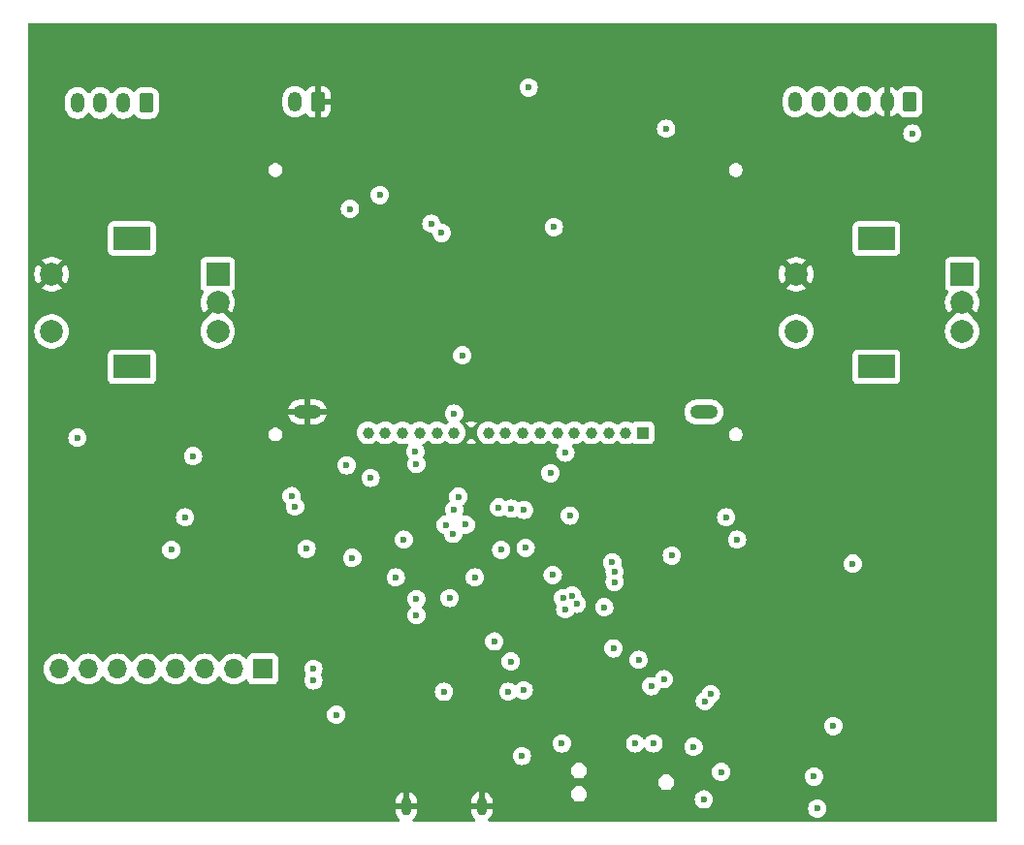
<source format=gbr>
%TF.GenerationSoftware,KiCad,Pcbnew,8.0.6-8.0.6-0~ubuntu24.04.1*%
%TF.CreationDate,2024-11-25T05:53:42-06:00*%
%TF.ProjectId,FRCMotorTester,4652434d-6f74-46f7-9254-65737465722e,rev?*%
%TF.SameCoordinates,Original*%
%TF.FileFunction,Copper,L2,Inr*%
%TF.FilePolarity,Positive*%
%FSLAX46Y46*%
G04 Gerber Fmt 4.6, Leading zero omitted, Abs format (unit mm)*
G04 Created by KiCad (PCBNEW 8.0.6-8.0.6-0~ubuntu24.04.1) date 2024-11-25 05:53:42*
%MOMM*%
%LPD*%
G01*
G04 APERTURE LIST*
G04 Aperture macros list*
%AMRoundRect*
0 Rectangle with rounded corners*
0 $1 Rounding radius*
0 $2 $3 $4 $5 $6 $7 $8 $9 X,Y pos of 4 corners*
0 Add a 4 corners polygon primitive as box body*
4,1,4,$2,$3,$4,$5,$6,$7,$8,$9,$2,$3,0*
0 Add four circle primitives for the rounded corners*
1,1,$1+$1,$2,$3*
1,1,$1+$1,$4,$5*
1,1,$1+$1,$6,$7*
1,1,$1+$1,$8,$9*
0 Add four rect primitives between the rounded corners*
20,1,$1+$1,$2,$3,$4,$5,0*
20,1,$1+$1,$4,$5,$6,$7,0*
20,1,$1+$1,$6,$7,$8,$9,0*
20,1,$1+$1,$8,$9,$2,$3,0*%
G04 Aperture macros list end*
%TA.AperFunction,ComponentPad*%
%ADD10O,0.900000X1.600000*%
%TD*%
%TA.AperFunction,ComponentPad*%
%ADD11RoundRect,0.250000X0.350000X0.625000X-0.350000X0.625000X-0.350000X-0.625000X0.350000X-0.625000X0*%
%TD*%
%TA.AperFunction,ComponentPad*%
%ADD12O,1.200000X1.750000*%
%TD*%
%TA.AperFunction,ComponentPad*%
%ADD13R,1.700000X1.700000*%
%TD*%
%TA.AperFunction,ComponentPad*%
%ADD14O,1.700000X1.700000*%
%TD*%
%TA.AperFunction,ComponentPad*%
%ADD15R,1.000000X1.000000*%
%TD*%
%TA.AperFunction,ComponentPad*%
%ADD16C,1.000000*%
%TD*%
%TA.AperFunction,ComponentPad*%
%ADD17O,2.416000X1.208000*%
%TD*%
%TA.AperFunction,ComponentPad*%
%ADD18R,2.000000X2.000000*%
%TD*%
%TA.AperFunction,ComponentPad*%
%ADD19C,2.000000*%
%TD*%
%TA.AperFunction,ComponentPad*%
%ADD20R,3.200000X2.000000*%
%TD*%
%TA.AperFunction,ViaPad*%
%ADD21C,0.600000*%
%TD*%
G04 APERTURE END LIST*
D10*
%TO.N,GND*%
%TO.C,J1*%
X123700000Y-105000000D03*
X130300000Y-105000000D03*
%TD*%
D11*
%TO.N,GND*%
%TO.C,J2*%
X116000000Y-43450000D03*
D12*
%TO.N,/Power/VIN*%
X114000000Y-43450000D03*
%TD*%
D11*
%TO.N,Net-(J10-Pin_1)*%
%TO.C,J10*%
X101000000Y-43550000D03*
D12*
%TO.N,Net-(J10-Pin_2)*%
X99000000Y-43550000D03*
%TO.N,Net-(J10-Pin_1)*%
X97000000Y-43550000D03*
%TO.N,Net-(J10-Pin_2)*%
X95000000Y-43550000D03*
%TD*%
D11*
%TO.N,3V3*%
%TO.C,J3*%
X167687000Y-43450000D03*
D12*
%TO.N,GND*%
X165687000Y-43450000D03*
%TO.N,GENIO_01*%
X163687000Y-43450000D03*
%TO.N,GENIO_02*%
X161687000Y-43450000D03*
%TO.N,GENIO_03*%
X159687000Y-43450000D03*
%TO.N,ANALOG_IN*%
X157687000Y-43450000D03*
%TD*%
D13*
%TO.N,SPARE1*%
%TO.C,J9*%
X111200000Y-93000000D03*
D14*
%TO.N,SPARE2*%
X108660000Y-93000000D03*
%TO.N,SPARE3*%
X106120000Y-93000000D03*
%TO.N,SPARE4*%
X103580000Y-93000000D03*
%TO.N,SPARE5*%
X101040000Y-93000000D03*
%TO.N,SPARE6*%
X98500000Y-93000000D03*
%TO.N,SPARE7*%
X95960000Y-93000000D03*
%TO.N,SPARE8*%
X93420000Y-93000000D03*
%TD*%
D15*
%TO.N,Net-(DS1-V0)*%
%TO.C,DS1*%
X144388500Y-72360000D03*
D16*
%TO.N,Net-(DS1-V1)*%
X142888500Y-72360000D03*
%TO.N,Net-(DS1-V2)*%
X141388500Y-72360000D03*
%TO.N,Net-(DS1-V3)*%
X139888500Y-72360000D03*
%TO.N,Net-(DS1-V4)*%
X138388500Y-72360000D03*
%TO.N,Net-(DS1-C2-)*%
X136888500Y-72360000D03*
%TO.N,Net-(DS1-C2+)*%
X135388500Y-72360000D03*
%TO.N,Net-(DS1-C1+)*%
X133888500Y-72360000D03*
%TO.N,Net-(DS1-C1-)*%
X132388500Y-72360000D03*
%TO.N,Net-(DS1-VOUT)*%
X130888500Y-72360000D03*
%TO.N,GND*%
X129388500Y-72360000D03*
%TO.N,3V3*%
X127888500Y-72360000D03*
%TO.N,DISP_SI*%
X126388500Y-72360000D03*
%TO.N,DISP_SCLK*%
X124888500Y-72360000D03*
%TO.N,DISP_DATA*%
X123388500Y-72360000D03*
%TO.N,DISP_RESET*%
X121888500Y-72360000D03*
%TO.N,DISP_SS*%
X120388500Y-72360000D03*
D17*
%TO.N,3V0*%
X149688500Y-70560000D03*
%TO.N,GND*%
X115088500Y-70560000D03*
%TD*%
D18*
%TO.N,ENC2A*%
%TO.C,SW3*%
X172250000Y-58500000D03*
D19*
%TO.N,ENC2B*%
X172250000Y-63500000D03*
%TO.N,GND*%
X172250000Y-61000000D03*
D20*
%TO.N,N/C*%
X164750000Y-66600000D03*
X164750000Y-55400000D03*
D19*
%TO.N,PRESS2*%
X157750000Y-63500000D03*
%TO.N,GND*%
X157750000Y-58500000D03*
%TD*%
D18*
%TO.N,ENC1A*%
%TO.C,SW2*%
X107250000Y-58500000D03*
D19*
%TO.N,ENC1B*%
X107250000Y-63500000D03*
%TO.N,GND*%
X107250000Y-61000000D03*
D20*
%TO.N,N/C*%
X99750000Y-66600000D03*
X99750000Y-55400000D03*
D19*
%TO.N,PRESS1*%
X92750000Y-63500000D03*
%TO.N,GND*%
X92750000Y-58500000D03*
%TD*%
D21*
%TO.N,3V3*%
X127500000Y-86800000D03*
X145300000Y-99500000D03*
X113700000Y-77900000D03*
X124600000Y-88300000D03*
X152600000Y-81700000D03*
X141000000Y-87600000D03*
X159312500Y-102400000D03*
X125900000Y-54100000D03*
X114000000Y-78800000D03*
X126800000Y-54900000D03*
X132836500Y-92347788D03*
X141900000Y-84500000D03*
X141900000Y-85400000D03*
X124600000Y-86900000D03*
X167894000Y-46228000D03*
X132636500Y-94990721D03*
X132000000Y-82600000D03*
X134134018Y-82417406D03*
X132900000Y-79000000D03*
X128600000Y-65600000D03*
X138600000Y-87300000D03*
X138200000Y-86600000D03*
X141800000Y-91200000D03*
X159600000Y-105200000D03*
X127900000Y-70700000D03*
X146900000Y-83100000D03*
X133963500Y-94860350D03*
X134000000Y-79100000D03*
%TO.N,GND*%
X132588000Y-84836000D03*
X128600000Y-42400000D03*
X131200000Y-41600000D03*
X106000000Y-51600000D03*
X144800000Y-38000000D03*
X116100000Y-81900000D03*
X148700000Y-41900000D03*
X139600000Y-76600000D03*
X116846000Y-78300000D03*
X124968000Y-84328000D03*
X170180000Y-74168000D03*
X122400000Y-89100000D03*
X144836500Y-67443284D03*
X143500000Y-91200000D03*
X127000000Y-100000000D03*
X140700000Y-90100000D03*
X136179478Y-78744680D03*
X132588000Y-87630000D03*
X103600000Y-61000000D03*
X143300000Y-48900000D03*
X141900000Y-68100000D03*
X158300000Y-85500000D03*
X128100000Y-68100000D03*
X102600000Y-51600000D03*
X134000000Y-83500000D03*
X169700000Y-59900000D03*
X103600000Y-59900000D03*
X139500000Y-100300000D03*
X109000000Y-52200000D03*
X95000000Y-59500000D03*
X108204000Y-69342000D03*
X137700000Y-68100000D03*
X146000000Y-76600000D03*
X118600000Y-96000000D03*
X134736500Y-76039699D03*
X127690813Y-76830185D03*
X133400000Y-76200000D03*
X127600000Y-49800000D03*
X132300000Y-97800000D03*
X141600000Y-100000000D03*
X143000000Y-86500000D03*
X121700000Y-86300000D03*
X140400000Y-68200000D03*
X133963500Y-98600000D03*
X143500000Y-68200000D03*
X130600000Y-95750000D03*
X113700000Y-82000000D03*
X124400000Y-49800000D03*
X130800000Y-76100000D03*
X132800000Y-81600000D03*
X170180000Y-79502000D03*
X143800000Y-105700000D03*
X120400000Y-83600000D03*
X129146496Y-101076927D03*
X159700000Y-94100000D03*
X131600000Y-50400000D03*
%TO.N,VCC_MEAS*%
X136300000Y-75900000D03*
X131800000Y-78900000D03*
%TO.N,VCC*%
X127000000Y-95000000D03*
X115000000Y-82500000D03*
X137600000Y-74100000D03*
X136600000Y-54400000D03*
X121400000Y-51600000D03*
X117600000Y-97000000D03*
%TO.N,Net-(D3-A)*%
X146400000Y-45800000D03*
X134400000Y-42200000D03*
%TO.N,ENC1A*%
X115600000Y-93000000D03*
%TO.N,ENC1B*%
X115600000Y-94000000D03*
%TO.N,PRESS1*%
X105100000Y-74400000D03*
X127800000Y-81200000D03*
X118500000Y-75200000D03*
X95000000Y-72800000D03*
%TO.N,ENC2A*%
X161000000Y-98000000D03*
%TO.N,ENC2B*%
X149787851Y-95814579D03*
%TO.N,PRESS2*%
X150300000Y-95200000D03*
%TO.N,DISP_DATA*%
X128900000Y-80400000D03*
X124600000Y-75100000D03*
%TO.N,DISP_SCLK*%
X128254313Y-77948777D03*
%TO.N,ID*%
X133800000Y-100600000D03*
X131400000Y-90600000D03*
%TO.N,DISP_SI*%
X127900000Y-79100000D03*
%TO.N,SWDIO*%
X143700000Y-99500000D03*
X137300000Y-99500000D03*
%TO.N,CAN_TX*%
X137600000Y-87800000D03*
X119000000Y-83300000D03*
%TO.N,VIN_MEAS*%
X118800000Y-52800000D03*
X124500000Y-74000000D03*
%TO.N,Net-(J10-Pin_2)*%
X104394000Y-79756000D03*
X103200000Y-82600000D03*
%TO.N,ANALOG_IN*%
X138000000Y-79600000D03*
X162700000Y-83800000D03*
X151638000Y-79756004D03*
%TO.N,CAN_RX*%
X123500000Y-81700000D03*
X137398455Y-86801545D03*
%TO.N,CAN_EN*%
X127145006Y-80409802D03*
X120598455Y-76301545D03*
%TO.N,CAN_STB*%
X129700000Y-85000000D03*
X122800000Y-85000000D03*
%TO.N,LED1*%
X149700000Y-104400000D03*
X145100000Y-94500000D03*
%TO.N,LED2*%
X146200000Y-93900000D03*
X151200000Y-102000000D03*
%TO.N,NRST*%
X148800000Y-99800000D03*
X136500000Y-84800000D03*
X144000000Y-92200000D03*
X141700000Y-83700000D03*
%TD*%
%TA.AperFunction,Conductor*%
%TO.N,GND*%
G36*
X175210539Y-36588185D02*
G01*
X175256294Y-36640989D01*
X175267500Y-36692500D01*
X175267500Y-106199500D01*
X175247815Y-106266539D01*
X175195011Y-106312294D01*
X175143500Y-106323500D01*
X130961783Y-106323500D01*
X130894744Y-106303815D01*
X130848989Y-106251011D01*
X130839045Y-106181853D01*
X130868070Y-106118297D01*
X130892892Y-106096398D01*
X130905589Y-106087913D01*
X130905593Y-106087910D01*
X131037910Y-105955593D01*
X131037913Y-105955589D01*
X131141875Y-105800000D01*
X131141880Y-105799991D01*
X131213491Y-105627105D01*
X131213493Y-105627097D01*
X131249999Y-105443571D01*
X131250000Y-105443569D01*
X131250000Y-105250000D01*
X130550000Y-105250000D01*
X130550000Y-104750000D01*
X131250000Y-104750000D01*
X131250000Y-104556430D01*
X131249999Y-104556428D01*
X131213493Y-104372902D01*
X131213491Y-104372894D01*
X131141880Y-104200008D01*
X131141875Y-104199999D01*
X131037913Y-104044410D01*
X131037910Y-104044406D01*
X130905593Y-103912089D01*
X130905589Y-103912086D01*
X130808878Y-103847465D01*
X138094200Y-103847465D01*
X138094200Y-103984534D01*
X138120937Y-104118949D01*
X138120940Y-104118961D01*
X138173386Y-104245578D01*
X138173393Y-104245591D01*
X138249536Y-104359546D01*
X138249539Y-104359550D01*
X138346449Y-104456460D01*
X138346453Y-104456463D01*
X138460408Y-104532606D01*
X138460421Y-104532613D01*
X138573026Y-104579255D01*
X138587043Y-104585061D01*
X138721465Y-104611799D01*
X138721469Y-104611800D01*
X138721470Y-104611800D01*
X138858531Y-104611800D01*
X138858532Y-104611799D01*
X138992957Y-104585061D01*
X139119585Y-104532610D01*
X139233547Y-104456463D01*
X139290014Y-104399996D01*
X148894435Y-104399996D01*
X148894435Y-104400003D01*
X148914630Y-104579249D01*
X148914631Y-104579254D01*
X148974211Y-104749523D01*
X149037646Y-104850478D01*
X149070184Y-104902262D01*
X149197738Y-105029816D01*
X149350478Y-105125789D01*
X149520745Y-105185368D01*
X149520750Y-105185369D01*
X149699996Y-105205565D01*
X149700000Y-105205565D01*
X149700004Y-105205565D01*
X149749430Y-105199996D01*
X158794435Y-105199996D01*
X158794435Y-105200003D01*
X158814630Y-105379249D01*
X158814631Y-105379254D01*
X158874211Y-105549523D01*
X158970184Y-105702262D01*
X159097738Y-105829816D01*
X159250478Y-105925789D01*
X159335642Y-105955589D01*
X159420745Y-105985368D01*
X159420750Y-105985369D01*
X159599996Y-106005565D01*
X159600000Y-106005565D01*
X159600004Y-106005565D01*
X159779249Y-105985369D01*
X159779252Y-105985368D01*
X159779255Y-105985368D01*
X159949522Y-105925789D01*
X160102262Y-105829816D01*
X160229816Y-105702262D01*
X160325789Y-105549522D01*
X160385368Y-105379255D01*
X160385369Y-105379249D01*
X160405565Y-105200003D01*
X160405565Y-105199996D01*
X160385369Y-105020750D01*
X160385368Y-105020745D01*
X160325788Y-104850476D01*
X160229815Y-104697737D01*
X160102262Y-104570184D01*
X159949523Y-104474211D01*
X159779254Y-104414631D01*
X159779249Y-104414630D01*
X159600004Y-104394435D01*
X159599996Y-104394435D01*
X159420750Y-104414630D01*
X159420745Y-104414631D01*
X159250476Y-104474211D01*
X159097737Y-104570184D01*
X158970184Y-104697737D01*
X158874211Y-104850476D01*
X158814631Y-105020745D01*
X158814630Y-105020750D01*
X158794435Y-105199996D01*
X149749430Y-105199996D01*
X149879249Y-105185369D01*
X149879252Y-105185368D01*
X149879255Y-105185368D01*
X150049522Y-105125789D01*
X150202262Y-105029816D01*
X150329816Y-104902262D01*
X150425789Y-104749522D01*
X150485368Y-104579255D01*
X150487940Y-104556428D01*
X150505565Y-104400003D01*
X150505565Y-104399996D01*
X150485369Y-104220750D01*
X150485368Y-104220745D01*
X150425788Y-104050476D01*
X150329815Y-103897737D01*
X150202262Y-103770184D01*
X150049523Y-103674211D01*
X149879254Y-103614631D01*
X149879249Y-103614630D01*
X149700004Y-103594435D01*
X149699996Y-103594435D01*
X149520750Y-103614630D01*
X149520745Y-103614631D01*
X149350476Y-103674211D01*
X149197737Y-103770184D01*
X149070184Y-103897737D01*
X148974211Y-104050476D01*
X148914631Y-104220745D01*
X148914630Y-104220750D01*
X148894435Y-104399996D01*
X139290014Y-104399996D01*
X139330463Y-104359547D01*
X139406610Y-104245585D01*
X139459061Y-104118957D01*
X139485800Y-103984530D01*
X139485800Y-103847470D01*
X139459061Y-103713043D01*
X139418298Y-103614632D01*
X139406613Y-103586421D01*
X139406606Y-103586408D01*
X139330463Y-103472453D01*
X139330460Y-103472449D01*
X139233550Y-103375539D01*
X139233546Y-103375536D01*
X139119591Y-103299393D01*
X139119578Y-103299386D01*
X138992961Y-103246940D01*
X138992949Y-103246937D01*
X138858534Y-103220200D01*
X138858530Y-103220200D01*
X138721470Y-103220200D01*
X138721465Y-103220200D01*
X138587050Y-103246937D01*
X138587038Y-103246940D01*
X138460421Y-103299386D01*
X138460408Y-103299393D01*
X138346453Y-103375536D01*
X138346449Y-103375539D01*
X138249539Y-103472449D01*
X138249536Y-103472453D01*
X138173393Y-103586408D01*
X138173386Y-103586421D01*
X138120940Y-103713038D01*
X138120937Y-103713050D01*
X138094200Y-103847465D01*
X130808878Y-103847465D01*
X130750000Y-103808124D01*
X130749991Y-103808119D01*
X130577103Y-103736507D01*
X130577100Y-103736506D01*
X130550000Y-103731115D01*
X130550000Y-104600272D01*
X130511940Y-104508386D01*
X130441614Y-104438060D01*
X130349728Y-104400000D01*
X130250272Y-104400000D01*
X130158386Y-104438060D01*
X130088060Y-104508386D01*
X130050000Y-104600272D01*
X130050000Y-103731116D01*
X130049999Y-103731115D01*
X130022899Y-103736506D01*
X130022896Y-103736507D01*
X129850008Y-103808119D01*
X129849999Y-103808124D01*
X129694410Y-103912086D01*
X129694406Y-103912089D01*
X129562089Y-104044406D01*
X129562086Y-104044410D01*
X129458124Y-104199999D01*
X129458119Y-104200008D01*
X129386508Y-104372894D01*
X129386506Y-104372902D01*
X129350000Y-104556428D01*
X129350000Y-104750000D01*
X130050000Y-104750000D01*
X130050000Y-105250000D01*
X129350000Y-105250000D01*
X129350000Y-105443571D01*
X129386506Y-105627097D01*
X129386508Y-105627105D01*
X129458119Y-105799991D01*
X129458124Y-105800000D01*
X129562086Y-105955589D01*
X129562089Y-105955593D01*
X129694406Y-106087910D01*
X129694410Y-106087913D01*
X129707108Y-106096398D01*
X129751913Y-106150011D01*
X129760620Y-106219336D01*
X129730465Y-106282363D01*
X129671022Y-106319082D01*
X129638217Y-106323500D01*
X124361783Y-106323500D01*
X124294744Y-106303815D01*
X124248989Y-106251011D01*
X124239045Y-106181853D01*
X124268070Y-106118297D01*
X124292892Y-106096398D01*
X124305589Y-106087913D01*
X124305593Y-106087910D01*
X124437910Y-105955593D01*
X124437913Y-105955589D01*
X124541875Y-105800000D01*
X124541880Y-105799991D01*
X124613491Y-105627105D01*
X124613493Y-105627097D01*
X124649999Y-105443571D01*
X124650000Y-105443569D01*
X124650000Y-105250000D01*
X123950000Y-105250000D01*
X123950000Y-104750000D01*
X124650000Y-104750000D01*
X124650000Y-104556430D01*
X124649999Y-104556428D01*
X124613493Y-104372902D01*
X124613491Y-104372894D01*
X124541880Y-104200008D01*
X124541875Y-104199999D01*
X124437913Y-104044410D01*
X124437910Y-104044406D01*
X124305593Y-103912089D01*
X124305589Y-103912086D01*
X124150000Y-103808124D01*
X124149991Y-103808119D01*
X123977103Y-103736507D01*
X123977100Y-103736506D01*
X123950000Y-103731115D01*
X123950000Y-104600272D01*
X123911940Y-104508386D01*
X123841614Y-104438060D01*
X123749728Y-104400000D01*
X123650272Y-104400000D01*
X123558386Y-104438060D01*
X123488060Y-104508386D01*
X123450000Y-104600272D01*
X123450000Y-103731116D01*
X123449999Y-103731115D01*
X123422899Y-103736506D01*
X123422896Y-103736507D01*
X123250008Y-103808119D01*
X123249999Y-103808124D01*
X123094410Y-103912086D01*
X123094406Y-103912089D01*
X122962089Y-104044406D01*
X122962086Y-104044410D01*
X122858124Y-104199999D01*
X122858119Y-104200008D01*
X122786508Y-104372894D01*
X122786506Y-104372902D01*
X122750000Y-104556428D01*
X122750000Y-104750000D01*
X123450000Y-104750000D01*
X123450000Y-105250000D01*
X122750000Y-105250000D01*
X122750000Y-105443571D01*
X122786506Y-105627097D01*
X122786508Y-105627105D01*
X122858119Y-105799991D01*
X122858124Y-105800000D01*
X122962086Y-105955589D01*
X122962089Y-105955593D01*
X123094406Y-106087910D01*
X123094410Y-106087913D01*
X123107108Y-106096398D01*
X123151913Y-106150011D01*
X123160620Y-106219336D01*
X123130465Y-106282363D01*
X123071022Y-106319082D01*
X123038217Y-106323500D01*
X90794500Y-106323500D01*
X90727461Y-106303815D01*
X90681706Y-106251011D01*
X90670500Y-106199500D01*
X90670500Y-102831465D01*
X145714200Y-102831465D01*
X145714200Y-102968534D01*
X145740937Y-103102949D01*
X145740940Y-103102961D01*
X145793386Y-103229578D01*
X145793393Y-103229591D01*
X145869536Y-103343546D01*
X145869539Y-103343550D01*
X145966449Y-103440460D01*
X145966453Y-103440463D01*
X146080408Y-103516606D01*
X146080421Y-103516613D01*
X146207038Y-103569059D01*
X146207043Y-103569061D01*
X146334608Y-103594435D01*
X146341465Y-103595799D01*
X146341469Y-103595800D01*
X146341470Y-103595800D01*
X146478531Y-103595800D01*
X146478532Y-103595799D01*
X146612957Y-103569061D01*
X146739585Y-103516610D01*
X146853547Y-103440463D01*
X146950463Y-103343547D01*
X147026610Y-103229585D01*
X147079061Y-103102957D01*
X147105800Y-102968530D01*
X147105800Y-102831470D01*
X147079061Y-102697043D01*
X147051215Y-102629816D01*
X147026613Y-102570421D01*
X147026606Y-102570408D01*
X146950463Y-102456453D01*
X146950460Y-102456449D01*
X146853550Y-102359539D01*
X146853546Y-102359536D01*
X146739591Y-102283393D01*
X146739578Y-102283386D01*
X146612961Y-102230940D01*
X146612949Y-102230937D01*
X146478534Y-102204200D01*
X146478530Y-102204200D01*
X146341470Y-102204200D01*
X146341465Y-102204200D01*
X146207050Y-102230937D01*
X146207038Y-102230940D01*
X146080421Y-102283386D01*
X146080408Y-102283393D01*
X145966453Y-102359536D01*
X145966449Y-102359539D01*
X145869539Y-102456449D01*
X145869536Y-102456453D01*
X145793393Y-102570408D01*
X145793386Y-102570421D01*
X145740940Y-102697038D01*
X145740937Y-102697050D01*
X145714200Y-102831465D01*
X90670500Y-102831465D01*
X90670500Y-101815465D01*
X138094200Y-101815465D01*
X138094200Y-101952534D01*
X138120937Y-102086949D01*
X138120940Y-102086961D01*
X138173386Y-102213578D01*
X138173393Y-102213591D01*
X138249536Y-102327546D01*
X138249539Y-102327550D01*
X138346449Y-102424460D01*
X138346453Y-102424463D01*
X138460408Y-102500606D01*
X138460421Y-102500613D01*
X138587038Y-102553059D01*
X138587043Y-102553061D01*
X138718700Y-102579249D01*
X138721465Y-102579799D01*
X138721469Y-102579800D01*
X138721470Y-102579800D01*
X138858531Y-102579800D01*
X138858532Y-102579799D01*
X138992957Y-102553061D01*
X139119585Y-102500610D01*
X139233547Y-102424463D01*
X139330463Y-102327547D01*
X139406610Y-102213585D01*
X139459061Y-102086957D01*
X139476358Y-101999996D01*
X150394435Y-101999996D01*
X150394435Y-102000003D01*
X150414630Y-102179249D01*
X150414631Y-102179254D01*
X150474211Y-102349523D01*
X150541398Y-102456449D01*
X150570184Y-102502262D01*
X150697738Y-102629816D01*
X150850478Y-102725789D01*
X150918306Y-102749523D01*
X151020745Y-102785368D01*
X151020750Y-102785369D01*
X151199996Y-102805565D01*
X151200000Y-102805565D01*
X151200004Y-102805565D01*
X151379249Y-102785369D01*
X151379252Y-102785368D01*
X151379255Y-102785368D01*
X151549522Y-102725789D01*
X151702262Y-102629816D01*
X151829816Y-102502262D01*
X151894074Y-102399996D01*
X158506935Y-102399996D01*
X158506935Y-102400003D01*
X158527130Y-102579249D01*
X158527131Y-102579254D01*
X158586711Y-102749523D01*
X158638202Y-102831470D01*
X158682684Y-102902262D01*
X158810238Y-103029816D01*
X158962978Y-103125789D01*
X159133245Y-103185368D01*
X159133250Y-103185369D01*
X159312496Y-103205565D01*
X159312500Y-103205565D01*
X159312504Y-103205565D01*
X159491749Y-103185369D01*
X159491752Y-103185368D01*
X159491755Y-103185368D01*
X159662022Y-103125789D01*
X159814762Y-103029816D01*
X159942316Y-102902262D01*
X160038289Y-102749522D01*
X160097868Y-102579255D01*
X160097869Y-102579249D01*
X160118065Y-102400003D01*
X160118065Y-102399996D01*
X160097869Y-102220750D01*
X160097868Y-102220745D01*
X160051055Y-102086961D01*
X160038289Y-102050478D01*
X159942316Y-101897738D01*
X159814762Y-101770184D01*
X159662023Y-101674211D01*
X159491754Y-101614631D01*
X159491749Y-101614630D01*
X159312504Y-101594435D01*
X159312496Y-101594435D01*
X159133250Y-101614630D01*
X159133245Y-101614631D01*
X158962976Y-101674211D01*
X158810237Y-101770184D01*
X158682684Y-101897737D01*
X158586711Y-102050476D01*
X158527131Y-102220745D01*
X158527130Y-102220750D01*
X158506935Y-102399996D01*
X151894074Y-102399996D01*
X151925789Y-102349522D01*
X151985368Y-102179255D01*
X151995767Y-102086961D01*
X152005565Y-102000003D01*
X152005565Y-101999996D01*
X151985369Y-101820750D01*
X151985368Y-101820745D01*
X151967676Y-101770184D01*
X151925789Y-101650478D01*
X151903265Y-101614632D01*
X151865432Y-101554421D01*
X151829816Y-101497738D01*
X151702262Y-101370184D01*
X151631608Y-101325789D01*
X151549523Y-101274211D01*
X151379254Y-101214631D01*
X151379249Y-101214630D01*
X151200004Y-101194435D01*
X151199996Y-101194435D01*
X151020750Y-101214630D01*
X151020745Y-101214631D01*
X150850476Y-101274211D01*
X150697737Y-101370184D01*
X150570184Y-101497737D01*
X150474211Y-101650476D01*
X150414631Y-101820745D01*
X150414630Y-101820750D01*
X150394435Y-101999996D01*
X139476358Y-101999996D01*
X139485800Y-101952530D01*
X139485800Y-101815470D01*
X139459061Y-101681043D01*
X139431553Y-101614632D01*
X139406613Y-101554421D01*
X139406606Y-101554408D01*
X139330463Y-101440453D01*
X139330460Y-101440449D01*
X139233550Y-101343539D01*
X139233546Y-101343536D01*
X139119591Y-101267393D01*
X139119578Y-101267386D01*
X138992961Y-101214940D01*
X138992949Y-101214937D01*
X138858534Y-101188200D01*
X138858530Y-101188200D01*
X138721470Y-101188200D01*
X138721465Y-101188200D01*
X138587050Y-101214937D01*
X138587038Y-101214940D01*
X138460421Y-101267386D01*
X138460408Y-101267393D01*
X138346453Y-101343536D01*
X138346449Y-101343539D01*
X138249539Y-101440449D01*
X138249536Y-101440453D01*
X138173393Y-101554408D01*
X138173386Y-101554421D01*
X138120940Y-101681038D01*
X138120937Y-101681050D01*
X138094200Y-101815465D01*
X90670500Y-101815465D01*
X90670500Y-100599996D01*
X132994435Y-100599996D01*
X132994435Y-100600003D01*
X133014630Y-100779249D01*
X133014631Y-100779254D01*
X133074211Y-100949523D01*
X133170184Y-101102262D01*
X133297738Y-101229816D01*
X133450478Y-101325789D01*
X133501199Y-101343537D01*
X133620745Y-101385368D01*
X133620750Y-101385369D01*
X133799996Y-101405565D01*
X133800000Y-101405565D01*
X133800004Y-101405565D01*
X133979249Y-101385369D01*
X133979252Y-101385368D01*
X133979255Y-101385368D01*
X134149522Y-101325789D01*
X134302262Y-101229816D01*
X134429816Y-101102262D01*
X134525789Y-100949522D01*
X134585368Y-100779255D01*
X134605565Y-100600000D01*
X134603916Y-100585369D01*
X134585369Y-100420750D01*
X134585368Y-100420745D01*
X134537998Y-100285369D01*
X134525789Y-100250478D01*
X134429816Y-100097738D01*
X134302262Y-99970184D01*
X134149523Y-99874211D01*
X133979254Y-99814631D01*
X133979249Y-99814630D01*
X133800004Y-99794435D01*
X133799996Y-99794435D01*
X133620750Y-99814630D01*
X133620745Y-99814631D01*
X133450476Y-99874211D01*
X133297737Y-99970184D01*
X133170184Y-100097737D01*
X133074211Y-100250476D01*
X133014631Y-100420745D01*
X133014630Y-100420750D01*
X132994435Y-100599996D01*
X90670500Y-100599996D01*
X90670500Y-99499996D01*
X136494435Y-99499996D01*
X136494435Y-99500003D01*
X136514630Y-99679249D01*
X136514631Y-99679254D01*
X136574211Y-99849523D01*
X136589724Y-99874211D01*
X136670184Y-100002262D01*
X136797738Y-100129816D01*
X136950478Y-100225789D01*
X137120745Y-100285368D01*
X137120750Y-100285369D01*
X137299996Y-100305565D01*
X137300000Y-100305565D01*
X137300004Y-100305565D01*
X137479249Y-100285369D01*
X137479252Y-100285368D01*
X137479255Y-100285368D01*
X137649522Y-100225789D01*
X137802262Y-100129816D01*
X137929816Y-100002262D01*
X138025789Y-99849522D01*
X138085368Y-99679255D01*
X138091960Y-99620750D01*
X138105565Y-99500003D01*
X138105565Y-99499996D01*
X142894435Y-99499996D01*
X142894435Y-99500003D01*
X142914630Y-99679249D01*
X142914631Y-99679254D01*
X142974211Y-99849523D01*
X142989724Y-99874211D01*
X143070184Y-100002262D01*
X143197738Y-100129816D01*
X143350478Y-100225789D01*
X143520745Y-100285368D01*
X143520750Y-100285369D01*
X143699996Y-100305565D01*
X143700000Y-100305565D01*
X143700004Y-100305565D01*
X143879249Y-100285369D01*
X143879252Y-100285368D01*
X143879255Y-100285368D01*
X144049522Y-100225789D01*
X144202262Y-100129816D01*
X144329816Y-100002262D01*
X144395007Y-99898510D01*
X144447341Y-99852221D01*
X144516394Y-99841573D01*
X144580243Y-99869948D01*
X144604992Y-99898509D01*
X144670184Y-100002262D01*
X144797738Y-100129816D01*
X144950478Y-100225789D01*
X145120745Y-100285368D01*
X145120750Y-100285369D01*
X145299996Y-100305565D01*
X145300000Y-100305565D01*
X145300004Y-100305565D01*
X145479249Y-100285369D01*
X145479252Y-100285368D01*
X145479255Y-100285368D01*
X145649522Y-100225789D01*
X145802262Y-100129816D01*
X145929816Y-100002262D01*
X146025789Y-99849522D01*
X146043119Y-99799996D01*
X147994435Y-99799996D01*
X147994435Y-99800003D01*
X148014630Y-99979249D01*
X148014631Y-99979254D01*
X148074211Y-100149523D01*
X148137646Y-100250478D01*
X148170184Y-100302262D01*
X148297738Y-100429816D01*
X148450478Y-100525789D01*
X148620745Y-100585368D01*
X148620750Y-100585369D01*
X148799996Y-100605565D01*
X148800000Y-100605565D01*
X148800004Y-100605565D01*
X148979249Y-100585369D01*
X148979252Y-100585368D01*
X148979255Y-100585368D01*
X149149522Y-100525789D01*
X149302262Y-100429816D01*
X149429816Y-100302262D01*
X149525789Y-100149522D01*
X149585368Y-99979255D01*
X149586390Y-99970184D01*
X149605565Y-99800003D01*
X149605565Y-99799996D01*
X149585369Y-99620750D01*
X149585368Y-99620745D01*
X149560400Y-99549391D01*
X149525789Y-99450478D01*
X149429816Y-99297738D01*
X149302262Y-99170184D01*
X149238391Y-99130051D01*
X149149523Y-99074211D01*
X148979254Y-99014631D01*
X148979249Y-99014630D01*
X148800004Y-98994435D01*
X148799996Y-98994435D01*
X148620750Y-99014630D01*
X148620745Y-99014631D01*
X148450476Y-99074211D01*
X148297737Y-99170184D01*
X148170184Y-99297737D01*
X148074211Y-99450476D01*
X148014631Y-99620745D01*
X148014630Y-99620750D01*
X147994435Y-99799996D01*
X146043119Y-99799996D01*
X146085368Y-99679255D01*
X146091960Y-99620750D01*
X146105565Y-99500003D01*
X146105565Y-99499996D01*
X146085369Y-99320750D01*
X146085368Y-99320745D01*
X146025789Y-99150478D01*
X146024092Y-99147778D01*
X145940431Y-99014632D01*
X145929816Y-98997738D01*
X145802262Y-98870184D01*
X145699422Y-98805565D01*
X145649523Y-98774211D01*
X145479254Y-98714631D01*
X145479249Y-98714630D01*
X145300004Y-98694435D01*
X145299996Y-98694435D01*
X145120750Y-98714630D01*
X145120745Y-98714631D01*
X144950476Y-98774211D01*
X144797737Y-98870184D01*
X144670184Y-98997737D01*
X144604994Y-99101487D01*
X144552659Y-99147778D01*
X144483605Y-99158426D01*
X144419757Y-99130051D01*
X144395006Y-99101487D01*
X144340431Y-99014632D01*
X144329816Y-98997738D01*
X144202262Y-98870184D01*
X144099422Y-98805565D01*
X144049523Y-98774211D01*
X143879254Y-98714631D01*
X143879249Y-98714630D01*
X143700004Y-98694435D01*
X143699996Y-98694435D01*
X143520750Y-98714630D01*
X143520745Y-98714631D01*
X143350476Y-98774211D01*
X143197737Y-98870184D01*
X143070184Y-98997737D01*
X142974211Y-99150476D01*
X142914631Y-99320745D01*
X142914630Y-99320750D01*
X142894435Y-99499996D01*
X138105565Y-99499996D01*
X138085369Y-99320750D01*
X138085368Y-99320745D01*
X138025789Y-99150478D01*
X138024092Y-99147778D01*
X137940431Y-99014632D01*
X137929816Y-98997738D01*
X137802262Y-98870184D01*
X137699422Y-98805565D01*
X137649523Y-98774211D01*
X137479254Y-98714631D01*
X137479249Y-98714630D01*
X137300004Y-98694435D01*
X137299996Y-98694435D01*
X137120750Y-98714630D01*
X137120745Y-98714631D01*
X136950476Y-98774211D01*
X136797737Y-98870184D01*
X136670184Y-98997737D01*
X136574211Y-99150476D01*
X136514631Y-99320745D01*
X136514630Y-99320750D01*
X136494435Y-99499996D01*
X90670500Y-99499996D01*
X90670500Y-97999996D01*
X160194435Y-97999996D01*
X160194435Y-98000003D01*
X160214630Y-98179249D01*
X160214631Y-98179254D01*
X160274211Y-98349523D01*
X160370184Y-98502262D01*
X160497738Y-98629816D01*
X160588080Y-98686582D01*
X160632721Y-98714632D01*
X160650478Y-98725789D01*
X160788860Y-98774211D01*
X160820745Y-98785368D01*
X160820750Y-98785369D01*
X160999996Y-98805565D01*
X161000000Y-98805565D01*
X161000004Y-98805565D01*
X161179249Y-98785369D01*
X161179252Y-98785368D01*
X161179255Y-98785368D01*
X161349522Y-98725789D01*
X161502262Y-98629816D01*
X161629816Y-98502262D01*
X161725789Y-98349522D01*
X161785368Y-98179255D01*
X161805565Y-98000000D01*
X161785368Y-97820745D01*
X161725789Y-97650478D01*
X161629816Y-97497738D01*
X161502262Y-97370184D01*
X161469379Y-97349522D01*
X161349523Y-97274211D01*
X161179254Y-97214631D01*
X161179249Y-97214630D01*
X161000004Y-97194435D01*
X160999996Y-97194435D01*
X160820750Y-97214630D01*
X160820745Y-97214631D01*
X160650476Y-97274211D01*
X160497737Y-97370184D01*
X160370184Y-97497737D01*
X160274211Y-97650476D01*
X160214631Y-97820745D01*
X160214630Y-97820750D01*
X160194435Y-97999996D01*
X90670500Y-97999996D01*
X90670500Y-96999996D01*
X116794435Y-96999996D01*
X116794435Y-97000003D01*
X116814630Y-97179249D01*
X116814631Y-97179254D01*
X116874211Y-97349523D01*
X116967341Y-97497737D01*
X116970184Y-97502262D01*
X117097738Y-97629816D01*
X117250478Y-97725789D01*
X117420745Y-97785368D01*
X117420750Y-97785369D01*
X117599996Y-97805565D01*
X117600000Y-97805565D01*
X117600004Y-97805565D01*
X117779249Y-97785369D01*
X117779252Y-97785368D01*
X117779255Y-97785368D01*
X117949522Y-97725789D01*
X118102262Y-97629816D01*
X118229816Y-97502262D01*
X118325789Y-97349522D01*
X118385368Y-97179255D01*
X118405565Y-97000000D01*
X118385368Y-96820745D01*
X118325789Y-96650478D01*
X118229816Y-96497738D01*
X118102262Y-96370184D01*
X117949523Y-96274211D01*
X117779254Y-96214631D01*
X117779249Y-96214630D01*
X117600004Y-96194435D01*
X117599996Y-96194435D01*
X117420750Y-96214630D01*
X117420745Y-96214631D01*
X117250476Y-96274211D01*
X117097737Y-96370184D01*
X116970184Y-96497737D01*
X116874211Y-96650476D01*
X116814631Y-96820745D01*
X116814630Y-96820750D01*
X116794435Y-96999996D01*
X90670500Y-96999996D01*
X90670500Y-95814575D01*
X148982286Y-95814575D01*
X148982286Y-95814582D01*
X149002481Y-95993828D01*
X149002482Y-95993833D01*
X149062062Y-96164102D01*
X149131249Y-96274211D01*
X149158035Y-96316841D01*
X149285589Y-96444395D01*
X149438329Y-96540368D01*
X149608596Y-96599947D01*
X149608601Y-96599948D01*
X149787847Y-96620144D01*
X149787851Y-96620144D01*
X149787855Y-96620144D01*
X149967100Y-96599948D01*
X149967103Y-96599947D01*
X149967106Y-96599947D01*
X150137373Y-96540368D01*
X150290113Y-96444395D01*
X150417667Y-96316841D01*
X150513640Y-96164101D01*
X150569982Y-96003083D01*
X150610704Y-95946308D01*
X150646075Y-95926994D01*
X150649522Y-95925789D01*
X150802262Y-95829816D01*
X150929816Y-95702262D01*
X151025789Y-95549522D01*
X151085368Y-95379255D01*
X151085369Y-95379249D01*
X151105565Y-95200003D01*
X151105565Y-95199996D01*
X151085369Y-95020750D01*
X151085368Y-95020745D01*
X151082131Y-95011494D01*
X151025789Y-94850478D01*
X151025188Y-94849522D01*
X150968648Y-94759539D01*
X150929816Y-94697738D01*
X150802262Y-94570184D01*
X150738017Y-94529816D01*
X150649523Y-94474211D01*
X150479254Y-94414631D01*
X150479249Y-94414630D01*
X150300004Y-94394435D01*
X150299996Y-94394435D01*
X150120750Y-94414630D01*
X150120745Y-94414631D01*
X149950476Y-94474211D01*
X149797737Y-94570184D01*
X149670184Y-94697737D01*
X149574210Y-94850478D01*
X149517869Y-95011494D01*
X149477147Y-95068271D01*
X149441789Y-95087579D01*
X149438330Y-95088789D01*
X149438326Y-95088791D01*
X149285588Y-95184763D01*
X149158035Y-95312316D01*
X149062062Y-95465055D01*
X149002482Y-95635324D01*
X149002481Y-95635329D01*
X148982286Y-95814575D01*
X90670500Y-95814575D01*
X90670500Y-94999996D01*
X126194435Y-94999996D01*
X126194435Y-95000003D01*
X126214630Y-95179249D01*
X126214631Y-95179254D01*
X126274211Y-95349523D01*
X126356879Y-95481088D01*
X126370184Y-95502262D01*
X126497738Y-95629816D01*
X126555189Y-95665915D01*
X126635710Y-95716510D01*
X126650478Y-95725789D01*
X126794227Y-95776089D01*
X126820745Y-95785368D01*
X126820750Y-95785369D01*
X126999996Y-95805565D01*
X127000000Y-95805565D01*
X127000004Y-95805565D01*
X127179249Y-95785369D01*
X127179252Y-95785368D01*
X127179255Y-95785368D01*
X127349522Y-95725789D01*
X127502262Y-95629816D01*
X127629816Y-95502262D01*
X127725789Y-95349522D01*
X127785368Y-95179255D01*
X127785369Y-95179249D01*
X127805565Y-95000003D01*
X127805565Y-94999996D01*
X127804520Y-94990717D01*
X131830935Y-94990717D01*
X131830935Y-94990724D01*
X131851130Y-95169970D01*
X131851131Y-95169975D01*
X131910711Y-95340244D01*
X131978710Y-95448463D01*
X132006684Y-95492983D01*
X132134238Y-95620537D01*
X132286978Y-95716510D01*
X132457245Y-95776089D01*
X132457250Y-95776090D01*
X132636496Y-95796286D01*
X132636500Y-95796286D01*
X132636504Y-95796286D01*
X132815749Y-95776090D01*
X132815752Y-95776089D01*
X132815755Y-95776089D01*
X132986022Y-95716510D01*
X133138762Y-95620537D01*
X133266316Y-95492983D01*
X133266324Y-95492968D01*
X133267524Y-95491466D01*
X133268561Y-95490737D01*
X133271240Y-95488059D01*
X133271708Y-95488527D01*
X133324708Y-95451320D01*
X133394519Y-95448463D01*
X133452160Y-95481088D01*
X133461238Y-95490166D01*
X133613978Y-95586139D01*
X133712279Y-95620536D01*
X133784245Y-95645718D01*
X133784250Y-95645719D01*
X133963496Y-95665915D01*
X133963500Y-95665915D01*
X133963504Y-95665915D01*
X134142749Y-95645719D01*
X134142752Y-95645718D01*
X134142755Y-95645718D01*
X134313022Y-95586139D01*
X134465762Y-95490166D01*
X134593316Y-95362612D01*
X134689289Y-95209872D01*
X134748868Y-95039605D01*
X134748869Y-95039599D01*
X134769065Y-94860353D01*
X134769065Y-94860346D01*
X134748869Y-94681100D01*
X134748868Y-94681095D01*
X134730924Y-94629815D01*
X134689289Y-94510828D01*
X134682485Y-94500000D01*
X134682482Y-94499996D01*
X144294435Y-94499996D01*
X144294435Y-94500003D01*
X144314630Y-94679249D01*
X144314631Y-94679254D01*
X144374211Y-94849523D01*
X144462930Y-94990717D01*
X144470184Y-95002262D01*
X144597738Y-95129816D01*
X144750478Y-95225789D01*
X144920745Y-95285368D01*
X144920750Y-95285369D01*
X145099996Y-95305565D01*
X145100000Y-95305565D01*
X145100004Y-95305565D01*
X145279249Y-95285369D01*
X145279252Y-95285368D01*
X145279255Y-95285368D01*
X145449522Y-95225789D01*
X145602262Y-95129816D01*
X145729816Y-95002262D01*
X145825789Y-94849522D01*
X145857275Y-94759537D01*
X145897996Y-94702763D01*
X145962949Y-94677015D01*
X146015272Y-94683453D01*
X146020745Y-94685368D01*
X146020752Y-94685368D01*
X146020753Y-94685369D01*
X146199996Y-94705565D01*
X146200000Y-94705565D01*
X146200004Y-94705565D01*
X146379249Y-94685369D01*
X146379252Y-94685368D01*
X146379255Y-94685368D01*
X146549522Y-94625789D01*
X146702262Y-94529816D01*
X146829816Y-94402262D01*
X146925789Y-94249522D01*
X146985368Y-94079255D01*
X146985369Y-94079249D01*
X147005565Y-93900003D01*
X147005565Y-93899996D01*
X146985369Y-93720750D01*
X146985368Y-93720745D01*
X146960781Y-93650479D01*
X146925789Y-93550478D01*
X146829816Y-93397738D01*
X146702262Y-93270184D01*
X146549523Y-93174211D01*
X146379254Y-93114631D01*
X146379249Y-93114630D01*
X146200004Y-93094435D01*
X146199996Y-93094435D01*
X146020750Y-93114630D01*
X146020745Y-93114631D01*
X145850476Y-93174211D01*
X145697737Y-93270184D01*
X145570184Y-93397737D01*
X145474211Y-93550476D01*
X145442725Y-93640460D01*
X145402003Y-93697236D01*
X145337050Y-93722983D01*
X145284732Y-93716548D01*
X145279253Y-93714631D01*
X145100004Y-93694435D01*
X145099996Y-93694435D01*
X144920750Y-93714630D01*
X144920745Y-93714631D01*
X144750476Y-93774211D01*
X144597737Y-93870184D01*
X144470184Y-93997737D01*
X144374211Y-94150476D01*
X144314631Y-94320745D01*
X144314630Y-94320750D01*
X144294435Y-94499996D01*
X134682482Y-94499996D01*
X134600916Y-94370184D01*
X134593316Y-94358088D01*
X134465762Y-94230534D01*
X134440451Y-94214630D01*
X134313023Y-94134561D01*
X134142754Y-94074981D01*
X134142749Y-94074980D01*
X133963504Y-94054785D01*
X133963496Y-94054785D01*
X133784250Y-94074980D01*
X133784245Y-94074981D01*
X133613976Y-94134561D01*
X133461237Y-94230534D01*
X133333684Y-94358087D01*
X133332463Y-94359619D01*
X133331423Y-94360348D01*
X133328760Y-94363012D01*
X133328293Y-94362545D01*
X133275272Y-94399756D01*
X133205461Y-94402602D01*
X133147839Y-94369982D01*
X133138762Y-94360905D01*
X132986023Y-94264932D01*
X132815754Y-94205352D01*
X132815749Y-94205351D01*
X132636504Y-94185156D01*
X132636496Y-94185156D01*
X132457250Y-94205351D01*
X132457245Y-94205352D01*
X132286976Y-94264932D01*
X132134237Y-94360905D01*
X132006684Y-94488458D01*
X131910711Y-94641197D01*
X131851131Y-94811466D01*
X131851130Y-94811471D01*
X131830935Y-94990717D01*
X127804520Y-94990717D01*
X127785369Y-94820750D01*
X127785368Y-94820745D01*
X127742326Y-94697738D01*
X127725789Y-94650478D01*
X127719957Y-94641197D01*
X127638041Y-94510828D01*
X127629816Y-94497738D01*
X127502262Y-94370184D01*
X127469379Y-94349522D01*
X127349523Y-94274211D01*
X127179254Y-94214631D01*
X127179249Y-94214630D01*
X127000004Y-94194435D01*
X126999996Y-94194435D01*
X126820750Y-94214630D01*
X126820745Y-94214631D01*
X126650476Y-94274211D01*
X126497737Y-94370184D01*
X126370184Y-94497737D01*
X126274211Y-94650476D01*
X126214631Y-94820745D01*
X126214630Y-94820750D01*
X126194435Y-94999996D01*
X90670500Y-94999996D01*
X90670500Y-92999999D01*
X92064341Y-92999999D01*
X92064341Y-93000000D01*
X92084936Y-93235403D01*
X92084938Y-93235413D01*
X92146094Y-93463655D01*
X92146096Y-93463659D01*
X92146097Y-93463663D01*
X92163632Y-93501266D01*
X92245965Y-93677830D01*
X92245967Y-93677834D01*
X92346030Y-93820737D01*
X92381505Y-93871401D01*
X92548599Y-94038495D01*
X92645384Y-94106265D01*
X92742165Y-94174032D01*
X92742167Y-94174033D01*
X92742170Y-94174035D01*
X92956337Y-94273903D01*
X93184592Y-94335063D01*
X93361034Y-94350500D01*
X93419999Y-94355659D01*
X93420000Y-94355659D01*
X93420001Y-94355659D01*
X93478966Y-94350500D01*
X93655408Y-94335063D01*
X93883663Y-94273903D01*
X94097830Y-94174035D01*
X94291401Y-94038495D01*
X94458495Y-93871401D01*
X94588425Y-93685842D01*
X94643002Y-93642217D01*
X94712500Y-93635023D01*
X94774855Y-93666546D01*
X94791575Y-93685842D01*
X94921500Y-93871395D01*
X94921505Y-93871401D01*
X95088599Y-94038495D01*
X95185384Y-94106265D01*
X95282165Y-94174032D01*
X95282167Y-94174033D01*
X95282170Y-94174035D01*
X95496337Y-94273903D01*
X95724592Y-94335063D01*
X95901034Y-94350500D01*
X95959999Y-94355659D01*
X95960000Y-94355659D01*
X95960001Y-94355659D01*
X96018966Y-94350500D01*
X96195408Y-94335063D01*
X96423663Y-94273903D01*
X96637830Y-94174035D01*
X96831401Y-94038495D01*
X96998495Y-93871401D01*
X97128425Y-93685842D01*
X97183002Y-93642217D01*
X97252500Y-93635023D01*
X97314855Y-93666546D01*
X97331575Y-93685842D01*
X97461500Y-93871395D01*
X97461505Y-93871401D01*
X97628599Y-94038495D01*
X97725384Y-94106265D01*
X97822165Y-94174032D01*
X97822167Y-94174033D01*
X97822170Y-94174035D01*
X98036337Y-94273903D01*
X98264592Y-94335063D01*
X98441034Y-94350500D01*
X98499999Y-94355659D01*
X98500000Y-94355659D01*
X98500001Y-94355659D01*
X98558966Y-94350500D01*
X98735408Y-94335063D01*
X98963663Y-94273903D01*
X99177830Y-94174035D01*
X99371401Y-94038495D01*
X99538495Y-93871401D01*
X99668425Y-93685842D01*
X99723002Y-93642217D01*
X99792500Y-93635023D01*
X99854855Y-93666546D01*
X99871575Y-93685842D01*
X100001500Y-93871395D01*
X100001505Y-93871401D01*
X100168599Y-94038495D01*
X100265384Y-94106265D01*
X100362165Y-94174032D01*
X100362167Y-94174033D01*
X100362170Y-94174035D01*
X100576337Y-94273903D01*
X100804592Y-94335063D01*
X100981034Y-94350500D01*
X101039999Y-94355659D01*
X101040000Y-94355659D01*
X101040001Y-94355659D01*
X101098966Y-94350500D01*
X101275408Y-94335063D01*
X101503663Y-94273903D01*
X101717830Y-94174035D01*
X101911401Y-94038495D01*
X102078495Y-93871401D01*
X102208425Y-93685842D01*
X102263002Y-93642217D01*
X102332500Y-93635023D01*
X102394855Y-93666546D01*
X102411575Y-93685842D01*
X102541500Y-93871395D01*
X102541505Y-93871401D01*
X102708599Y-94038495D01*
X102805384Y-94106265D01*
X102902165Y-94174032D01*
X102902167Y-94174033D01*
X102902170Y-94174035D01*
X103116337Y-94273903D01*
X103344592Y-94335063D01*
X103521034Y-94350500D01*
X103579999Y-94355659D01*
X103580000Y-94355659D01*
X103580001Y-94355659D01*
X103638966Y-94350500D01*
X103815408Y-94335063D01*
X104043663Y-94273903D01*
X104257830Y-94174035D01*
X104451401Y-94038495D01*
X104618495Y-93871401D01*
X104748425Y-93685842D01*
X104803002Y-93642217D01*
X104872500Y-93635023D01*
X104934855Y-93666546D01*
X104951575Y-93685842D01*
X105081500Y-93871395D01*
X105081505Y-93871401D01*
X105248599Y-94038495D01*
X105345384Y-94106265D01*
X105442165Y-94174032D01*
X105442167Y-94174033D01*
X105442170Y-94174035D01*
X105656337Y-94273903D01*
X105884592Y-94335063D01*
X106061034Y-94350500D01*
X106119999Y-94355659D01*
X106120000Y-94355659D01*
X106120001Y-94355659D01*
X106178966Y-94350500D01*
X106355408Y-94335063D01*
X106583663Y-94273903D01*
X106797830Y-94174035D01*
X106991401Y-94038495D01*
X107158495Y-93871401D01*
X107288425Y-93685842D01*
X107343002Y-93642217D01*
X107412500Y-93635023D01*
X107474855Y-93666546D01*
X107491575Y-93685842D01*
X107621500Y-93871395D01*
X107621505Y-93871401D01*
X107788599Y-94038495D01*
X107885384Y-94106265D01*
X107982165Y-94174032D01*
X107982167Y-94174033D01*
X107982170Y-94174035D01*
X108196337Y-94273903D01*
X108424592Y-94335063D01*
X108601034Y-94350500D01*
X108659999Y-94355659D01*
X108660000Y-94355659D01*
X108660001Y-94355659D01*
X108718966Y-94350500D01*
X108895408Y-94335063D01*
X109123663Y-94273903D01*
X109337830Y-94174035D01*
X109531401Y-94038495D01*
X109653329Y-93916566D01*
X109714648Y-93883084D01*
X109784340Y-93888068D01*
X109840274Y-93929939D01*
X109857189Y-93960917D01*
X109906202Y-94092328D01*
X109906206Y-94092335D01*
X109992452Y-94207544D01*
X109992455Y-94207547D01*
X110107664Y-94293793D01*
X110107671Y-94293797D01*
X110242517Y-94344091D01*
X110242516Y-94344091D01*
X110249444Y-94344835D01*
X110302127Y-94350500D01*
X112097872Y-94350499D01*
X112157483Y-94344091D01*
X112292331Y-94293796D01*
X112407546Y-94207546D01*
X112493796Y-94092331D01*
X112544091Y-93957483D01*
X112550500Y-93897873D01*
X112550499Y-92999996D01*
X114794435Y-92999996D01*
X114794435Y-93000003D01*
X114814630Y-93179249D01*
X114814633Y-93179262D01*
X114874209Y-93349520D01*
X114927309Y-93434029D01*
X114946309Y-93501266D01*
X114927309Y-93565971D01*
X114874209Y-93650479D01*
X114814633Y-93820737D01*
X114814630Y-93820750D01*
X114794435Y-93999996D01*
X114794435Y-94000003D01*
X114814630Y-94179249D01*
X114814631Y-94179254D01*
X114874211Y-94349523D01*
X114915122Y-94414632D01*
X114970184Y-94502262D01*
X115097738Y-94629816D01*
X115172855Y-94677015D01*
X115205833Y-94697737D01*
X115250478Y-94725789D01*
X115346930Y-94759539D01*
X115420745Y-94785368D01*
X115420750Y-94785369D01*
X115599996Y-94805565D01*
X115600000Y-94805565D01*
X115600004Y-94805565D01*
X115779249Y-94785369D01*
X115779252Y-94785368D01*
X115779255Y-94785368D01*
X115949522Y-94725789D01*
X116102262Y-94629816D01*
X116229816Y-94502262D01*
X116325789Y-94349522D01*
X116385368Y-94179255D01*
X116385956Y-94174035D01*
X116405565Y-94000003D01*
X116405565Y-93999996D01*
X116385369Y-93820750D01*
X116385368Y-93820745D01*
X116325788Y-93650475D01*
X116272691Y-93565973D01*
X116253690Y-93498736D01*
X116272691Y-93434027D01*
X116325788Y-93349524D01*
X116325789Y-93349522D01*
X116385368Y-93179255D01*
X116385369Y-93179249D01*
X116405565Y-93000003D01*
X116405565Y-92999996D01*
X116385369Y-92820750D01*
X116385368Y-92820745D01*
X116343909Y-92702262D01*
X116325789Y-92650478D01*
X116229816Y-92497738D01*
X116102262Y-92370184D01*
X116066613Y-92347784D01*
X132030935Y-92347784D01*
X132030935Y-92347791D01*
X132051130Y-92527037D01*
X132051131Y-92527042D01*
X132110711Y-92697311D01*
X132193969Y-92829815D01*
X132206684Y-92850050D01*
X132334238Y-92977604D01*
X132486978Y-93073577D01*
X132657245Y-93133156D01*
X132657250Y-93133157D01*
X132836496Y-93153353D01*
X132836500Y-93153353D01*
X132836504Y-93153353D01*
X133015749Y-93133157D01*
X133015752Y-93133156D01*
X133015755Y-93133156D01*
X133186022Y-93073577D01*
X133338762Y-92977604D01*
X133466316Y-92850050D01*
X133562289Y-92697310D01*
X133621868Y-92527043D01*
X133638520Y-92379254D01*
X133642065Y-92347791D01*
X133642065Y-92347784D01*
X133625413Y-92199996D01*
X143194435Y-92199996D01*
X143194435Y-92200003D01*
X143214630Y-92379249D01*
X143214631Y-92379254D01*
X143274211Y-92549523D01*
X143337646Y-92650478D01*
X143370184Y-92702262D01*
X143497738Y-92829816D01*
X143650478Y-92925789D01*
X143798554Y-92977603D01*
X143820745Y-92985368D01*
X143820750Y-92985369D01*
X143999996Y-93005565D01*
X144000000Y-93005565D01*
X144000004Y-93005565D01*
X144179249Y-92985369D01*
X144179252Y-92985368D01*
X144179255Y-92985368D01*
X144349522Y-92925789D01*
X144502262Y-92829816D01*
X144629816Y-92702262D01*
X144725789Y-92549522D01*
X144785368Y-92379255D01*
X144786977Y-92364977D01*
X144805565Y-92200003D01*
X144805565Y-92199996D01*
X144785369Y-92020750D01*
X144785368Y-92020745D01*
X144752141Y-91925788D01*
X144725789Y-91850478D01*
X144722677Y-91845526D01*
X144642530Y-91717972D01*
X144629816Y-91697738D01*
X144502262Y-91570184D01*
X144489904Y-91562419D01*
X144349523Y-91474211D01*
X144179254Y-91414631D01*
X144179249Y-91414630D01*
X144000004Y-91394435D01*
X143999996Y-91394435D01*
X143820750Y-91414630D01*
X143820745Y-91414631D01*
X143650476Y-91474211D01*
X143497737Y-91570184D01*
X143370184Y-91697737D01*
X143274211Y-91850476D01*
X143214631Y-92020745D01*
X143214630Y-92020750D01*
X143194435Y-92199996D01*
X133625413Y-92199996D01*
X133621869Y-92168538D01*
X133621868Y-92168533D01*
X133598632Y-92102128D01*
X133562289Y-91998266D01*
X133466316Y-91845526D01*
X133338762Y-91717972D01*
X133306558Y-91697737D01*
X133186023Y-91621999D01*
X133015754Y-91562419D01*
X133015749Y-91562418D01*
X132836504Y-91542223D01*
X132836496Y-91542223D01*
X132657250Y-91562418D01*
X132657245Y-91562419D01*
X132486976Y-91621999D01*
X132334237Y-91717972D01*
X132206684Y-91845525D01*
X132110711Y-91998264D01*
X132051131Y-92168533D01*
X132051130Y-92168538D01*
X132030935Y-92347784D01*
X116066613Y-92347784D01*
X116025847Y-92322169D01*
X115949523Y-92274211D01*
X115779254Y-92214631D01*
X115779249Y-92214630D01*
X115600004Y-92194435D01*
X115599996Y-92194435D01*
X115420750Y-92214630D01*
X115420745Y-92214631D01*
X115250476Y-92274211D01*
X115097737Y-92370184D01*
X114970184Y-92497737D01*
X114874211Y-92650476D01*
X114814631Y-92820745D01*
X114814630Y-92820750D01*
X114794435Y-92999996D01*
X112550499Y-92999996D01*
X112550499Y-92102128D01*
X112544091Y-92042517D01*
X112542810Y-92039083D01*
X112493797Y-91907671D01*
X112493793Y-91907664D01*
X112407547Y-91792455D01*
X112407544Y-91792452D01*
X112292335Y-91706206D01*
X112292328Y-91706202D01*
X112157482Y-91655908D01*
X112157483Y-91655908D01*
X112097883Y-91649501D01*
X112097881Y-91649500D01*
X112097873Y-91649500D01*
X112097864Y-91649500D01*
X110302129Y-91649500D01*
X110302123Y-91649501D01*
X110242516Y-91655908D01*
X110107671Y-91706202D01*
X110107664Y-91706206D01*
X109992455Y-91792452D01*
X109992452Y-91792455D01*
X109906206Y-91907664D01*
X109906203Y-91907669D01*
X109857189Y-92039083D01*
X109815317Y-92095016D01*
X109749853Y-92119433D01*
X109681580Y-92104581D01*
X109653326Y-92083430D01*
X109531402Y-91961506D01*
X109531395Y-91961501D01*
X109337834Y-91825967D01*
X109337830Y-91825965D01*
X109337828Y-91825964D01*
X109123663Y-91726097D01*
X109123659Y-91726096D01*
X109123655Y-91726094D01*
X108895413Y-91664938D01*
X108895403Y-91664936D01*
X108660001Y-91644341D01*
X108659999Y-91644341D01*
X108424596Y-91664936D01*
X108424586Y-91664938D01*
X108196344Y-91726094D01*
X108196335Y-91726098D01*
X107982171Y-91825964D01*
X107982169Y-91825965D01*
X107788597Y-91961505D01*
X107621505Y-92128597D01*
X107491575Y-92314158D01*
X107436998Y-92357783D01*
X107367500Y-92364977D01*
X107305145Y-92333454D01*
X107288425Y-92314158D01*
X107158494Y-92128597D01*
X106991402Y-91961506D01*
X106991395Y-91961501D01*
X106797834Y-91825967D01*
X106797830Y-91825965D01*
X106797828Y-91825964D01*
X106583663Y-91726097D01*
X106583659Y-91726096D01*
X106583655Y-91726094D01*
X106355413Y-91664938D01*
X106355403Y-91664936D01*
X106120001Y-91644341D01*
X106119999Y-91644341D01*
X105884596Y-91664936D01*
X105884586Y-91664938D01*
X105656344Y-91726094D01*
X105656335Y-91726098D01*
X105442171Y-91825964D01*
X105442169Y-91825965D01*
X105248597Y-91961505D01*
X105081505Y-92128597D01*
X104951575Y-92314158D01*
X104896998Y-92357783D01*
X104827500Y-92364977D01*
X104765145Y-92333454D01*
X104748425Y-92314158D01*
X104618494Y-92128597D01*
X104451402Y-91961506D01*
X104451395Y-91961501D01*
X104257834Y-91825967D01*
X104257830Y-91825965D01*
X104257828Y-91825964D01*
X104043663Y-91726097D01*
X104043659Y-91726096D01*
X104043655Y-91726094D01*
X103815413Y-91664938D01*
X103815403Y-91664936D01*
X103580001Y-91644341D01*
X103579999Y-91644341D01*
X103344596Y-91664936D01*
X103344586Y-91664938D01*
X103116344Y-91726094D01*
X103116335Y-91726098D01*
X102902171Y-91825964D01*
X102902169Y-91825965D01*
X102708597Y-91961505D01*
X102541505Y-92128597D01*
X102411575Y-92314158D01*
X102356998Y-92357783D01*
X102287500Y-92364977D01*
X102225145Y-92333454D01*
X102208425Y-92314158D01*
X102078494Y-92128597D01*
X101911402Y-91961506D01*
X101911395Y-91961501D01*
X101717834Y-91825967D01*
X101717830Y-91825965D01*
X101717828Y-91825964D01*
X101503663Y-91726097D01*
X101503659Y-91726096D01*
X101503655Y-91726094D01*
X101275413Y-91664938D01*
X101275403Y-91664936D01*
X101040001Y-91644341D01*
X101039999Y-91644341D01*
X100804596Y-91664936D01*
X100804586Y-91664938D01*
X100576344Y-91726094D01*
X100576335Y-91726098D01*
X100362171Y-91825964D01*
X100362169Y-91825965D01*
X100168597Y-91961505D01*
X100001505Y-92128597D01*
X99871575Y-92314158D01*
X99816998Y-92357783D01*
X99747500Y-92364977D01*
X99685145Y-92333454D01*
X99668425Y-92314158D01*
X99538494Y-92128597D01*
X99371402Y-91961506D01*
X99371395Y-91961501D01*
X99177834Y-91825967D01*
X99177830Y-91825965D01*
X99177828Y-91825964D01*
X98963663Y-91726097D01*
X98963659Y-91726096D01*
X98963655Y-91726094D01*
X98735413Y-91664938D01*
X98735403Y-91664936D01*
X98500001Y-91644341D01*
X98499999Y-91644341D01*
X98264596Y-91664936D01*
X98264586Y-91664938D01*
X98036344Y-91726094D01*
X98036335Y-91726098D01*
X97822171Y-91825964D01*
X97822169Y-91825965D01*
X97628597Y-91961505D01*
X97461505Y-92128597D01*
X97331575Y-92314158D01*
X97276998Y-92357783D01*
X97207500Y-92364977D01*
X97145145Y-92333454D01*
X97128425Y-92314158D01*
X96998494Y-92128597D01*
X96831402Y-91961506D01*
X96831395Y-91961501D01*
X96637834Y-91825967D01*
X96637830Y-91825965D01*
X96637828Y-91825964D01*
X96423663Y-91726097D01*
X96423659Y-91726096D01*
X96423655Y-91726094D01*
X96195413Y-91664938D01*
X96195403Y-91664936D01*
X95960001Y-91644341D01*
X95959999Y-91644341D01*
X95724596Y-91664936D01*
X95724586Y-91664938D01*
X95496344Y-91726094D01*
X95496335Y-91726098D01*
X95282171Y-91825964D01*
X95282169Y-91825965D01*
X95088597Y-91961505D01*
X94921505Y-92128597D01*
X94791575Y-92314158D01*
X94736998Y-92357783D01*
X94667500Y-92364977D01*
X94605145Y-92333454D01*
X94588425Y-92314158D01*
X94458494Y-92128597D01*
X94291402Y-91961506D01*
X94291395Y-91961501D01*
X94097834Y-91825967D01*
X94097830Y-91825965D01*
X94097828Y-91825964D01*
X93883663Y-91726097D01*
X93883659Y-91726096D01*
X93883655Y-91726094D01*
X93655413Y-91664938D01*
X93655403Y-91664936D01*
X93420001Y-91644341D01*
X93419999Y-91644341D01*
X93184596Y-91664936D01*
X93184586Y-91664938D01*
X92956344Y-91726094D01*
X92956335Y-91726098D01*
X92742171Y-91825964D01*
X92742169Y-91825965D01*
X92548597Y-91961505D01*
X92381505Y-92128597D01*
X92245965Y-92322169D01*
X92245964Y-92322171D01*
X92146098Y-92536335D01*
X92146094Y-92536344D01*
X92084938Y-92764586D01*
X92084936Y-92764596D01*
X92064341Y-92999999D01*
X90670500Y-92999999D01*
X90670500Y-90599996D01*
X130594435Y-90599996D01*
X130594435Y-90600003D01*
X130614630Y-90779249D01*
X130614631Y-90779254D01*
X130674211Y-90949523D01*
X130770184Y-91102262D01*
X130897738Y-91229816D01*
X131050478Y-91325789D01*
X131203258Y-91379249D01*
X131220745Y-91385368D01*
X131220750Y-91385369D01*
X131399996Y-91405565D01*
X131400000Y-91405565D01*
X131400004Y-91405565D01*
X131579249Y-91385369D01*
X131579252Y-91385368D01*
X131579255Y-91385368D01*
X131749522Y-91325789D01*
X131902262Y-91229816D01*
X131932082Y-91199996D01*
X140994435Y-91199996D01*
X140994435Y-91200003D01*
X141014630Y-91379249D01*
X141014631Y-91379254D01*
X141074211Y-91549523D01*
X141119751Y-91621999D01*
X141170184Y-91702262D01*
X141297738Y-91829816D01*
X141450478Y-91925789D01*
X141620745Y-91985368D01*
X141620750Y-91985369D01*
X141799996Y-92005565D01*
X141800000Y-92005565D01*
X141800004Y-92005565D01*
X141979249Y-91985369D01*
X141979252Y-91985368D01*
X141979255Y-91985368D01*
X142149522Y-91925789D01*
X142302262Y-91829816D01*
X142429816Y-91702262D01*
X142525789Y-91549522D01*
X142585368Y-91379255D01*
X142591392Y-91325789D01*
X142605565Y-91200003D01*
X142605565Y-91199996D01*
X142585369Y-91020750D01*
X142585368Y-91020745D01*
X142525788Y-90850476D01*
X142429815Y-90697737D01*
X142302262Y-90570184D01*
X142149523Y-90474211D01*
X141979254Y-90414631D01*
X141979249Y-90414630D01*
X141800004Y-90394435D01*
X141799996Y-90394435D01*
X141620750Y-90414630D01*
X141620745Y-90414631D01*
X141450476Y-90474211D01*
X141297737Y-90570184D01*
X141170184Y-90697737D01*
X141074211Y-90850476D01*
X141014631Y-91020745D01*
X141014630Y-91020750D01*
X140994435Y-91199996D01*
X131932082Y-91199996D01*
X132029816Y-91102262D01*
X132125789Y-90949522D01*
X132185368Y-90779255D01*
X132205565Y-90600000D01*
X132191392Y-90474211D01*
X132185369Y-90420750D01*
X132185368Y-90420745D01*
X132125788Y-90250476D01*
X132029815Y-90097737D01*
X131902262Y-89970184D01*
X131749523Y-89874211D01*
X131579254Y-89814631D01*
X131579249Y-89814630D01*
X131400004Y-89794435D01*
X131399996Y-89794435D01*
X131220750Y-89814630D01*
X131220745Y-89814631D01*
X131050476Y-89874211D01*
X130897737Y-89970184D01*
X130770184Y-90097737D01*
X130674211Y-90250476D01*
X130614631Y-90420745D01*
X130614630Y-90420750D01*
X130594435Y-90599996D01*
X90670500Y-90599996D01*
X90670500Y-86899996D01*
X123794435Y-86899996D01*
X123794435Y-86900003D01*
X123814630Y-87079249D01*
X123814631Y-87079254D01*
X123874211Y-87249523D01*
X123970184Y-87402262D01*
X124080241Y-87512319D01*
X124113726Y-87573642D01*
X124108742Y-87643334D01*
X124080241Y-87687681D01*
X123970184Y-87797737D01*
X123874211Y-87950476D01*
X123814631Y-88120745D01*
X123814630Y-88120750D01*
X123794435Y-88299996D01*
X123794435Y-88300003D01*
X123814630Y-88479249D01*
X123814631Y-88479254D01*
X123874211Y-88649523D01*
X123970184Y-88802262D01*
X124097738Y-88929816D01*
X124250478Y-89025789D01*
X124420745Y-89085368D01*
X124420750Y-89085369D01*
X124599996Y-89105565D01*
X124600000Y-89105565D01*
X124600004Y-89105565D01*
X124779249Y-89085369D01*
X124779252Y-89085368D01*
X124779255Y-89085368D01*
X124949522Y-89025789D01*
X125102262Y-88929816D01*
X125229816Y-88802262D01*
X125325789Y-88649522D01*
X125385368Y-88479255D01*
X125385369Y-88479249D01*
X125405565Y-88300003D01*
X125405565Y-88299996D01*
X125385369Y-88120750D01*
X125385368Y-88120745D01*
X125380056Y-88105565D01*
X125325789Y-87950478D01*
X125325188Y-87949522D01*
X125286582Y-87888080D01*
X125229816Y-87797738D01*
X125119759Y-87687681D01*
X125086274Y-87626358D01*
X125091258Y-87556666D01*
X125119759Y-87512319D01*
X125152829Y-87479249D01*
X125229816Y-87402262D01*
X125325789Y-87249522D01*
X125385368Y-87079255D01*
X125396461Y-86980800D01*
X125405565Y-86900003D01*
X125405565Y-86899996D01*
X125394298Y-86799996D01*
X126694435Y-86799996D01*
X126694435Y-86800003D01*
X126714630Y-86979249D01*
X126714631Y-86979254D01*
X126774211Y-87149523D01*
X126837646Y-87250478D01*
X126870184Y-87302262D01*
X126997738Y-87429816D01*
X127076410Y-87479249D01*
X127129040Y-87512319D01*
X127150478Y-87525789D01*
X127287234Y-87573642D01*
X127320745Y-87585368D01*
X127320750Y-87585369D01*
X127499996Y-87605565D01*
X127500000Y-87605565D01*
X127500004Y-87605565D01*
X127679249Y-87585369D01*
X127679252Y-87585368D01*
X127679255Y-87585368D01*
X127849522Y-87525789D01*
X128002262Y-87429816D01*
X128129816Y-87302262D01*
X128225789Y-87149522D01*
X128285368Y-86979255D01*
X128286390Y-86970184D01*
X128305392Y-86801541D01*
X136592890Y-86801541D01*
X136592890Y-86801548D01*
X136613085Y-86980794D01*
X136613086Y-86980799D01*
X136672666Y-87151068D01*
X136768639Y-87303807D01*
X136829770Y-87364938D01*
X136863255Y-87426261D01*
X136859131Y-87493574D01*
X136814631Y-87620745D01*
X136814630Y-87620750D01*
X136794435Y-87799996D01*
X136794435Y-87800003D01*
X136814630Y-87979249D01*
X136814631Y-87979254D01*
X136874211Y-88149523D01*
X136924662Y-88229815D01*
X136970184Y-88302262D01*
X137097738Y-88429816D01*
X137250478Y-88525789D01*
X137420745Y-88585368D01*
X137420750Y-88585369D01*
X137599996Y-88605565D01*
X137600000Y-88605565D01*
X137600004Y-88605565D01*
X137779249Y-88585369D01*
X137779252Y-88585368D01*
X137779255Y-88585368D01*
X137949522Y-88525789D01*
X138102262Y-88429816D01*
X138229816Y-88302262D01*
X138325789Y-88149522D01*
X138325789Y-88149519D01*
X138328259Y-88145590D01*
X138380594Y-88099299D01*
X138447136Y-88088342D01*
X138599996Y-88105565D01*
X138600000Y-88105565D01*
X138600004Y-88105565D01*
X138779249Y-88085369D01*
X138779252Y-88085368D01*
X138779255Y-88085368D01*
X138949522Y-88025789D01*
X139102262Y-87929816D01*
X139229816Y-87802262D01*
X139325789Y-87649522D01*
X139343119Y-87599996D01*
X140194435Y-87599996D01*
X140194435Y-87600003D01*
X140214630Y-87779249D01*
X140214631Y-87779254D01*
X140274211Y-87949523D01*
X140345366Y-88062764D01*
X140370184Y-88102262D01*
X140497738Y-88229816D01*
X140650478Y-88325789D01*
X140820745Y-88385368D01*
X140820750Y-88385369D01*
X140999996Y-88405565D01*
X141000000Y-88405565D01*
X141000004Y-88405565D01*
X141179249Y-88385369D01*
X141179252Y-88385368D01*
X141179255Y-88385368D01*
X141349522Y-88325789D01*
X141502262Y-88229816D01*
X141629816Y-88102262D01*
X141725789Y-87949522D01*
X141785368Y-87779255D01*
X141795686Y-87687681D01*
X141805565Y-87600003D01*
X141805565Y-87599996D01*
X141785369Y-87420750D01*
X141785368Y-87420745D01*
X141725789Y-87250478D01*
X141725188Y-87249522D01*
X141629815Y-87097737D01*
X141502262Y-86970184D01*
X141349523Y-86874211D01*
X141179254Y-86814631D01*
X141179249Y-86814630D01*
X141000004Y-86794435D01*
X140999996Y-86794435D01*
X140820750Y-86814630D01*
X140820745Y-86814631D01*
X140650476Y-86874211D01*
X140497737Y-86970184D01*
X140370184Y-87097737D01*
X140274211Y-87250476D01*
X140214631Y-87420745D01*
X140214630Y-87420750D01*
X140194435Y-87599996D01*
X139343119Y-87599996D01*
X139385368Y-87479255D01*
X139385369Y-87479249D01*
X139405565Y-87300003D01*
X139405565Y-87299996D01*
X139385369Y-87120750D01*
X139385368Y-87120745D01*
X139325789Y-86950478D01*
X139229816Y-86797738D01*
X139102262Y-86670184D01*
X139057269Y-86641913D01*
X139010979Y-86589579D01*
X139000022Y-86550803D01*
X138985369Y-86420750D01*
X138985368Y-86420745D01*
X138925789Y-86250478D01*
X138829816Y-86097738D01*
X138702262Y-85970184D01*
X138549523Y-85874211D01*
X138379254Y-85814631D01*
X138379249Y-85814630D01*
X138200004Y-85794435D01*
X138199996Y-85794435D01*
X138020750Y-85814630D01*
X138020745Y-85814631D01*
X137850476Y-85874211D01*
X137697736Y-85970185D01*
X137686444Y-85981477D01*
X137625119Y-86014960D01*
X137584873Y-86014793D01*
X137584630Y-86016956D01*
X137398459Y-85995980D01*
X137398451Y-85995980D01*
X137219205Y-86016175D01*
X137219200Y-86016176D01*
X137048931Y-86075756D01*
X136896192Y-86171729D01*
X136768639Y-86299282D01*
X136672666Y-86452021D01*
X136613086Y-86622290D01*
X136613085Y-86622295D01*
X136592890Y-86801541D01*
X128305392Y-86801541D01*
X128305565Y-86800003D01*
X128305565Y-86799996D01*
X128285369Y-86620750D01*
X128285368Y-86620745D01*
X128278109Y-86600000D01*
X128225789Y-86450478D01*
X128207106Y-86420745D01*
X128186582Y-86388080D01*
X128129816Y-86297738D01*
X128002262Y-86170184D01*
X127931608Y-86125789D01*
X127849523Y-86074211D01*
X127679254Y-86014631D01*
X127679249Y-86014630D01*
X127500004Y-85994435D01*
X127499996Y-85994435D01*
X127320750Y-86014630D01*
X127320745Y-86014631D01*
X127150476Y-86074211D01*
X126997737Y-86170184D01*
X126870184Y-86297737D01*
X126774211Y-86450476D01*
X126714631Y-86620745D01*
X126714630Y-86620750D01*
X126694435Y-86799996D01*
X125394298Y-86799996D01*
X125385369Y-86720750D01*
X125385368Y-86720745D01*
X125339471Y-86589579D01*
X125325789Y-86550478D01*
X125229816Y-86397738D01*
X125102262Y-86270184D01*
X124999422Y-86205565D01*
X124949523Y-86174211D01*
X124779254Y-86114631D01*
X124779249Y-86114630D01*
X124600004Y-86094435D01*
X124599996Y-86094435D01*
X124420750Y-86114630D01*
X124420745Y-86114631D01*
X124250476Y-86174211D01*
X124097737Y-86270184D01*
X123970184Y-86397737D01*
X123874211Y-86550476D01*
X123814631Y-86720745D01*
X123814630Y-86720750D01*
X123794435Y-86899996D01*
X90670500Y-86899996D01*
X90670500Y-84999996D01*
X121994435Y-84999996D01*
X121994435Y-85000003D01*
X122014630Y-85179249D01*
X122014631Y-85179254D01*
X122074211Y-85349523D01*
X122105926Y-85399996D01*
X122170184Y-85502262D01*
X122297738Y-85629816D01*
X122450478Y-85725789D01*
X122518306Y-85749523D01*
X122620745Y-85785368D01*
X122620750Y-85785369D01*
X122799996Y-85805565D01*
X122800000Y-85805565D01*
X122800004Y-85805565D01*
X122979249Y-85785369D01*
X122979252Y-85785368D01*
X122979255Y-85785368D01*
X123149522Y-85725789D01*
X123302262Y-85629816D01*
X123429816Y-85502262D01*
X123525789Y-85349522D01*
X123585368Y-85179255D01*
X123588718Y-85149522D01*
X123605565Y-85000003D01*
X123605565Y-84999996D01*
X128894435Y-84999996D01*
X128894435Y-85000003D01*
X128914630Y-85179249D01*
X128914631Y-85179254D01*
X128974211Y-85349523D01*
X129005926Y-85399996D01*
X129070184Y-85502262D01*
X129197738Y-85629816D01*
X129350478Y-85725789D01*
X129418306Y-85749523D01*
X129520745Y-85785368D01*
X129520750Y-85785369D01*
X129699996Y-85805565D01*
X129700000Y-85805565D01*
X129700004Y-85805565D01*
X129879249Y-85785369D01*
X129879252Y-85785368D01*
X129879255Y-85785368D01*
X130049522Y-85725789D01*
X130202262Y-85629816D01*
X130329816Y-85502262D01*
X130425789Y-85349522D01*
X130485368Y-85179255D01*
X130488718Y-85149522D01*
X130505565Y-85000003D01*
X130505565Y-84999996D01*
X130485369Y-84820750D01*
X130485368Y-84820745D01*
X130478108Y-84799996D01*
X135694435Y-84799996D01*
X135694435Y-84800003D01*
X135714630Y-84979249D01*
X135714631Y-84979254D01*
X135774211Y-85149523D01*
X135870184Y-85302262D01*
X135997738Y-85429816D01*
X136150478Y-85525789D01*
X136303258Y-85579249D01*
X136320745Y-85585368D01*
X136320750Y-85585369D01*
X136499996Y-85605565D01*
X136500000Y-85605565D01*
X136500004Y-85605565D01*
X136679249Y-85585369D01*
X136679252Y-85585368D01*
X136679255Y-85585368D01*
X136849522Y-85525789D01*
X137002262Y-85429816D01*
X137129816Y-85302262D01*
X137225789Y-85149522D01*
X137285368Y-84979255D01*
X137285369Y-84979249D01*
X137305565Y-84800003D01*
X137305565Y-84799996D01*
X137285369Y-84620750D01*
X137285368Y-84620745D01*
X137252141Y-84525788D01*
X137225789Y-84450478D01*
X137129816Y-84297738D01*
X137002262Y-84170184D01*
X136899422Y-84105565D01*
X136849523Y-84074211D01*
X136679254Y-84014631D01*
X136679249Y-84014630D01*
X136500004Y-83994435D01*
X136499996Y-83994435D01*
X136320750Y-84014630D01*
X136320745Y-84014631D01*
X136150476Y-84074211D01*
X135997737Y-84170184D01*
X135870184Y-84297737D01*
X135774211Y-84450476D01*
X135714631Y-84620745D01*
X135714630Y-84620750D01*
X135694435Y-84799996D01*
X130478108Y-84799996D01*
X130435861Y-84679262D01*
X130425789Y-84650478D01*
X130407106Y-84620745D01*
X130384878Y-84585368D01*
X130329816Y-84497738D01*
X130202262Y-84370184D01*
X130049523Y-84274211D01*
X129879254Y-84214631D01*
X129879249Y-84214630D01*
X129700004Y-84194435D01*
X129699996Y-84194435D01*
X129520750Y-84214630D01*
X129520745Y-84214631D01*
X129350476Y-84274211D01*
X129197737Y-84370184D01*
X129070184Y-84497737D01*
X128974211Y-84650476D01*
X128914631Y-84820745D01*
X128914630Y-84820750D01*
X128894435Y-84999996D01*
X123605565Y-84999996D01*
X123585369Y-84820750D01*
X123585368Y-84820745D01*
X123535861Y-84679262D01*
X123525789Y-84650478D01*
X123507106Y-84620745D01*
X123484878Y-84585368D01*
X123429816Y-84497738D01*
X123302262Y-84370184D01*
X123149523Y-84274211D01*
X122979254Y-84214631D01*
X122979249Y-84214630D01*
X122800004Y-84194435D01*
X122799996Y-84194435D01*
X122620750Y-84214630D01*
X122620745Y-84214631D01*
X122450476Y-84274211D01*
X122297737Y-84370184D01*
X122170184Y-84497737D01*
X122074211Y-84650476D01*
X122014631Y-84820745D01*
X122014630Y-84820750D01*
X121994435Y-84999996D01*
X90670500Y-84999996D01*
X90670500Y-82599996D01*
X102394435Y-82599996D01*
X102394435Y-82600003D01*
X102414630Y-82779249D01*
X102414631Y-82779254D01*
X102474211Y-82949523D01*
X102515122Y-83014632D01*
X102570184Y-83102262D01*
X102697738Y-83229816D01*
X102776410Y-83279249D01*
X102805833Y-83297737D01*
X102850478Y-83325789D01*
X103020745Y-83385368D01*
X103020750Y-83385369D01*
X103199996Y-83405565D01*
X103200000Y-83405565D01*
X103200004Y-83405565D01*
X103379249Y-83385369D01*
X103379252Y-83385368D01*
X103379255Y-83385368D01*
X103549522Y-83325789D01*
X103702262Y-83229816D01*
X103829816Y-83102262D01*
X103925789Y-82949522D01*
X103985368Y-82779255D01*
X103986757Y-82766928D01*
X104005565Y-82600003D01*
X104005565Y-82599996D01*
X103994298Y-82499996D01*
X114194435Y-82499996D01*
X114194435Y-82500003D01*
X114214630Y-82679249D01*
X114214631Y-82679254D01*
X114274211Y-82849523D01*
X114337646Y-82950478D01*
X114370184Y-83002262D01*
X114497738Y-83129816D01*
X114519029Y-83143194D01*
X114605833Y-83197737D01*
X114650478Y-83225789D01*
X114661984Y-83229815D01*
X114820745Y-83285368D01*
X114820750Y-83285369D01*
X114999996Y-83305565D01*
X115000000Y-83305565D01*
X115000004Y-83305565D01*
X115049430Y-83299996D01*
X118194435Y-83299996D01*
X118194435Y-83300003D01*
X118214630Y-83479249D01*
X118214631Y-83479254D01*
X118274211Y-83649523D01*
X118305926Y-83699996D01*
X118370184Y-83802262D01*
X118497738Y-83929816D01*
X118576410Y-83979249D01*
X118632721Y-84014632D01*
X118650478Y-84025789D01*
X118718306Y-84049523D01*
X118820745Y-84085368D01*
X118820750Y-84085369D01*
X118999996Y-84105565D01*
X119000000Y-84105565D01*
X119000004Y-84105565D01*
X119179249Y-84085369D01*
X119179252Y-84085368D01*
X119179255Y-84085368D01*
X119349522Y-84025789D01*
X119502262Y-83929816D01*
X119629816Y-83802262D01*
X119694074Y-83699996D01*
X140894435Y-83699996D01*
X140894435Y-83700003D01*
X140914630Y-83879249D01*
X140914631Y-83879254D01*
X140974211Y-84049523D01*
X141070184Y-84202262D01*
X141079929Y-84212007D01*
X141113414Y-84273330D01*
X141113282Y-84313585D01*
X141115411Y-84313825D01*
X141094435Y-84499996D01*
X141094435Y-84500003D01*
X141114630Y-84679249D01*
X141114633Y-84679262D01*
X141174209Y-84849519D01*
X141195893Y-84884030D01*
X141214892Y-84951267D01*
X141195893Y-85015970D01*
X141174209Y-85050480D01*
X141114633Y-85220737D01*
X141114630Y-85220750D01*
X141094435Y-85399996D01*
X141094435Y-85400003D01*
X141114630Y-85579249D01*
X141114631Y-85579254D01*
X141174211Y-85749523D01*
X141215122Y-85814632D01*
X141270184Y-85902262D01*
X141397738Y-86029816D01*
X141468392Y-86074211D01*
X141532721Y-86114632D01*
X141550478Y-86125789D01*
X141677352Y-86170184D01*
X141720745Y-86185368D01*
X141720750Y-86185369D01*
X141899996Y-86205565D01*
X141900000Y-86205565D01*
X141900004Y-86205565D01*
X142079249Y-86185369D01*
X142079252Y-86185368D01*
X142079255Y-86185368D01*
X142249522Y-86125789D01*
X142402262Y-86029816D01*
X142529816Y-85902262D01*
X142625789Y-85749522D01*
X142685368Y-85579255D01*
X142691392Y-85525789D01*
X142705565Y-85400003D01*
X142705565Y-85399996D01*
X142685369Y-85220750D01*
X142685368Y-85220745D01*
X142625788Y-85050475D01*
X142604108Y-85015973D01*
X142585107Y-84948737D01*
X142604108Y-84884027D01*
X142625788Y-84849524D01*
X142625790Y-84849519D01*
X142685368Y-84679255D01*
X142685369Y-84679249D01*
X142705565Y-84500003D01*
X142705565Y-84499996D01*
X142685369Y-84320750D01*
X142685368Y-84320745D01*
X142682863Y-84313585D01*
X142625789Y-84150478D01*
X142625188Y-84149522D01*
X142562354Y-84049522D01*
X142529816Y-83997738D01*
X142520070Y-83987992D01*
X142486585Y-83926669D01*
X142486826Y-83886428D01*
X142484589Y-83886176D01*
X142505565Y-83700003D01*
X142505565Y-83699996D01*
X142485369Y-83520750D01*
X142485368Y-83520745D01*
X142470848Y-83479249D01*
X142425789Y-83350478D01*
X142329816Y-83197738D01*
X142232074Y-83099996D01*
X146094435Y-83099996D01*
X146094435Y-83100003D01*
X146114630Y-83279249D01*
X146114631Y-83279254D01*
X146174211Y-83449523D01*
X146270184Y-83602262D01*
X146397738Y-83729816D01*
X146550478Y-83825789D01*
X146703258Y-83879249D01*
X146720745Y-83885368D01*
X146720750Y-83885369D01*
X146899996Y-83905565D01*
X146900000Y-83905565D01*
X146900004Y-83905565D01*
X147079249Y-83885369D01*
X147079252Y-83885368D01*
X147079255Y-83885368D01*
X147249522Y-83825789D01*
X147290571Y-83799996D01*
X161894435Y-83799996D01*
X161894435Y-83800003D01*
X161914630Y-83979249D01*
X161914631Y-83979254D01*
X161974211Y-84149523D01*
X162015122Y-84214632D01*
X162070184Y-84302262D01*
X162197738Y-84429816D01*
X162288080Y-84486582D01*
X162305833Y-84497737D01*
X162350478Y-84525789D01*
X162520745Y-84585368D01*
X162520750Y-84585369D01*
X162699996Y-84605565D01*
X162700000Y-84605565D01*
X162700004Y-84605565D01*
X162879249Y-84585369D01*
X162879252Y-84585368D01*
X162879255Y-84585368D01*
X163049522Y-84525789D01*
X163202262Y-84429816D01*
X163329816Y-84302262D01*
X163425789Y-84149522D01*
X163485368Y-83979255D01*
X163490456Y-83934099D01*
X163505565Y-83800003D01*
X163505565Y-83799996D01*
X163485369Y-83620750D01*
X163485368Y-83620745D01*
X163425789Y-83450478D01*
X163425188Y-83449522D01*
X163362955Y-83350478D01*
X163329816Y-83297738D01*
X163202262Y-83170184D01*
X163049523Y-83074211D01*
X162879254Y-83014631D01*
X162879249Y-83014630D01*
X162700004Y-82994435D01*
X162699996Y-82994435D01*
X162520750Y-83014630D01*
X162520745Y-83014631D01*
X162350476Y-83074211D01*
X162197737Y-83170184D01*
X162070184Y-83297737D01*
X161974211Y-83450476D01*
X161914631Y-83620745D01*
X161914630Y-83620750D01*
X161894435Y-83799996D01*
X147290571Y-83799996D01*
X147402262Y-83729816D01*
X147529816Y-83602262D01*
X147625789Y-83449522D01*
X147685368Y-83279255D01*
X147685369Y-83279249D01*
X147705565Y-83100003D01*
X147705565Y-83099996D01*
X147685369Y-82920750D01*
X147685368Y-82920745D01*
X147642326Y-82797738D01*
X147625789Y-82750478D01*
X147529816Y-82597738D01*
X147402262Y-82470184D01*
X147331608Y-82425789D01*
X147249523Y-82374211D01*
X147079254Y-82314631D01*
X147079249Y-82314630D01*
X146900004Y-82294435D01*
X146899996Y-82294435D01*
X146720750Y-82314630D01*
X146720745Y-82314631D01*
X146550476Y-82374211D01*
X146397737Y-82470184D01*
X146270184Y-82597737D01*
X146174211Y-82750476D01*
X146114631Y-82920745D01*
X146114630Y-82920750D01*
X146094435Y-83099996D01*
X142232074Y-83099996D01*
X142202262Y-83070184D01*
X142113852Y-83014632D01*
X142049523Y-82974211D01*
X141879254Y-82914631D01*
X141879249Y-82914630D01*
X141700004Y-82894435D01*
X141699996Y-82894435D01*
X141520750Y-82914630D01*
X141520745Y-82914631D01*
X141350476Y-82974211D01*
X141197737Y-83070184D01*
X141070184Y-83197737D01*
X140974211Y-83350476D01*
X140914631Y-83520745D01*
X140914630Y-83520750D01*
X140894435Y-83699996D01*
X119694074Y-83699996D01*
X119725789Y-83649522D01*
X119785368Y-83479255D01*
X119785369Y-83479249D01*
X119805565Y-83300003D01*
X119805565Y-83299996D01*
X119785369Y-83120750D01*
X119785368Y-83120745D01*
X119725789Y-82950478D01*
X119725188Y-82949522D01*
X119629815Y-82797737D01*
X119502262Y-82670184D01*
X119390559Y-82599996D01*
X131194435Y-82599996D01*
X131194435Y-82600003D01*
X131214630Y-82779249D01*
X131214631Y-82779254D01*
X131274211Y-82949523D01*
X131315122Y-83014632D01*
X131370184Y-83102262D01*
X131497738Y-83229816D01*
X131576410Y-83279249D01*
X131605833Y-83297737D01*
X131650478Y-83325789D01*
X131820745Y-83385368D01*
X131820750Y-83385369D01*
X131999996Y-83405565D01*
X132000000Y-83405565D01*
X132000004Y-83405565D01*
X132179249Y-83385369D01*
X132179252Y-83385368D01*
X132179255Y-83385368D01*
X132349522Y-83325789D01*
X132502262Y-83229816D01*
X132629816Y-83102262D01*
X132725789Y-82949522D01*
X132785368Y-82779255D01*
X132786757Y-82766928D01*
X132805565Y-82600003D01*
X132805565Y-82599996D01*
X132785369Y-82420750D01*
X132785368Y-82420745D01*
X132784198Y-82417402D01*
X133328453Y-82417402D01*
X133328453Y-82417409D01*
X133348648Y-82596655D01*
X133348649Y-82596660D01*
X133408229Y-82766929D01*
X133427588Y-82797738D01*
X133504202Y-82919668D01*
X133631756Y-83047222D01*
X133784496Y-83143195D01*
X133940368Y-83197737D01*
X133954763Y-83202774D01*
X133954768Y-83202775D01*
X134134014Y-83222971D01*
X134134018Y-83222971D01*
X134134022Y-83222971D01*
X134313267Y-83202775D01*
X134313270Y-83202774D01*
X134313273Y-83202774D01*
X134483540Y-83143195D01*
X134636280Y-83047222D01*
X134763834Y-82919668D01*
X134859807Y-82766928D01*
X134919386Y-82596661D01*
X134919387Y-82596655D01*
X134939583Y-82417409D01*
X134939583Y-82417402D01*
X134919387Y-82238156D01*
X134919386Y-82238151D01*
X134859806Y-82067882D01*
X134798418Y-81970184D01*
X134763834Y-81915144D01*
X134636280Y-81787590D01*
X134496876Y-81699996D01*
X151794435Y-81699996D01*
X151794435Y-81700003D01*
X151814630Y-81879249D01*
X151814631Y-81879254D01*
X151874211Y-82049523D01*
X151937646Y-82150478D01*
X151970184Y-82202262D01*
X152097738Y-82329816D01*
X152168392Y-82374211D01*
X152242450Y-82420745D01*
X152250478Y-82425789D01*
X152377352Y-82470184D01*
X152420745Y-82485368D01*
X152420750Y-82485369D01*
X152599996Y-82505565D01*
X152600000Y-82505565D01*
X152600004Y-82505565D01*
X152779249Y-82485369D01*
X152779252Y-82485368D01*
X152779255Y-82485368D01*
X152949522Y-82425789D01*
X153102262Y-82329816D01*
X153229816Y-82202262D01*
X153325789Y-82049522D01*
X153385368Y-81879255D01*
X153385369Y-81879249D01*
X153405565Y-81700003D01*
X153405565Y-81699996D01*
X153385369Y-81520750D01*
X153385368Y-81520745D01*
X153325789Y-81350478D01*
X153229816Y-81197738D01*
X153102262Y-81070184D01*
X153038017Y-81029816D01*
X152949523Y-80974211D01*
X152779254Y-80914631D01*
X152779249Y-80914630D01*
X152600004Y-80894435D01*
X152599996Y-80894435D01*
X152420750Y-80914630D01*
X152420745Y-80914631D01*
X152250476Y-80974211D01*
X152097737Y-81070184D01*
X151970184Y-81197737D01*
X151874211Y-81350476D01*
X151814631Y-81520745D01*
X151814630Y-81520750D01*
X151794435Y-81699996D01*
X134496876Y-81699996D01*
X134483541Y-81691617D01*
X134313272Y-81632037D01*
X134313267Y-81632036D01*
X134134022Y-81611841D01*
X134134014Y-81611841D01*
X133954768Y-81632036D01*
X133954763Y-81632037D01*
X133784494Y-81691617D01*
X133631755Y-81787590D01*
X133504202Y-81915143D01*
X133408229Y-82067882D01*
X133348649Y-82238151D01*
X133348648Y-82238156D01*
X133328453Y-82417402D01*
X132784198Y-82417402D01*
X132769085Y-82374211D01*
X132725789Y-82250478D01*
X132718043Y-82238151D01*
X132662955Y-82150478D01*
X132629816Y-82097738D01*
X132502262Y-81970184D01*
X132431608Y-81925789D01*
X132349523Y-81874211D01*
X132179254Y-81814631D01*
X132179249Y-81814630D01*
X132000004Y-81794435D01*
X131999996Y-81794435D01*
X131820750Y-81814630D01*
X131820745Y-81814631D01*
X131650476Y-81874211D01*
X131497737Y-81970184D01*
X131370184Y-82097737D01*
X131274211Y-82250476D01*
X131214631Y-82420745D01*
X131214630Y-82420750D01*
X131194435Y-82599996D01*
X119390559Y-82599996D01*
X119349523Y-82574211D01*
X119179254Y-82514631D01*
X119179249Y-82514630D01*
X119000004Y-82494435D01*
X118999996Y-82494435D01*
X118820750Y-82514630D01*
X118820745Y-82514631D01*
X118650476Y-82574211D01*
X118497737Y-82670184D01*
X118370184Y-82797737D01*
X118274211Y-82950476D01*
X118214631Y-83120745D01*
X118214630Y-83120750D01*
X118194435Y-83299996D01*
X115049430Y-83299996D01*
X115179249Y-83285369D01*
X115179252Y-83285368D01*
X115179255Y-83285368D01*
X115349522Y-83225789D01*
X115502262Y-83129816D01*
X115629816Y-83002262D01*
X115725789Y-82849522D01*
X115785368Y-82679255D01*
X115786390Y-82670184D01*
X115805565Y-82500003D01*
X115805565Y-82499996D01*
X115785369Y-82320750D01*
X115785368Y-82320745D01*
X115776162Y-82294435D01*
X115725789Y-82150478D01*
X115629816Y-81997738D01*
X115502262Y-81870184D01*
X115438017Y-81829816D01*
X115349523Y-81774211D01*
X115179254Y-81714631D01*
X115179249Y-81714630D01*
X115049362Y-81699996D01*
X122694435Y-81699996D01*
X122694435Y-81700003D01*
X122714630Y-81879249D01*
X122714631Y-81879254D01*
X122774211Y-82049523D01*
X122837646Y-82150478D01*
X122870184Y-82202262D01*
X122997738Y-82329816D01*
X123068392Y-82374211D01*
X123142450Y-82420745D01*
X123150478Y-82425789D01*
X123277352Y-82470184D01*
X123320745Y-82485368D01*
X123320750Y-82485369D01*
X123499996Y-82505565D01*
X123500000Y-82505565D01*
X123500004Y-82505565D01*
X123679249Y-82485369D01*
X123679252Y-82485368D01*
X123679255Y-82485368D01*
X123849522Y-82425789D01*
X124002262Y-82329816D01*
X124129816Y-82202262D01*
X124225789Y-82049522D01*
X124285368Y-81879255D01*
X124285369Y-81879249D01*
X124305565Y-81700003D01*
X124305565Y-81699996D01*
X124285369Y-81520750D01*
X124285368Y-81520745D01*
X124225789Y-81350478D01*
X124129816Y-81197738D01*
X124002262Y-81070184D01*
X123938017Y-81029816D01*
X123849523Y-80974211D01*
X123679254Y-80914631D01*
X123679249Y-80914630D01*
X123500004Y-80894435D01*
X123499996Y-80894435D01*
X123320750Y-80914630D01*
X123320745Y-80914631D01*
X123150476Y-80974211D01*
X122997737Y-81070184D01*
X122870184Y-81197737D01*
X122774211Y-81350476D01*
X122714631Y-81520745D01*
X122714630Y-81520750D01*
X122694435Y-81699996D01*
X115049362Y-81699996D01*
X115000004Y-81694435D01*
X114999996Y-81694435D01*
X114820750Y-81714630D01*
X114820745Y-81714631D01*
X114650476Y-81774211D01*
X114497737Y-81870184D01*
X114370184Y-81997737D01*
X114274211Y-82150476D01*
X114214631Y-82320745D01*
X114214630Y-82320750D01*
X114194435Y-82499996D01*
X103994298Y-82499996D01*
X103985369Y-82420750D01*
X103985368Y-82420745D01*
X103969085Y-82374211D01*
X103925789Y-82250478D01*
X103918043Y-82238151D01*
X103862955Y-82150478D01*
X103829816Y-82097738D01*
X103702262Y-81970184D01*
X103631608Y-81925789D01*
X103549523Y-81874211D01*
X103379254Y-81814631D01*
X103379249Y-81814630D01*
X103200004Y-81794435D01*
X103199996Y-81794435D01*
X103020750Y-81814630D01*
X103020745Y-81814631D01*
X102850476Y-81874211D01*
X102697737Y-81970184D01*
X102570184Y-82097737D01*
X102474211Y-82250476D01*
X102414631Y-82420745D01*
X102414630Y-82420750D01*
X102394435Y-82599996D01*
X90670500Y-82599996D01*
X90670500Y-79755996D01*
X103588435Y-79755996D01*
X103588435Y-79756003D01*
X103608630Y-79935249D01*
X103608631Y-79935254D01*
X103668211Y-80105523D01*
X103746310Y-80229816D01*
X103764184Y-80258262D01*
X103891738Y-80385816D01*
X104044478Y-80481789D01*
X104214745Y-80541368D01*
X104214750Y-80541369D01*
X104393996Y-80561565D01*
X104394000Y-80561565D01*
X104394004Y-80561565D01*
X104573249Y-80541369D01*
X104573252Y-80541368D01*
X104573255Y-80541368D01*
X104743522Y-80481789D01*
X104858095Y-80409798D01*
X126339441Y-80409798D01*
X126339441Y-80409805D01*
X126359636Y-80589051D01*
X126359637Y-80589056D01*
X126419217Y-80759325D01*
X126504113Y-80894435D01*
X126515190Y-80912064D01*
X126642744Y-81039618D01*
X126795484Y-81135591D01*
X126913375Y-81176842D01*
X126921503Y-81179687D01*
X126978279Y-81220409D01*
X127003768Y-81282845D01*
X127014630Y-81379250D01*
X127014631Y-81379254D01*
X127074211Y-81549523D01*
X127126059Y-81632038D01*
X127170184Y-81702262D01*
X127297738Y-81829816D01*
X127361983Y-81870184D01*
X127433536Y-81915144D01*
X127450478Y-81925789D01*
X127577352Y-81970184D01*
X127620745Y-81985368D01*
X127620750Y-81985369D01*
X127799996Y-82005565D01*
X127800000Y-82005565D01*
X127800004Y-82005565D01*
X127979249Y-81985369D01*
X127979252Y-81985368D01*
X127979255Y-81985368D01*
X128149522Y-81925789D01*
X128302262Y-81829816D01*
X128429816Y-81702262D01*
X128525789Y-81549522D01*
X128585368Y-81379255D01*
X128594753Y-81295957D01*
X128621819Y-81231544D01*
X128679413Y-81191988D01*
X128731857Y-81186620D01*
X128899997Y-81205565D01*
X128900000Y-81205565D01*
X128900004Y-81205565D01*
X129079249Y-81185369D01*
X129079252Y-81185368D01*
X129079255Y-81185368D01*
X129249522Y-81125789D01*
X129402262Y-81029816D01*
X129529816Y-80902262D01*
X129625789Y-80749522D01*
X129685368Y-80579255D01*
X129687361Y-80561565D01*
X129705565Y-80400003D01*
X129705565Y-80399996D01*
X129685369Y-80220750D01*
X129685368Y-80220745D01*
X129625788Y-80050476D01*
X129553391Y-79935258D01*
X129529816Y-79897738D01*
X129402262Y-79770184D01*
X129249523Y-79674211D01*
X129079254Y-79614631D01*
X129079249Y-79614630D01*
X128900004Y-79594435D01*
X128899996Y-79594435D01*
X128757849Y-79610450D01*
X128689027Y-79598395D01*
X128637648Y-79551046D01*
X128620024Y-79483435D01*
X128626925Y-79446275D01*
X128635859Y-79420745D01*
X128685368Y-79279255D01*
X128688243Y-79253737D01*
X128705565Y-79100003D01*
X128705565Y-79099996D01*
X128685369Y-78920750D01*
X128685368Y-78920745D01*
X128678108Y-78899996D01*
X130994435Y-78899996D01*
X130994435Y-78900003D01*
X131014630Y-79079249D01*
X131014631Y-79079254D01*
X131074211Y-79249523D01*
X131170184Y-79402262D01*
X131297738Y-79529816D01*
X131354005Y-79565171D01*
X131448321Y-79624434D01*
X131450478Y-79625789D01*
X131588860Y-79674211D01*
X131620745Y-79685368D01*
X131620750Y-79685369D01*
X131799996Y-79705565D01*
X131800000Y-79705565D01*
X131800004Y-79705565D01*
X131979249Y-79685369D01*
X131979252Y-79685368D01*
X131979255Y-79685368D01*
X132149522Y-79625789D01*
X132215756Y-79584170D01*
X132282988Y-79565171D01*
X132349823Y-79585538D01*
X132369406Y-79601484D01*
X132397738Y-79629816D01*
X132550478Y-79725789D01*
X132677352Y-79770184D01*
X132720745Y-79785368D01*
X132720750Y-79785369D01*
X132899996Y-79805565D01*
X132900000Y-79805565D01*
X132900004Y-79805565D01*
X133079249Y-79785369D01*
X133079252Y-79785368D01*
X133079255Y-79785368D01*
X133249522Y-79725789D01*
X133315756Y-79684170D01*
X133382988Y-79665171D01*
X133449823Y-79685538D01*
X133469406Y-79701484D01*
X133497738Y-79729816D01*
X133650478Y-79825789D01*
X133820745Y-79885368D01*
X133820750Y-79885369D01*
X133999996Y-79905565D01*
X134000000Y-79905565D01*
X134000004Y-79905565D01*
X134179249Y-79885369D01*
X134179252Y-79885368D01*
X134179255Y-79885368D01*
X134349522Y-79825789D01*
X134502262Y-79729816D01*
X134629816Y-79602262D01*
X134631240Y-79599996D01*
X137194435Y-79599996D01*
X137194435Y-79600003D01*
X137214630Y-79779249D01*
X137214631Y-79779254D01*
X137274211Y-79949523D01*
X137337646Y-80050478D01*
X137370184Y-80102262D01*
X137497738Y-80229816D01*
X137650478Y-80325789D01*
X137820745Y-80385368D01*
X137820750Y-80385369D01*
X137999996Y-80405565D01*
X138000000Y-80405565D01*
X138000004Y-80405565D01*
X138179249Y-80385369D01*
X138179252Y-80385368D01*
X138179255Y-80385368D01*
X138349522Y-80325789D01*
X138502262Y-80229816D01*
X138629816Y-80102262D01*
X138725789Y-79949522D01*
X138785368Y-79779255D01*
X138786390Y-79770184D01*
X138787988Y-79756000D01*
X150832435Y-79756000D01*
X150832435Y-79756007D01*
X150852630Y-79935253D01*
X150852631Y-79935258D01*
X150912211Y-80105527D01*
X150984608Y-80220745D01*
X151008184Y-80258266D01*
X151135738Y-80385820D01*
X151181592Y-80414632D01*
X151288471Y-80481789D01*
X151288478Y-80481793D01*
X151458734Y-80541368D01*
X151458745Y-80541372D01*
X151458750Y-80541373D01*
X151637996Y-80561569D01*
X151638000Y-80561569D01*
X151638004Y-80561569D01*
X151817249Y-80541373D01*
X151817252Y-80541372D01*
X151817255Y-80541372D01*
X151987522Y-80481793D01*
X152140262Y-80385820D01*
X152267816Y-80258266D01*
X152363789Y-80105526D01*
X152423368Y-79935259D01*
X152423368Y-79935256D01*
X152423369Y-79935253D01*
X152443565Y-79756007D01*
X152443565Y-79756000D01*
X152423369Y-79576754D01*
X152423368Y-79576749D01*
X152390716Y-79483435D01*
X152363789Y-79406482D01*
X152363786Y-79406478D01*
X152267815Y-79253741D01*
X152140262Y-79126188D01*
X151987523Y-79030215D01*
X151817254Y-78970635D01*
X151817249Y-78970634D01*
X151638004Y-78950439D01*
X151637996Y-78950439D01*
X151458750Y-78970634D01*
X151458745Y-78970635D01*
X151288476Y-79030215D01*
X151135737Y-79126188D01*
X151008184Y-79253741D01*
X150912211Y-79406480D01*
X150852631Y-79576749D01*
X150852630Y-79576754D01*
X150832435Y-79756000D01*
X138787988Y-79756000D01*
X138805565Y-79600003D01*
X138805565Y-79599996D01*
X138785369Y-79420750D01*
X138785368Y-79420745D01*
X138780375Y-79406476D01*
X138725789Y-79250478D01*
X138725188Y-79249522D01*
X138631237Y-79100000D01*
X138629816Y-79097738D01*
X138502262Y-78970184D01*
X138470832Y-78950435D01*
X138349523Y-78874211D01*
X138179254Y-78814631D01*
X138179249Y-78814630D01*
X138000004Y-78794435D01*
X137999996Y-78794435D01*
X137820750Y-78814630D01*
X137820745Y-78814631D01*
X137650476Y-78874211D01*
X137497737Y-78970184D01*
X137370184Y-79097737D01*
X137274211Y-79250476D01*
X137214631Y-79420745D01*
X137214630Y-79420750D01*
X137194435Y-79599996D01*
X134631240Y-79599996D01*
X134725789Y-79449522D01*
X134785368Y-79279255D01*
X134788243Y-79253737D01*
X134805565Y-79100003D01*
X134805565Y-79099996D01*
X134785369Y-78920750D01*
X134785368Y-78920745D01*
X134748237Y-78814630D01*
X134725789Y-78750478D01*
X134707106Y-78720745D01*
X134656289Y-78639870D01*
X134629816Y-78597738D01*
X134502262Y-78470184D01*
X134445992Y-78434827D01*
X134349523Y-78374211D01*
X134179254Y-78314631D01*
X134179249Y-78314630D01*
X134000004Y-78294435D01*
X133999996Y-78294435D01*
X133820750Y-78314630D01*
X133820737Y-78314633D01*
X133650481Y-78374209D01*
X133650472Y-78374213D01*
X133584244Y-78415827D01*
X133517007Y-78434827D01*
X133450172Y-78414459D01*
X133430592Y-78398514D01*
X133402262Y-78370184D01*
X133249523Y-78274211D01*
X133079254Y-78214631D01*
X133079249Y-78214630D01*
X132900004Y-78194435D01*
X132899996Y-78194435D01*
X132720750Y-78214630D01*
X132720737Y-78214633D01*
X132550481Y-78274209D01*
X132550472Y-78274213D01*
X132484244Y-78315827D01*
X132417007Y-78334827D01*
X132350172Y-78314459D01*
X132330592Y-78298514D01*
X132302262Y-78270184D01*
X132149523Y-78174211D01*
X131979254Y-78114631D01*
X131979249Y-78114630D01*
X131800004Y-78094435D01*
X131799996Y-78094435D01*
X131620750Y-78114630D01*
X131620745Y-78114631D01*
X131450476Y-78174211D01*
X131297737Y-78270184D01*
X131170184Y-78397737D01*
X131074211Y-78550476D01*
X131014631Y-78720745D01*
X131014630Y-78720750D01*
X130994435Y-78899996D01*
X128678108Y-78899996D01*
X128632717Y-78770277D01*
X128629156Y-78700498D01*
X128663885Y-78639870D01*
X128683781Y-78624331D01*
X128756575Y-78578593D01*
X128884129Y-78451039D01*
X128980102Y-78298299D01*
X129039681Y-78128032D01*
X129041191Y-78114630D01*
X129059878Y-77948780D01*
X129059878Y-77948773D01*
X129039682Y-77769527D01*
X129039681Y-77769522D01*
X128980101Y-77599253D01*
X128884128Y-77446514D01*
X128756575Y-77318961D01*
X128603836Y-77222988D01*
X128433567Y-77163408D01*
X128433562Y-77163407D01*
X128254317Y-77143212D01*
X128254309Y-77143212D01*
X128075063Y-77163407D01*
X128075058Y-77163408D01*
X127904789Y-77222988D01*
X127752050Y-77318961D01*
X127624497Y-77446514D01*
X127528524Y-77599253D01*
X127468944Y-77769522D01*
X127468943Y-77769527D01*
X127448748Y-77948773D01*
X127448748Y-77948780D01*
X127468943Y-78128026D01*
X127468946Y-78128039D01*
X127521595Y-78278499D01*
X127525157Y-78348278D01*
X127490429Y-78408905D01*
X127470527Y-78424447D01*
X127397739Y-78470182D01*
X127270184Y-78597737D01*
X127174211Y-78750476D01*
X127114631Y-78920745D01*
X127114630Y-78920750D01*
X127094435Y-79099996D01*
X127094435Y-79100003D01*
X127114630Y-79279249D01*
X127114631Y-79279254D01*
X127173831Y-79448436D01*
X127177392Y-79518215D01*
X127142663Y-79578843D01*
X127080670Y-79611070D01*
X127070673Y-79612611D01*
X126965755Y-79624432D01*
X126965751Y-79624433D01*
X126795482Y-79684013D01*
X126642743Y-79779986D01*
X126515190Y-79907539D01*
X126419217Y-80060278D01*
X126359637Y-80230547D01*
X126359636Y-80230552D01*
X126339441Y-80409798D01*
X104858095Y-80409798D01*
X104896262Y-80385816D01*
X105023816Y-80258262D01*
X105119789Y-80105522D01*
X105179368Y-79935255D01*
X105182491Y-79907539D01*
X105199565Y-79756003D01*
X105199565Y-79755996D01*
X105179369Y-79576750D01*
X105179368Y-79576745D01*
X105175318Y-79565171D01*
X105119789Y-79406478D01*
X105023816Y-79253738D01*
X104896262Y-79126184D01*
X104854595Y-79100003D01*
X104743523Y-79030211D01*
X104573254Y-78970631D01*
X104573249Y-78970630D01*
X104394004Y-78950435D01*
X104393996Y-78950435D01*
X104214750Y-78970630D01*
X104214745Y-78970631D01*
X104044476Y-79030211D01*
X103891737Y-79126184D01*
X103764184Y-79253737D01*
X103668211Y-79406476D01*
X103608631Y-79576745D01*
X103608630Y-79576750D01*
X103588435Y-79755996D01*
X90670500Y-79755996D01*
X90670500Y-77899996D01*
X112894435Y-77899996D01*
X112894435Y-77900003D01*
X112914630Y-78079249D01*
X112914631Y-78079254D01*
X112974211Y-78249523D01*
X113070184Y-78402262D01*
X113179929Y-78512007D01*
X113213414Y-78573330D01*
X113213282Y-78613585D01*
X113215411Y-78613825D01*
X113194435Y-78799996D01*
X113194435Y-78800003D01*
X113214630Y-78979249D01*
X113214631Y-78979254D01*
X113274211Y-79149523D01*
X113339694Y-79253738D01*
X113370184Y-79302262D01*
X113497738Y-79429816D01*
X113650478Y-79525789D01*
X113796102Y-79576745D01*
X113820745Y-79585368D01*
X113820750Y-79585369D01*
X113999996Y-79605565D01*
X114000000Y-79605565D01*
X114000004Y-79605565D01*
X114179249Y-79585369D01*
X114179252Y-79585368D01*
X114179255Y-79585368D01*
X114349522Y-79525789D01*
X114502262Y-79429816D01*
X114629816Y-79302262D01*
X114725789Y-79149522D01*
X114785368Y-78979255D01*
X114786339Y-78970636D01*
X114805565Y-78800003D01*
X114805565Y-78799996D01*
X114785369Y-78620750D01*
X114785368Y-78620745D01*
X114782863Y-78613585D01*
X114725789Y-78450478D01*
X114629816Y-78297738D01*
X114520070Y-78187992D01*
X114486585Y-78126669D01*
X114486826Y-78086428D01*
X114484589Y-78086176D01*
X114505565Y-77900003D01*
X114505565Y-77899996D01*
X114485369Y-77720750D01*
X114485368Y-77720745D01*
X114425788Y-77550476D01*
X114386582Y-77488080D01*
X114329816Y-77397738D01*
X114202262Y-77270184D01*
X114049523Y-77174211D01*
X113879254Y-77114631D01*
X113879249Y-77114630D01*
X113700004Y-77094435D01*
X113699996Y-77094435D01*
X113520750Y-77114630D01*
X113520745Y-77114631D01*
X113350476Y-77174211D01*
X113197737Y-77270184D01*
X113070184Y-77397737D01*
X112974211Y-77550476D01*
X112914631Y-77720745D01*
X112914630Y-77720750D01*
X112894435Y-77899996D01*
X90670500Y-77899996D01*
X90670500Y-76301541D01*
X119792890Y-76301541D01*
X119792890Y-76301548D01*
X119813085Y-76480794D01*
X119813086Y-76480799D01*
X119872666Y-76651068D01*
X119894219Y-76685369D01*
X119968639Y-76803807D01*
X120096193Y-76931361D01*
X120248933Y-77027334D01*
X120419200Y-77086913D01*
X120419205Y-77086914D01*
X120598451Y-77107110D01*
X120598455Y-77107110D01*
X120598459Y-77107110D01*
X120777704Y-77086914D01*
X120777707Y-77086913D01*
X120777710Y-77086913D01*
X120947977Y-77027334D01*
X121100717Y-76931361D01*
X121228271Y-76803807D01*
X121324244Y-76651067D01*
X121383823Y-76480800D01*
X121404020Y-76301545D01*
X121398158Y-76249522D01*
X121383824Y-76122295D01*
X121383823Y-76122290D01*
X121324243Y-75952021D01*
X121247456Y-75829816D01*
X121228271Y-75799283D01*
X121100717Y-75671729D01*
X120947978Y-75575756D01*
X120777709Y-75516176D01*
X120777704Y-75516175D01*
X120598459Y-75495980D01*
X120598451Y-75495980D01*
X120419205Y-75516175D01*
X120419200Y-75516176D01*
X120248931Y-75575756D01*
X120096192Y-75671729D01*
X119968639Y-75799282D01*
X119872666Y-75952021D01*
X119813086Y-76122290D01*
X119813085Y-76122295D01*
X119792890Y-76301541D01*
X90670500Y-76301541D01*
X90670500Y-74399996D01*
X104294435Y-74399996D01*
X104294435Y-74400003D01*
X104314630Y-74579249D01*
X104314631Y-74579254D01*
X104374211Y-74749523D01*
X104437646Y-74850478D01*
X104470184Y-74902262D01*
X104597738Y-75029816D01*
X104688080Y-75086582D01*
X104732721Y-75114632D01*
X104750478Y-75125789D01*
X104888860Y-75174211D01*
X104920745Y-75185368D01*
X104920750Y-75185369D01*
X105099996Y-75205565D01*
X105100000Y-75205565D01*
X105100004Y-75205565D01*
X105149430Y-75199996D01*
X117694435Y-75199996D01*
X117694435Y-75200003D01*
X117714630Y-75379249D01*
X117714631Y-75379254D01*
X117774211Y-75549523D01*
X117850999Y-75671729D01*
X117870184Y-75702262D01*
X117997738Y-75829816D01*
X118150478Y-75925789D01*
X118320745Y-75985368D01*
X118320750Y-75985369D01*
X118499996Y-76005565D01*
X118500000Y-76005565D01*
X118500004Y-76005565D01*
X118679249Y-75985369D01*
X118679252Y-75985368D01*
X118679255Y-75985368D01*
X118849522Y-75925789D01*
X119002262Y-75829816D01*
X119129816Y-75702262D01*
X119225789Y-75549522D01*
X119285368Y-75379255D01*
X119285369Y-75379249D01*
X119305565Y-75200003D01*
X119305565Y-75199996D01*
X119285369Y-75020750D01*
X119285368Y-75020745D01*
X119237998Y-74885369D01*
X119225789Y-74850478D01*
X119129816Y-74697738D01*
X119002262Y-74570184D01*
X118939252Y-74530592D01*
X118849523Y-74474211D01*
X118679254Y-74414631D01*
X118679249Y-74414630D01*
X118500004Y-74394435D01*
X118499996Y-74394435D01*
X118320750Y-74414630D01*
X118320745Y-74414631D01*
X118150476Y-74474211D01*
X117997737Y-74570184D01*
X117870184Y-74697737D01*
X117774211Y-74850476D01*
X117714631Y-75020745D01*
X117714630Y-75020750D01*
X117694435Y-75199996D01*
X105149430Y-75199996D01*
X105279249Y-75185369D01*
X105279252Y-75185368D01*
X105279255Y-75185368D01*
X105449522Y-75125789D01*
X105602262Y-75029816D01*
X105729816Y-74902262D01*
X105825789Y-74749522D01*
X105885368Y-74579255D01*
X105899985Y-74449523D01*
X105905565Y-74400003D01*
X105905565Y-74399996D01*
X105885369Y-74220750D01*
X105885368Y-74220745D01*
X105870848Y-74179249D01*
X105825789Y-74050478D01*
X105729816Y-73897738D01*
X105602262Y-73770184D01*
X105570897Y-73750476D01*
X105449523Y-73674211D01*
X105279254Y-73614631D01*
X105279249Y-73614630D01*
X105100004Y-73594435D01*
X105099996Y-73594435D01*
X104920750Y-73614630D01*
X104920745Y-73614631D01*
X104750476Y-73674211D01*
X104597737Y-73770184D01*
X104470184Y-73897737D01*
X104374211Y-74050476D01*
X104314631Y-74220745D01*
X104314630Y-74220750D01*
X104294435Y-74399996D01*
X90670500Y-74399996D01*
X90670500Y-72799996D01*
X94194435Y-72799996D01*
X94194435Y-72800003D01*
X94214630Y-72979249D01*
X94214631Y-72979254D01*
X94274211Y-73149523D01*
X94322292Y-73226043D01*
X94370184Y-73302262D01*
X94497738Y-73429816D01*
X94650478Y-73525789D01*
X94794196Y-73576078D01*
X94820745Y-73585368D01*
X94820750Y-73585369D01*
X94999996Y-73605565D01*
X95000000Y-73605565D01*
X95000004Y-73605565D01*
X95179249Y-73585369D01*
X95179252Y-73585368D01*
X95179255Y-73585368D01*
X95349522Y-73525789D01*
X95502262Y-73429816D01*
X95629816Y-73302262D01*
X95725789Y-73149522D01*
X95785368Y-72979255D01*
X95785369Y-72979249D01*
X95805565Y-72800003D01*
X95805565Y-72799996D01*
X95785369Y-72620750D01*
X95785368Y-72620745D01*
X95774280Y-72589057D01*
X95725789Y-72450478D01*
X95713514Y-72430943D01*
X111688000Y-72430943D01*
X111688000Y-72589057D01*
X111690949Y-72600060D01*
X111728923Y-72741783D01*
X111728926Y-72741790D01*
X111807975Y-72878709D01*
X111807979Y-72878714D01*
X111807980Y-72878716D01*
X111919784Y-72990520D01*
X111919786Y-72990521D01*
X111919790Y-72990524D01*
X112056709Y-73069573D01*
X112056716Y-73069577D01*
X112209443Y-73110500D01*
X112209445Y-73110500D01*
X112367555Y-73110500D01*
X112367557Y-73110500D01*
X112520284Y-73069577D01*
X112657216Y-72990520D01*
X112769020Y-72878716D01*
X112848077Y-72741784D01*
X112889000Y-72589057D01*
X112889000Y-72430943D01*
X112869991Y-72360000D01*
X119383159Y-72360000D01*
X119402475Y-72556129D01*
X119402476Y-72556132D01*
X119450229Y-72713553D01*
X119459688Y-72744733D01*
X119552586Y-72918532D01*
X119552590Y-72918539D01*
X119677616Y-73070883D01*
X119829960Y-73195909D01*
X119829967Y-73195913D01*
X120003766Y-73288811D01*
X120003769Y-73288811D01*
X120003773Y-73288814D01*
X120192368Y-73346024D01*
X120388500Y-73365341D01*
X120584632Y-73346024D01*
X120773227Y-73288814D01*
X120800548Y-73274211D01*
X120906560Y-73217546D01*
X120947038Y-73195910D01*
X121059835Y-73103338D01*
X121124144Y-73076026D01*
X121193012Y-73087817D01*
X121217162Y-73103337D01*
X121259395Y-73137997D01*
X121329960Y-73195909D01*
X121329967Y-73195913D01*
X121503766Y-73288811D01*
X121503769Y-73288811D01*
X121503773Y-73288814D01*
X121692368Y-73346024D01*
X121888500Y-73365341D01*
X122084632Y-73346024D01*
X122273227Y-73288814D01*
X122300548Y-73274211D01*
X122406560Y-73217546D01*
X122447038Y-73195910D01*
X122559835Y-73103338D01*
X122624144Y-73076026D01*
X122693012Y-73087817D01*
X122717162Y-73103337D01*
X122759395Y-73137997D01*
X122829960Y-73195909D01*
X122829967Y-73195913D01*
X123003766Y-73288811D01*
X123003769Y-73288811D01*
X123003773Y-73288814D01*
X123192368Y-73346024D01*
X123388500Y-73365341D01*
X123584632Y-73346024D01*
X123739381Y-73299080D01*
X123809248Y-73298457D01*
X123868361Y-73335705D01*
X123897952Y-73398999D01*
X123888627Y-73468243D01*
X123872328Y-73495049D01*
X123870185Y-73497735D01*
X123774211Y-73650476D01*
X123714631Y-73820745D01*
X123714630Y-73820750D01*
X123694435Y-73999996D01*
X123694435Y-74000003D01*
X123714630Y-74179249D01*
X123714631Y-74179254D01*
X123774211Y-74349523D01*
X123870184Y-74502262D01*
X123898514Y-74530592D01*
X123931999Y-74591915D01*
X123927015Y-74661607D01*
X123915827Y-74684244D01*
X123874213Y-74750472D01*
X123874209Y-74750481D01*
X123814633Y-74920737D01*
X123814630Y-74920750D01*
X123794435Y-75099996D01*
X123794435Y-75100003D01*
X123814630Y-75279249D01*
X123814631Y-75279254D01*
X123874211Y-75449523D01*
X123937646Y-75550478D01*
X123970184Y-75602262D01*
X124097738Y-75729816D01*
X124250478Y-75825789D01*
X124261984Y-75829815D01*
X124420745Y-75885368D01*
X124420750Y-75885369D01*
X124599996Y-75905565D01*
X124600000Y-75905565D01*
X124600004Y-75905565D01*
X124649430Y-75899996D01*
X135494435Y-75899996D01*
X135494435Y-75900003D01*
X135514630Y-76079249D01*
X135514631Y-76079254D01*
X135574211Y-76249523D01*
X135606899Y-76301545D01*
X135670184Y-76402262D01*
X135797738Y-76529816D01*
X135950478Y-76625789D01*
X136120745Y-76685368D01*
X136120750Y-76685369D01*
X136299996Y-76705565D01*
X136300000Y-76705565D01*
X136300004Y-76705565D01*
X136479249Y-76685369D01*
X136479252Y-76685368D01*
X136479255Y-76685368D01*
X136649522Y-76625789D01*
X136802262Y-76529816D01*
X136929816Y-76402262D01*
X137025789Y-76249522D01*
X137085368Y-76079255D01*
X137093671Y-76005565D01*
X137105565Y-75900003D01*
X137105565Y-75899996D01*
X137085369Y-75720750D01*
X137085368Y-75720745D01*
X137025789Y-75550478D01*
X137025188Y-75549522D01*
X136929815Y-75397737D01*
X136802262Y-75270184D01*
X136649523Y-75174211D01*
X136479254Y-75114631D01*
X136479249Y-75114630D01*
X136300004Y-75094435D01*
X136299996Y-75094435D01*
X136120750Y-75114630D01*
X136120745Y-75114631D01*
X135950476Y-75174211D01*
X135797737Y-75270184D01*
X135670184Y-75397737D01*
X135574211Y-75550476D01*
X135514631Y-75720745D01*
X135514630Y-75720750D01*
X135494435Y-75899996D01*
X124649430Y-75899996D01*
X124779249Y-75885369D01*
X124779252Y-75885368D01*
X124779255Y-75885368D01*
X124949522Y-75825789D01*
X125102262Y-75729816D01*
X125229816Y-75602262D01*
X125325789Y-75449522D01*
X125385368Y-75279255D01*
X125393671Y-75205565D01*
X125405565Y-75100003D01*
X125405565Y-75099996D01*
X125385369Y-74920750D01*
X125385368Y-74920745D01*
X125380056Y-74905565D01*
X125325789Y-74750478D01*
X125325188Y-74749522D01*
X125284171Y-74684244D01*
X125229816Y-74597738D01*
X125201484Y-74569406D01*
X125167999Y-74508083D01*
X125172983Y-74438391D01*
X125184164Y-74415765D01*
X125225789Y-74349522D01*
X125285368Y-74179255D01*
X125285369Y-74179249D01*
X125305565Y-74000003D01*
X125305565Y-73999996D01*
X125285369Y-73820750D01*
X125285368Y-73820745D01*
X125267676Y-73770184D01*
X125225789Y-73650478D01*
X125225788Y-73650476D01*
X125225787Y-73650473D01*
X125128909Y-73496294D01*
X125109908Y-73429058D01*
X125130275Y-73362223D01*
X125183543Y-73317008D01*
X125197889Y-73311667D01*
X125273227Y-73288814D01*
X125447038Y-73195910D01*
X125559835Y-73103338D01*
X125624144Y-73076026D01*
X125693012Y-73087817D01*
X125717162Y-73103337D01*
X125759395Y-73137997D01*
X125829960Y-73195909D01*
X125829967Y-73195913D01*
X126003766Y-73288811D01*
X126003769Y-73288811D01*
X126003773Y-73288814D01*
X126192368Y-73346024D01*
X126388500Y-73365341D01*
X126584632Y-73346024D01*
X126773227Y-73288814D01*
X126800548Y-73274211D01*
X126906560Y-73217546D01*
X126947038Y-73195910D01*
X127059835Y-73103338D01*
X127124144Y-73076026D01*
X127193012Y-73087817D01*
X127217162Y-73103337D01*
X127259395Y-73137997D01*
X127329960Y-73195909D01*
X127329967Y-73195913D01*
X127503766Y-73288811D01*
X127503769Y-73288811D01*
X127503773Y-73288814D01*
X127692368Y-73346024D01*
X127888500Y-73365341D01*
X128084632Y-73346024D01*
X128273227Y-73288814D01*
X128300548Y-73274211D01*
X128398087Y-73222075D01*
X128879976Y-73222075D01*
X129003962Y-73288348D01*
X129192469Y-73345531D01*
X129192465Y-73345531D01*
X129388500Y-73364838D01*
X129584532Y-73345531D01*
X129773037Y-73288348D01*
X129897023Y-73222076D01*
X129897023Y-73222075D01*
X129388501Y-72713553D01*
X129388500Y-72713553D01*
X128879976Y-73222075D01*
X128398087Y-73222075D01*
X128406560Y-73217546D01*
X128447038Y-73195910D01*
X128599383Y-73070883D01*
X128724410Y-72918538D01*
X128817314Y-72744727D01*
X128874524Y-72556132D01*
X128874524Y-72556126D01*
X128874526Y-72556122D01*
X128875713Y-72550157D01*
X128878138Y-72550639D01*
X128900206Y-72495926D01*
X128909798Y-72485147D01*
X129034946Y-72359999D01*
X128995451Y-72320504D01*
X129088500Y-72320504D01*
X129088500Y-72399496D01*
X129108944Y-72475796D01*
X129148440Y-72544205D01*
X129204295Y-72600060D01*
X129272704Y-72639556D01*
X129349004Y-72660000D01*
X129427996Y-72660000D01*
X129504296Y-72639556D01*
X129572705Y-72600060D01*
X129628560Y-72544205D01*
X129668056Y-72475796D01*
X129688500Y-72399496D01*
X129688500Y-72359999D01*
X129742053Y-72359999D01*
X129867201Y-72485147D01*
X129900686Y-72546471D01*
X129901267Y-72550160D01*
X129901287Y-72550157D01*
X129902476Y-72556135D01*
X129959686Y-72744728D01*
X130052586Y-72918532D01*
X130052590Y-72918539D01*
X130177616Y-73070883D01*
X130329960Y-73195909D01*
X130329967Y-73195913D01*
X130503766Y-73288811D01*
X130503769Y-73288811D01*
X130503773Y-73288814D01*
X130692368Y-73346024D01*
X130888500Y-73365341D01*
X131084632Y-73346024D01*
X131273227Y-73288814D01*
X131300548Y-73274211D01*
X131406560Y-73217546D01*
X131447038Y-73195910D01*
X131559835Y-73103338D01*
X131624144Y-73076026D01*
X131693012Y-73087817D01*
X131717162Y-73103337D01*
X131759395Y-73137997D01*
X131829960Y-73195909D01*
X131829967Y-73195913D01*
X132003766Y-73288811D01*
X132003769Y-73288811D01*
X132003773Y-73288814D01*
X132192368Y-73346024D01*
X132388500Y-73365341D01*
X132584632Y-73346024D01*
X132773227Y-73288814D01*
X132800548Y-73274211D01*
X132906560Y-73217546D01*
X132947038Y-73195910D01*
X133059835Y-73103338D01*
X133124144Y-73076026D01*
X133193012Y-73087817D01*
X133217162Y-73103337D01*
X133259395Y-73137997D01*
X133329960Y-73195909D01*
X133329967Y-73195913D01*
X133503766Y-73288811D01*
X133503769Y-73288811D01*
X133503773Y-73288814D01*
X133692368Y-73346024D01*
X133888500Y-73365341D01*
X134084632Y-73346024D01*
X134273227Y-73288814D01*
X134300548Y-73274211D01*
X134406560Y-73217546D01*
X134447038Y-73195910D01*
X134559835Y-73103338D01*
X134624144Y-73076026D01*
X134693012Y-73087817D01*
X134717162Y-73103337D01*
X134759395Y-73137997D01*
X134829960Y-73195909D01*
X134829967Y-73195913D01*
X135003766Y-73288811D01*
X135003769Y-73288811D01*
X135003773Y-73288814D01*
X135192368Y-73346024D01*
X135388500Y-73365341D01*
X135584632Y-73346024D01*
X135773227Y-73288814D01*
X135800548Y-73274211D01*
X135906560Y-73217546D01*
X135947038Y-73195910D01*
X136059835Y-73103338D01*
X136124144Y-73076026D01*
X136193012Y-73087817D01*
X136217162Y-73103337D01*
X136259395Y-73137997D01*
X136329960Y-73195909D01*
X136329967Y-73195913D01*
X136503766Y-73288811D01*
X136503769Y-73288811D01*
X136503773Y-73288814D01*
X136692368Y-73346024D01*
X136888500Y-73365341D01*
X136892000Y-73364996D01*
X136893820Y-73365341D01*
X136894592Y-73365341D01*
X136894592Y-73365487D01*
X136960647Y-73378011D01*
X137011360Y-73426073D01*
X137028038Y-73493923D01*
X137005386Y-73560019D01*
X136991844Y-73576078D01*
X136970183Y-73597739D01*
X136874211Y-73750476D01*
X136814631Y-73920745D01*
X136814630Y-73920750D01*
X136794435Y-74099996D01*
X136794435Y-74100003D01*
X136814630Y-74279249D01*
X136814631Y-74279254D01*
X136874211Y-74449523D01*
X136967341Y-74597737D01*
X136970184Y-74602262D01*
X137097738Y-74729816D01*
X137250478Y-74825789D01*
X137420745Y-74885368D01*
X137420750Y-74885369D01*
X137599996Y-74905565D01*
X137600000Y-74905565D01*
X137600004Y-74905565D01*
X137779249Y-74885369D01*
X137779252Y-74885368D01*
X137779255Y-74885368D01*
X137949522Y-74825789D01*
X138102262Y-74729816D01*
X138229816Y-74602262D01*
X138325789Y-74449522D01*
X138385368Y-74279255D01*
X138391960Y-74220750D01*
X138405565Y-74100003D01*
X138405565Y-74099996D01*
X138385369Y-73920750D01*
X138385368Y-73920745D01*
X138325789Y-73750478D01*
X138229816Y-73597738D01*
X138199745Y-73567667D01*
X138166260Y-73506344D01*
X138171244Y-73436652D01*
X138213116Y-73380719D01*
X138278580Y-73356302D01*
X138299576Y-73356582D01*
X138388500Y-73365341D01*
X138584632Y-73346024D01*
X138773227Y-73288814D01*
X138800548Y-73274211D01*
X138906560Y-73217546D01*
X138947038Y-73195910D01*
X139059835Y-73103338D01*
X139124144Y-73076026D01*
X139193012Y-73087817D01*
X139217162Y-73103337D01*
X139259395Y-73137997D01*
X139329960Y-73195909D01*
X139329967Y-73195913D01*
X139503766Y-73288811D01*
X139503769Y-73288811D01*
X139503773Y-73288814D01*
X139692368Y-73346024D01*
X139888500Y-73365341D01*
X140084632Y-73346024D01*
X140273227Y-73288814D01*
X140300548Y-73274211D01*
X140406560Y-73217546D01*
X140447038Y-73195910D01*
X140559835Y-73103338D01*
X140624144Y-73076026D01*
X140693012Y-73087817D01*
X140717162Y-73103337D01*
X140759395Y-73137997D01*
X140829960Y-73195909D01*
X140829967Y-73195913D01*
X141003766Y-73288811D01*
X141003769Y-73288811D01*
X141003773Y-73288814D01*
X141192368Y-73346024D01*
X141388500Y-73365341D01*
X141584632Y-73346024D01*
X141773227Y-73288814D01*
X141800548Y-73274211D01*
X141906560Y-73217546D01*
X141947038Y-73195910D01*
X142059835Y-73103338D01*
X142124144Y-73076026D01*
X142193012Y-73087817D01*
X142217162Y-73103337D01*
X142259395Y-73137997D01*
X142329960Y-73195909D01*
X142329967Y-73195913D01*
X142503766Y-73288811D01*
X142503769Y-73288811D01*
X142503773Y-73288814D01*
X142692368Y-73346024D01*
X142888500Y-73365341D01*
X143084632Y-73346024D01*
X143273227Y-73288814D01*
X143409543Y-73215951D01*
X143477943Y-73201710D01*
X143542305Y-73226043D01*
X143646169Y-73303796D01*
X143646171Y-73303797D01*
X143781017Y-73354091D01*
X143781016Y-73354091D01*
X143787944Y-73354835D01*
X143840627Y-73360500D01*
X144936372Y-73360499D01*
X144995983Y-73354091D01*
X145130831Y-73303796D01*
X145246046Y-73217546D01*
X145332296Y-73102331D01*
X145382591Y-72967483D01*
X145389000Y-72907873D01*
X145389000Y-72430943D01*
X151888000Y-72430943D01*
X151888000Y-72589057D01*
X151890949Y-72600060D01*
X151928923Y-72741783D01*
X151928926Y-72741790D01*
X152007975Y-72878709D01*
X152007979Y-72878714D01*
X152007980Y-72878716D01*
X152119784Y-72990520D01*
X152119786Y-72990521D01*
X152119790Y-72990524D01*
X152256709Y-73069573D01*
X152256716Y-73069577D01*
X152409443Y-73110500D01*
X152409445Y-73110500D01*
X152567555Y-73110500D01*
X152567557Y-73110500D01*
X152720284Y-73069577D01*
X152857216Y-72990520D01*
X152969020Y-72878716D01*
X153048077Y-72741784D01*
X153089000Y-72589057D01*
X153089000Y-72430943D01*
X153048077Y-72278216D01*
X153048073Y-72278209D01*
X152969024Y-72141290D01*
X152969018Y-72141282D01*
X152857217Y-72029481D01*
X152857209Y-72029475D01*
X152720290Y-71950426D01*
X152720286Y-71950424D01*
X152720284Y-71950423D01*
X152567557Y-71909500D01*
X152409443Y-71909500D01*
X152256716Y-71950423D01*
X152256709Y-71950426D01*
X152119790Y-72029475D01*
X152119782Y-72029481D01*
X152007981Y-72141282D01*
X152007975Y-72141290D01*
X151928926Y-72278209D01*
X151928923Y-72278216D01*
X151888000Y-72430943D01*
X145389000Y-72430943D01*
X145388999Y-71812128D01*
X145382591Y-71752517D01*
X145361802Y-71696780D01*
X145332297Y-71617671D01*
X145332293Y-71617664D01*
X145246047Y-71502455D01*
X145246044Y-71502452D01*
X145130835Y-71416206D01*
X145130828Y-71416202D01*
X144995982Y-71365908D01*
X144995983Y-71365908D01*
X144936383Y-71359501D01*
X144936381Y-71359500D01*
X144936373Y-71359500D01*
X144936364Y-71359500D01*
X143840629Y-71359500D01*
X143840623Y-71359501D01*
X143781016Y-71365908D01*
X143646171Y-71416202D01*
X143646169Y-71416203D01*
X143542306Y-71493956D01*
X143476842Y-71518373D01*
X143409542Y-71504047D01*
X143273233Y-71431188D01*
X143273227Y-71431186D01*
X143084632Y-71373976D01*
X143084629Y-71373975D01*
X142888500Y-71354659D01*
X142692370Y-71373975D01*
X142503766Y-71431188D01*
X142329967Y-71524086D01*
X142329960Y-71524090D01*
X142217165Y-71616660D01*
X142152855Y-71643973D01*
X142083987Y-71632182D01*
X142059835Y-71616660D01*
X141947039Y-71524090D01*
X141947032Y-71524086D01*
X141773233Y-71431188D01*
X141773227Y-71431186D01*
X141584632Y-71373976D01*
X141584629Y-71373975D01*
X141388500Y-71354659D01*
X141192370Y-71373975D01*
X141003766Y-71431188D01*
X140829967Y-71524086D01*
X140829960Y-71524090D01*
X140717165Y-71616660D01*
X140652855Y-71643973D01*
X140583987Y-71632182D01*
X140559835Y-71616660D01*
X140447039Y-71524090D01*
X140447032Y-71524086D01*
X140273233Y-71431188D01*
X140273227Y-71431186D01*
X140084632Y-71373976D01*
X140084629Y-71373975D01*
X139888500Y-71354659D01*
X139692370Y-71373975D01*
X139503766Y-71431188D01*
X139329967Y-71524086D01*
X139329960Y-71524090D01*
X139217165Y-71616660D01*
X139152855Y-71643973D01*
X139083987Y-71632182D01*
X139059835Y-71616660D01*
X138947039Y-71524090D01*
X138947032Y-71524086D01*
X138773233Y-71431188D01*
X138773227Y-71431186D01*
X138584632Y-71373976D01*
X138584629Y-71373975D01*
X138388500Y-71354659D01*
X138192370Y-71373975D01*
X138003766Y-71431188D01*
X137829967Y-71524086D01*
X137829960Y-71524090D01*
X137717165Y-71616660D01*
X137652855Y-71643973D01*
X137583987Y-71632182D01*
X137559835Y-71616660D01*
X137447039Y-71524090D01*
X137447032Y-71524086D01*
X137273233Y-71431188D01*
X137273227Y-71431186D01*
X137084632Y-71373976D01*
X137084629Y-71373975D01*
X136888500Y-71354659D01*
X136692370Y-71373975D01*
X136503766Y-71431188D01*
X136329967Y-71524086D01*
X136329960Y-71524090D01*
X136217165Y-71616660D01*
X136152855Y-71643973D01*
X136083987Y-71632182D01*
X136059835Y-71616660D01*
X135947039Y-71524090D01*
X135947032Y-71524086D01*
X135773233Y-71431188D01*
X135773227Y-71431186D01*
X135584632Y-71373976D01*
X135584629Y-71373975D01*
X135388500Y-71354659D01*
X135192370Y-71373975D01*
X135003766Y-71431188D01*
X134829967Y-71524086D01*
X134829960Y-71524090D01*
X134717165Y-71616660D01*
X134652855Y-71643973D01*
X134583987Y-71632182D01*
X134559835Y-71616660D01*
X134447039Y-71524090D01*
X134447032Y-71524086D01*
X134273233Y-71431188D01*
X134273227Y-71431186D01*
X134084632Y-71373976D01*
X134084629Y-71373975D01*
X133888500Y-71354659D01*
X133692370Y-71373975D01*
X133503766Y-71431188D01*
X133329967Y-71524086D01*
X133329960Y-71524090D01*
X133217165Y-71616660D01*
X133152855Y-71643973D01*
X133083987Y-71632182D01*
X133059835Y-71616660D01*
X132947039Y-71524090D01*
X132947032Y-71524086D01*
X132773233Y-71431188D01*
X132773227Y-71431186D01*
X132584632Y-71373976D01*
X132584629Y-71373975D01*
X132388500Y-71354659D01*
X132192370Y-71373975D01*
X132003766Y-71431188D01*
X131829967Y-71524086D01*
X131829960Y-71524090D01*
X131717165Y-71616660D01*
X131652855Y-71643973D01*
X131583987Y-71632182D01*
X131559835Y-71616660D01*
X131447039Y-71524090D01*
X131447032Y-71524086D01*
X131273233Y-71431188D01*
X131273227Y-71431186D01*
X131084632Y-71373976D01*
X131084629Y-71373975D01*
X130888500Y-71354659D01*
X130692370Y-71373975D01*
X130503766Y-71431188D01*
X130329967Y-71524086D01*
X130329960Y-71524090D01*
X130177616Y-71649116D01*
X130052590Y-71801460D01*
X130052586Y-71801467D01*
X129959686Y-71975271D01*
X129902476Y-72163864D01*
X129901287Y-72169843D01*
X129898876Y-72169363D01*
X129876738Y-72224140D01*
X129867202Y-72234848D01*
X129742053Y-72359999D01*
X129688500Y-72359999D01*
X129688500Y-72320504D01*
X129668056Y-72244204D01*
X129628560Y-72175795D01*
X129572705Y-72119940D01*
X129504296Y-72080444D01*
X129427996Y-72060000D01*
X129349004Y-72060000D01*
X129272704Y-72080444D01*
X129204295Y-72119940D01*
X129148440Y-72175795D01*
X129108944Y-72244204D01*
X129088500Y-72320504D01*
X128995451Y-72320504D01*
X128909798Y-72234851D01*
X128876313Y-72173528D01*
X128875732Y-72169839D01*
X128875713Y-72169843D01*
X128874526Y-72163877D01*
X128874524Y-72163870D01*
X128874524Y-72163868D01*
X128817314Y-71975273D01*
X128817311Y-71975269D01*
X128817311Y-71975266D01*
X128724413Y-71801467D01*
X128724409Y-71801460D01*
X128599383Y-71649116D01*
X128447039Y-71524090D01*
X128447031Y-71524085D01*
X128438704Y-71519634D01*
X128416603Y-71497923D01*
X128879976Y-71497923D01*
X129388500Y-72006447D01*
X129388501Y-72006447D01*
X129897022Y-71497923D01*
X129773037Y-71431651D01*
X129584530Y-71374468D01*
X129584534Y-71374468D01*
X129388500Y-71355161D01*
X129192467Y-71374468D01*
X129003966Y-71431649D01*
X128879976Y-71497923D01*
X128416603Y-71497923D01*
X128388861Y-71470670D01*
X128373403Y-71402532D01*
X128397237Y-71336853D01*
X128409467Y-71322610D01*
X128529816Y-71202262D01*
X128625789Y-71049522D01*
X128685368Y-70879255D01*
X128689783Y-70840070D01*
X128705565Y-70700003D01*
X128705565Y-70699996D01*
X128685369Y-70520750D01*
X128685368Y-70520745D01*
X128668687Y-70473074D01*
X147980000Y-70473074D01*
X147980000Y-70646925D01*
X148007197Y-70818639D01*
X148007197Y-70818642D01*
X148060918Y-70983978D01*
X148060920Y-70983981D01*
X148139847Y-71138884D01*
X148242035Y-71279533D01*
X148364967Y-71402465D01*
X148505616Y-71504653D01*
X148611326Y-71558515D01*
X148660521Y-71583581D01*
X148825858Y-71637302D01*
X148825859Y-71637302D01*
X148825862Y-71637303D01*
X148997574Y-71664500D01*
X148997575Y-71664500D01*
X150379425Y-71664500D01*
X150379426Y-71664500D01*
X150551138Y-71637303D01*
X150551141Y-71637302D01*
X150551142Y-71637302D01*
X150716478Y-71583581D01*
X150716478Y-71583580D01*
X150716481Y-71583580D01*
X150871384Y-71504653D01*
X151012033Y-71402465D01*
X151134965Y-71279533D01*
X151237153Y-71138884D01*
X151316080Y-70983981D01*
X151347868Y-70886148D01*
X151369802Y-70818642D01*
X151369802Y-70818641D01*
X151369803Y-70818638D01*
X151397000Y-70646926D01*
X151397000Y-70473074D01*
X151369803Y-70301362D01*
X151369802Y-70301358D01*
X151369802Y-70301357D01*
X151316081Y-70136021D01*
X151282535Y-70070184D01*
X151237153Y-69981116D01*
X151134965Y-69840467D01*
X151012033Y-69717535D01*
X150871384Y-69615347D01*
X150716478Y-69536418D01*
X150551141Y-69482697D01*
X150422354Y-69462299D01*
X150379426Y-69455500D01*
X148997574Y-69455500D01*
X148940336Y-69464565D01*
X148825860Y-69482697D01*
X148825857Y-69482697D01*
X148660521Y-69536418D01*
X148505615Y-69615347D01*
X148425369Y-69673649D01*
X148364967Y-69717535D01*
X148364965Y-69717537D01*
X148364964Y-69717537D01*
X148242037Y-69840464D01*
X148242037Y-69840465D01*
X148242035Y-69840467D01*
X148202825Y-69894435D01*
X148139847Y-69981115D01*
X148060918Y-70136021D01*
X148007197Y-70301357D01*
X148007197Y-70301360D01*
X147980000Y-70473074D01*
X128668687Y-70473074D01*
X128625788Y-70350476D01*
X128552508Y-70233852D01*
X128529816Y-70197738D01*
X128402262Y-70070184D01*
X128249523Y-69974211D01*
X128079254Y-69914631D01*
X128079249Y-69914630D01*
X127900004Y-69894435D01*
X127899996Y-69894435D01*
X127720750Y-69914630D01*
X127720745Y-69914631D01*
X127550476Y-69974211D01*
X127397737Y-70070184D01*
X127270184Y-70197737D01*
X127174211Y-70350476D01*
X127114631Y-70520745D01*
X127114630Y-70520750D01*
X127094435Y-70699996D01*
X127094435Y-70700003D01*
X127114630Y-70879249D01*
X127114631Y-70879254D01*
X127174211Y-71049523D01*
X127270184Y-71202262D01*
X127382508Y-71314586D01*
X127415993Y-71375909D01*
X127411009Y-71445601D01*
X127369137Y-71501534D01*
X127353281Y-71511625D01*
X127329964Y-71524088D01*
X127329960Y-71524090D01*
X127217165Y-71616660D01*
X127152855Y-71643973D01*
X127083987Y-71632182D01*
X127059835Y-71616660D01*
X126947039Y-71524090D01*
X126947032Y-71524086D01*
X126773233Y-71431188D01*
X126773227Y-71431186D01*
X126584632Y-71373976D01*
X126584629Y-71373975D01*
X126388500Y-71354659D01*
X126192370Y-71373975D01*
X126003766Y-71431188D01*
X125829967Y-71524086D01*
X125829960Y-71524090D01*
X125717165Y-71616660D01*
X125652855Y-71643973D01*
X125583987Y-71632182D01*
X125559835Y-71616660D01*
X125447039Y-71524090D01*
X125447032Y-71524086D01*
X125273233Y-71431188D01*
X125273227Y-71431186D01*
X125084632Y-71373976D01*
X125084629Y-71373975D01*
X124888500Y-71354659D01*
X124692370Y-71373975D01*
X124503766Y-71431188D01*
X124329967Y-71524086D01*
X124329960Y-71524090D01*
X124217165Y-71616660D01*
X124152855Y-71643973D01*
X124083987Y-71632182D01*
X124059835Y-71616660D01*
X123947039Y-71524090D01*
X123947032Y-71524086D01*
X123773233Y-71431188D01*
X123773227Y-71431186D01*
X123584632Y-71373976D01*
X123584629Y-71373975D01*
X123388500Y-71354659D01*
X123192370Y-71373975D01*
X123003766Y-71431188D01*
X122829967Y-71524086D01*
X122829960Y-71524090D01*
X122717165Y-71616660D01*
X122652855Y-71643973D01*
X122583987Y-71632182D01*
X122559835Y-71616660D01*
X122447039Y-71524090D01*
X122447032Y-71524086D01*
X122273233Y-71431188D01*
X122273227Y-71431186D01*
X122084632Y-71373976D01*
X122084629Y-71373975D01*
X121888500Y-71354659D01*
X121692370Y-71373975D01*
X121503766Y-71431188D01*
X121329967Y-71524086D01*
X121329960Y-71524090D01*
X121217165Y-71616660D01*
X121152855Y-71643973D01*
X121083987Y-71632182D01*
X121059835Y-71616660D01*
X120947039Y-71524090D01*
X120947032Y-71524086D01*
X120773233Y-71431188D01*
X120773227Y-71431186D01*
X120584632Y-71373976D01*
X120584629Y-71373975D01*
X120388500Y-71354659D01*
X120192370Y-71373975D01*
X120003766Y-71431188D01*
X119829967Y-71524086D01*
X119829960Y-71524090D01*
X119677616Y-71649116D01*
X119552590Y-71801460D01*
X119552586Y-71801467D01*
X119459688Y-71975266D01*
X119402475Y-72163870D01*
X119383159Y-72360000D01*
X112869991Y-72360000D01*
X112848077Y-72278216D01*
X112848073Y-72278209D01*
X112769024Y-72141290D01*
X112769018Y-72141282D01*
X112657217Y-72029481D01*
X112657209Y-72029475D01*
X112520290Y-71950426D01*
X112520286Y-71950424D01*
X112520284Y-71950423D01*
X112367557Y-71909500D01*
X112209443Y-71909500D01*
X112056716Y-71950423D01*
X112056709Y-71950426D01*
X111919790Y-72029475D01*
X111919782Y-72029481D01*
X111807981Y-72141282D01*
X111807975Y-72141290D01*
X111728926Y-72278209D01*
X111728923Y-72278216D01*
X111688000Y-72430943D01*
X95713514Y-72430943D01*
X95629815Y-72297737D01*
X95502262Y-72170184D01*
X95349523Y-72074211D01*
X95179254Y-72014631D01*
X95179249Y-72014630D01*
X95000004Y-71994435D01*
X94999996Y-71994435D01*
X94820750Y-72014630D01*
X94820745Y-72014631D01*
X94650476Y-72074211D01*
X94497737Y-72170184D01*
X94370184Y-72297737D01*
X94274211Y-72450476D01*
X94214631Y-72620745D01*
X94214630Y-72620750D01*
X94194435Y-72799996D01*
X90670500Y-72799996D01*
X90670500Y-70310000D01*
X113406334Y-70310000D01*
X114543525Y-70310000D01*
X114508430Y-70345095D01*
X114462352Y-70424905D01*
X114438500Y-70513922D01*
X114438500Y-70606078D01*
X114462352Y-70695095D01*
X114508430Y-70774905D01*
X114543525Y-70810000D01*
X113406334Y-70810000D01*
X113407683Y-70818516D01*
X113407684Y-70818523D01*
X113461384Y-70983791D01*
X113540274Y-71138622D01*
X113642418Y-71279209D01*
X113642418Y-71279210D01*
X113765289Y-71402081D01*
X113905877Y-71504225D01*
X114060706Y-71583115D01*
X114225978Y-71636816D01*
X114397608Y-71664000D01*
X114838500Y-71664000D01*
X114838500Y-70910000D01*
X115338500Y-70910000D01*
X115338500Y-71664000D01*
X115779392Y-71664000D01*
X115951021Y-71636816D01*
X116116293Y-71583115D01*
X116271122Y-71504225D01*
X116411709Y-71402081D01*
X116411710Y-71402081D01*
X116534581Y-71279210D01*
X116534581Y-71279209D01*
X116636725Y-71138622D01*
X116715615Y-70983791D01*
X116769315Y-70818523D01*
X116769316Y-70818516D01*
X116770666Y-70810000D01*
X115633475Y-70810000D01*
X115668570Y-70774905D01*
X115714648Y-70695095D01*
X115738500Y-70606078D01*
X115738500Y-70513922D01*
X115714648Y-70424905D01*
X115668570Y-70345095D01*
X115633475Y-70310000D01*
X116770666Y-70310000D01*
X116769316Y-70301483D01*
X116769315Y-70301476D01*
X116715615Y-70136208D01*
X116636725Y-69981377D01*
X116534581Y-69840790D01*
X116534581Y-69840789D01*
X116411710Y-69717918D01*
X116271122Y-69615774D01*
X116116293Y-69536884D01*
X115951021Y-69483183D01*
X115779392Y-69456000D01*
X115338500Y-69456000D01*
X115338500Y-70210000D01*
X114838500Y-70210000D01*
X114838500Y-69456000D01*
X114397608Y-69456000D01*
X114225978Y-69483183D01*
X114060706Y-69536884D01*
X113905877Y-69615774D01*
X113765290Y-69717918D01*
X113765289Y-69717918D01*
X113642418Y-69840789D01*
X113642418Y-69840790D01*
X113540274Y-69981377D01*
X113461384Y-70136208D01*
X113407684Y-70301476D01*
X113407683Y-70301483D01*
X113406334Y-70310000D01*
X90670500Y-70310000D01*
X90670500Y-65552135D01*
X97649500Y-65552135D01*
X97649500Y-67647870D01*
X97649501Y-67647876D01*
X97655908Y-67707483D01*
X97706202Y-67842328D01*
X97706206Y-67842335D01*
X97792452Y-67957544D01*
X97792455Y-67957547D01*
X97907664Y-68043793D01*
X97907671Y-68043797D01*
X98042517Y-68094091D01*
X98042516Y-68094091D01*
X98049444Y-68094835D01*
X98102127Y-68100500D01*
X101397872Y-68100499D01*
X101457483Y-68094091D01*
X101592331Y-68043796D01*
X101707546Y-67957546D01*
X101793796Y-67842331D01*
X101844091Y-67707483D01*
X101850500Y-67647873D01*
X101850499Y-65599996D01*
X127794435Y-65599996D01*
X127794435Y-65600003D01*
X127814630Y-65779249D01*
X127814631Y-65779254D01*
X127874211Y-65949523D01*
X127970184Y-66102262D01*
X128097738Y-66229816D01*
X128250478Y-66325789D01*
X128420745Y-66385368D01*
X128420750Y-66385369D01*
X128599996Y-66405565D01*
X128600000Y-66405565D01*
X128600004Y-66405565D01*
X128779249Y-66385369D01*
X128779252Y-66385368D01*
X128779255Y-66385368D01*
X128949522Y-66325789D01*
X129102262Y-66229816D01*
X129229816Y-66102262D01*
X129325789Y-65949522D01*
X129385368Y-65779255D01*
X129405565Y-65600000D01*
X129400172Y-65552135D01*
X162649500Y-65552135D01*
X162649500Y-67647870D01*
X162649501Y-67647876D01*
X162655908Y-67707483D01*
X162706202Y-67842328D01*
X162706206Y-67842335D01*
X162792452Y-67957544D01*
X162792455Y-67957547D01*
X162907664Y-68043793D01*
X162907671Y-68043797D01*
X163042517Y-68094091D01*
X163042516Y-68094091D01*
X163049444Y-68094835D01*
X163102127Y-68100500D01*
X166397872Y-68100499D01*
X166457483Y-68094091D01*
X166592331Y-68043796D01*
X166707546Y-67957546D01*
X166793796Y-67842331D01*
X166844091Y-67707483D01*
X166850500Y-67647873D01*
X166850499Y-65552128D01*
X166844091Y-65492517D01*
X166793796Y-65357669D01*
X166793795Y-65357668D01*
X166793793Y-65357664D01*
X166707547Y-65242455D01*
X166707544Y-65242452D01*
X166592335Y-65156206D01*
X166592328Y-65156202D01*
X166457482Y-65105908D01*
X166457483Y-65105908D01*
X166397883Y-65099501D01*
X166397881Y-65099500D01*
X166397873Y-65099500D01*
X166397864Y-65099500D01*
X163102129Y-65099500D01*
X163102123Y-65099501D01*
X163042516Y-65105908D01*
X162907671Y-65156202D01*
X162907664Y-65156206D01*
X162792455Y-65242452D01*
X162792452Y-65242455D01*
X162706206Y-65357664D01*
X162706202Y-65357671D01*
X162655908Y-65492517D01*
X162649501Y-65552116D01*
X162649501Y-65552123D01*
X162649500Y-65552135D01*
X129400172Y-65552135D01*
X129400171Y-65552129D01*
X129385369Y-65420750D01*
X129385368Y-65420745D01*
X129325788Y-65250476D01*
X129234950Y-65105909D01*
X129229816Y-65097738D01*
X129102262Y-64970184D01*
X129085370Y-64959570D01*
X128949523Y-64874211D01*
X128779254Y-64814631D01*
X128779249Y-64814630D01*
X128600004Y-64794435D01*
X128599996Y-64794435D01*
X128420750Y-64814630D01*
X128420745Y-64814631D01*
X128250476Y-64874211D01*
X128097737Y-64970184D01*
X127970184Y-65097737D01*
X127874211Y-65250476D01*
X127814631Y-65420745D01*
X127814630Y-65420750D01*
X127794435Y-65599996D01*
X101850499Y-65599996D01*
X101850499Y-65552128D01*
X101844091Y-65492517D01*
X101793796Y-65357669D01*
X101793795Y-65357668D01*
X101793793Y-65357664D01*
X101707547Y-65242455D01*
X101707544Y-65242452D01*
X101592335Y-65156206D01*
X101592328Y-65156202D01*
X101457482Y-65105908D01*
X101457483Y-65105908D01*
X101397883Y-65099501D01*
X101397881Y-65099500D01*
X101397873Y-65099500D01*
X101397864Y-65099500D01*
X98102129Y-65099500D01*
X98102123Y-65099501D01*
X98042516Y-65105908D01*
X97907671Y-65156202D01*
X97907664Y-65156206D01*
X97792455Y-65242452D01*
X97792452Y-65242455D01*
X97706206Y-65357664D01*
X97706202Y-65357671D01*
X97655908Y-65492517D01*
X97649501Y-65552116D01*
X97649501Y-65552123D01*
X97649500Y-65552135D01*
X90670500Y-65552135D01*
X90670500Y-63499994D01*
X91244357Y-63499994D01*
X91244357Y-63500005D01*
X91264890Y-63747812D01*
X91264892Y-63747824D01*
X91325936Y-63988881D01*
X91425826Y-64216606D01*
X91561833Y-64424782D01*
X91561836Y-64424785D01*
X91730256Y-64607738D01*
X91926491Y-64760474D01*
X91926493Y-64760475D01*
X92136658Y-64874211D01*
X92145190Y-64878828D01*
X92380386Y-64959571D01*
X92625665Y-65000500D01*
X92874335Y-65000500D01*
X93119614Y-64959571D01*
X93354810Y-64878828D01*
X93573509Y-64760474D01*
X93769744Y-64607738D01*
X93938164Y-64424785D01*
X94074173Y-64216607D01*
X94174063Y-63988881D01*
X94235108Y-63747821D01*
X94255643Y-63500000D01*
X94255643Y-63499994D01*
X105744357Y-63499994D01*
X105744357Y-63500005D01*
X105764890Y-63747812D01*
X105764892Y-63747824D01*
X105825936Y-63988881D01*
X105925826Y-64216606D01*
X106061833Y-64424782D01*
X106061836Y-64424785D01*
X106230256Y-64607738D01*
X106426491Y-64760474D01*
X106426493Y-64760475D01*
X106636658Y-64874211D01*
X106645190Y-64878828D01*
X106880386Y-64959571D01*
X107125665Y-65000500D01*
X107374335Y-65000500D01*
X107619614Y-64959571D01*
X107854810Y-64878828D01*
X108073509Y-64760474D01*
X108269744Y-64607738D01*
X108438164Y-64424785D01*
X108574173Y-64216607D01*
X108674063Y-63988881D01*
X108735108Y-63747821D01*
X108755643Y-63500000D01*
X108755643Y-63499994D01*
X156244357Y-63499994D01*
X156244357Y-63500005D01*
X156264890Y-63747812D01*
X156264892Y-63747824D01*
X156325936Y-63988881D01*
X156425826Y-64216606D01*
X156561833Y-64424782D01*
X156561836Y-64424785D01*
X156730256Y-64607738D01*
X156926491Y-64760474D01*
X156926493Y-64760475D01*
X157136658Y-64874211D01*
X157145190Y-64878828D01*
X157380386Y-64959571D01*
X157625665Y-65000500D01*
X157874335Y-65000500D01*
X158119614Y-64959571D01*
X158354810Y-64878828D01*
X158573509Y-64760474D01*
X158769744Y-64607738D01*
X158938164Y-64424785D01*
X159074173Y-64216607D01*
X159174063Y-63988881D01*
X159235108Y-63747821D01*
X159255643Y-63500000D01*
X159255643Y-63499994D01*
X170744357Y-63499994D01*
X170744357Y-63500005D01*
X170764890Y-63747812D01*
X170764892Y-63747824D01*
X170825936Y-63988881D01*
X170925826Y-64216606D01*
X171061833Y-64424782D01*
X171061836Y-64424785D01*
X171230256Y-64607738D01*
X171426491Y-64760474D01*
X171426493Y-64760475D01*
X171636658Y-64874211D01*
X171645190Y-64878828D01*
X171880386Y-64959571D01*
X172125665Y-65000500D01*
X172374335Y-65000500D01*
X172619614Y-64959571D01*
X172854810Y-64878828D01*
X173073509Y-64760474D01*
X173269744Y-64607738D01*
X173438164Y-64424785D01*
X173574173Y-64216607D01*
X173674063Y-63988881D01*
X173735108Y-63747821D01*
X173755643Y-63500000D01*
X173735108Y-63252179D01*
X173674063Y-63011119D01*
X173574173Y-62783393D01*
X173438166Y-62575217D01*
X173417860Y-62553159D01*
X173269744Y-62392262D01*
X173168623Y-62313556D01*
X173127810Y-62256846D01*
X173123697Y-62227249D01*
X172379409Y-61482962D01*
X172442993Y-61465925D01*
X172557007Y-61400099D01*
X172650099Y-61307007D01*
X172715925Y-61192993D01*
X172732962Y-61129410D01*
X173473434Y-61869882D01*
X173573731Y-61716369D01*
X173673587Y-61488717D01*
X173734612Y-61247738D01*
X173734614Y-61247729D01*
X173755141Y-61000005D01*
X173755141Y-60999994D01*
X173734614Y-60752270D01*
X173734612Y-60752261D01*
X173673587Y-60511282D01*
X173573732Y-60283632D01*
X173461515Y-60111870D01*
X173441328Y-60044981D01*
X173460508Y-59977795D01*
X173491013Y-59944782D01*
X173492329Y-59943796D01*
X173492331Y-59943796D01*
X173607546Y-59857546D01*
X173693796Y-59742331D01*
X173744091Y-59607483D01*
X173750500Y-59547873D01*
X173750499Y-57452128D01*
X173744091Y-57392517D01*
X173700778Y-57276390D01*
X173693797Y-57257671D01*
X173693793Y-57257664D01*
X173607547Y-57142455D01*
X173607544Y-57142452D01*
X173492335Y-57056206D01*
X173492328Y-57056202D01*
X173357482Y-57005908D01*
X173357483Y-57005908D01*
X173297883Y-56999501D01*
X173297881Y-56999500D01*
X173297873Y-56999500D01*
X173297864Y-56999500D01*
X171202129Y-56999500D01*
X171202123Y-56999501D01*
X171142516Y-57005908D01*
X171007671Y-57056202D01*
X171007664Y-57056206D01*
X170892455Y-57142452D01*
X170892452Y-57142455D01*
X170806206Y-57257664D01*
X170806202Y-57257671D01*
X170755908Y-57392517D01*
X170749501Y-57452116D01*
X170749501Y-57452123D01*
X170749500Y-57452135D01*
X170749500Y-59547870D01*
X170749501Y-59547876D01*
X170755908Y-59607483D01*
X170806202Y-59742328D01*
X170806206Y-59742335D01*
X170892452Y-59857544D01*
X170892455Y-59857547D01*
X171008986Y-59944783D01*
X171050857Y-60000717D01*
X171055841Y-60070408D01*
X171038484Y-60111870D01*
X170926267Y-60283631D01*
X170826412Y-60511282D01*
X170765387Y-60752261D01*
X170765385Y-60752270D01*
X170744859Y-60999994D01*
X170744859Y-61000005D01*
X170765385Y-61247729D01*
X170765387Y-61247738D01*
X170826412Y-61488717D01*
X170926266Y-61716364D01*
X171026564Y-61869882D01*
X171767037Y-61129408D01*
X171784075Y-61192993D01*
X171849901Y-61307007D01*
X171942993Y-61400099D01*
X172057007Y-61465925D01*
X172120590Y-61482962D01*
X171374100Y-62229450D01*
X171363482Y-62276148D01*
X171331376Y-62313556D01*
X171230255Y-62392262D01*
X171061833Y-62575217D01*
X170925826Y-62783393D01*
X170825936Y-63011118D01*
X170764892Y-63252175D01*
X170764890Y-63252187D01*
X170744357Y-63499994D01*
X159255643Y-63499994D01*
X159235108Y-63252179D01*
X159174063Y-63011119D01*
X159074173Y-62783393D01*
X158938166Y-62575217D01*
X158916557Y-62551744D01*
X158769744Y-62392262D01*
X158573509Y-62239526D01*
X158573507Y-62239525D01*
X158573506Y-62239524D01*
X158354811Y-62121172D01*
X158354802Y-62121169D01*
X158119616Y-62040429D01*
X157874335Y-61999500D01*
X157625665Y-61999500D01*
X157380383Y-62040429D01*
X157145197Y-62121169D01*
X157145188Y-62121172D01*
X156926493Y-62239524D01*
X156730257Y-62392261D01*
X156561833Y-62575217D01*
X156425826Y-62783393D01*
X156325936Y-63011118D01*
X156264892Y-63252175D01*
X156264890Y-63252187D01*
X156244357Y-63499994D01*
X108755643Y-63499994D01*
X108735108Y-63252179D01*
X108674063Y-63011119D01*
X108574173Y-62783393D01*
X108438166Y-62575217D01*
X108417860Y-62553159D01*
X108269744Y-62392262D01*
X108168623Y-62313556D01*
X108127810Y-62256846D01*
X108123697Y-62227249D01*
X107379409Y-61482962D01*
X107442993Y-61465925D01*
X107557007Y-61400099D01*
X107650099Y-61307007D01*
X107715925Y-61192993D01*
X107732962Y-61129410D01*
X108473434Y-61869882D01*
X108573731Y-61716369D01*
X108673587Y-61488717D01*
X108734612Y-61247738D01*
X108734614Y-61247729D01*
X108755141Y-61000005D01*
X108755141Y-60999994D01*
X108734614Y-60752270D01*
X108734612Y-60752261D01*
X108673587Y-60511282D01*
X108573732Y-60283632D01*
X108461515Y-60111870D01*
X108441328Y-60044981D01*
X108460508Y-59977795D01*
X108491013Y-59944782D01*
X108492329Y-59943796D01*
X108492331Y-59943796D01*
X108607546Y-59857546D01*
X108693796Y-59742331D01*
X108744091Y-59607483D01*
X108750500Y-59547873D01*
X108750499Y-58499994D01*
X156244859Y-58499994D01*
X156244859Y-58500005D01*
X156265385Y-58747729D01*
X156265387Y-58747738D01*
X156326412Y-58988717D01*
X156426266Y-59216364D01*
X156526564Y-59369882D01*
X157267037Y-58629409D01*
X157284075Y-58692993D01*
X157349901Y-58807007D01*
X157442993Y-58900099D01*
X157557007Y-58965925D01*
X157620590Y-58982962D01*
X156879942Y-59723609D01*
X156926768Y-59760055D01*
X156926770Y-59760056D01*
X157145385Y-59878364D01*
X157145396Y-59878369D01*
X157380506Y-59959083D01*
X157625707Y-60000000D01*
X157874293Y-60000000D01*
X158119493Y-59959083D01*
X158354603Y-59878369D01*
X158354614Y-59878364D01*
X158573228Y-59760057D01*
X158573231Y-59760055D01*
X158620056Y-59723609D01*
X157879409Y-58982962D01*
X157942993Y-58965925D01*
X158057007Y-58900099D01*
X158150099Y-58807007D01*
X158215925Y-58692993D01*
X158232962Y-58629410D01*
X158973434Y-59369882D01*
X159073731Y-59216369D01*
X159173587Y-58988717D01*
X159234612Y-58747738D01*
X159234614Y-58747729D01*
X159255141Y-58500005D01*
X159255141Y-58499994D01*
X159234614Y-58252270D01*
X159234612Y-58252261D01*
X159173587Y-58011282D01*
X159073731Y-57783630D01*
X158973434Y-57630116D01*
X158232962Y-58370589D01*
X158215925Y-58307007D01*
X158150099Y-58192993D01*
X158057007Y-58099901D01*
X157942993Y-58034075D01*
X157879410Y-58017037D01*
X158620057Y-57276390D01*
X158620056Y-57276389D01*
X158573229Y-57239943D01*
X158354614Y-57121635D01*
X158354603Y-57121630D01*
X158119493Y-57040916D01*
X157874293Y-57000000D01*
X157625707Y-57000000D01*
X157380506Y-57040916D01*
X157145396Y-57121630D01*
X157145390Y-57121632D01*
X156926761Y-57239949D01*
X156879942Y-57276388D01*
X156879942Y-57276390D01*
X157620590Y-58017037D01*
X157557007Y-58034075D01*
X157442993Y-58099901D01*
X157349901Y-58192993D01*
X157284075Y-58307007D01*
X157267037Y-58370589D01*
X156526564Y-57630116D01*
X156426267Y-57783632D01*
X156326412Y-58011282D01*
X156265387Y-58252261D01*
X156265385Y-58252270D01*
X156244859Y-58499994D01*
X108750499Y-58499994D01*
X108750499Y-57452128D01*
X108744091Y-57392517D01*
X108700778Y-57276390D01*
X108693797Y-57257671D01*
X108693793Y-57257664D01*
X108607547Y-57142455D01*
X108607544Y-57142452D01*
X108492335Y-57056206D01*
X108492328Y-57056202D01*
X108357482Y-57005908D01*
X108357483Y-57005908D01*
X108297883Y-56999501D01*
X108297881Y-56999500D01*
X108297873Y-56999500D01*
X108297864Y-56999500D01*
X106202129Y-56999500D01*
X106202123Y-56999501D01*
X106142516Y-57005908D01*
X106007671Y-57056202D01*
X106007664Y-57056206D01*
X105892455Y-57142452D01*
X105892452Y-57142455D01*
X105806206Y-57257664D01*
X105806202Y-57257671D01*
X105755908Y-57392517D01*
X105749501Y-57452116D01*
X105749501Y-57452123D01*
X105749500Y-57452135D01*
X105749500Y-59547870D01*
X105749501Y-59547876D01*
X105755908Y-59607483D01*
X105806202Y-59742328D01*
X105806206Y-59742335D01*
X105892452Y-59857544D01*
X105892455Y-59857547D01*
X106008986Y-59944783D01*
X106050857Y-60000717D01*
X106055841Y-60070408D01*
X106038484Y-60111870D01*
X105926267Y-60283631D01*
X105826412Y-60511282D01*
X105765387Y-60752261D01*
X105765385Y-60752270D01*
X105744859Y-60999994D01*
X105744859Y-61000005D01*
X105765385Y-61247729D01*
X105765387Y-61247738D01*
X105826412Y-61488717D01*
X105926266Y-61716364D01*
X106026564Y-61869882D01*
X106767037Y-61129408D01*
X106784075Y-61192993D01*
X106849901Y-61307007D01*
X106942993Y-61400099D01*
X107057007Y-61465925D01*
X107120590Y-61482962D01*
X106374100Y-62229450D01*
X106363482Y-62276148D01*
X106331376Y-62313556D01*
X106230255Y-62392262D01*
X106061833Y-62575217D01*
X105925826Y-62783393D01*
X105825936Y-63011118D01*
X105764892Y-63252175D01*
X105764890Y-63252187D01*
X105744357Y-63499994D01*
X94255643Y-63499994D01*
X94235108Y-63252179D01*
X94174063Y-63011119D01*
X94074173Y-62783393D01*
X93938166Y-62575217D01*
X93916557Y-62551744D01*
X93769744Y-62392262D01*
X93573509Y-62239526D01*
X93573507Y-62239525D01*
X93573506Y-62239524D01*
X93354811Y-62121172D01*
X93354802Y-62121169D01*
X93119616Y-62040429D01*
X92874335Y-61999500D01*
X92625665Y-61999500D01*
X92380383Y-62040429D01*
X92145197Y-62121169D01*
X92145188Y-62121172D01*
X91926493Y-62239524D01*
X91730257Y-62392261D01*
X91561833Y-62575217D01*
X91425826Y-62783393D01*
X91325936Y-63011118D01*
X91264892Y-63252175D01*
X91264890Y-63252187D01*
X91244357Y-63499994D01*
X90670500Y-63499994D01*
X90670500Y-58499994D01*
X91244859Y-58499994D01*
X91244859Y-58500005D01*
X91265385Y-58747729D01*
X91265387Y-58747738D01*
X91326412Y-58988717D01*
X91426266Y-59216364D01*
X91526564Y-59369882D01*
X92267037Y-58629409D01*
X92284075Y-58692993D01*
X92349901Y-58807007D01*
X92442993Y-58900099D01*
X92557007Y-58965925D01*
X92620590Y-58982962D01*
X91879942Y-59723609D01*
X91926768Y-59760055D01*
X91926770Y-59760056D01*
X92145385Y-59878364D01*
X92145396Y-59878369D01*
X92380506Y-59959083D01*
X92625707Y-60000000D01*
X92874293Y-60000000D01*
X93119493Y-59959083D01*
X93354603Y-59878369D01*
X93354614Y-59878364D01*
X93573228Y-59760057D01*
X93573231Y-59760055D01*
X93620056Y-59723609D01*
X92879409Y-58982962D01*
X92942993Y-58965925D01*
X93057007Y-58900099D01*
X93150099Y-58807007D01*
X93215925Y-58692993D01*
X93232962Y-58629410D01*
X93973434Y-59369882D01*
X94073731Y-59216369D01*
X94173587Y-58988717D01*
X94234612Y-58747738D01*
X94234614Y-58747729D01*
X94255141Y-58500005D01*
X94255141Y-58499994D01*
X94234614Y-58252270D01*
X94234612Y-58252261D01*
X94173587Y-58011282D01*
X94073731Y-57783630D01*
X93973434Y-57630116D01*
X93232962Y-58370589D01*
X93215925Y-58307007D01*
X93150099Y-58192993D01*
X93057007Y-58099901D01*
X92942993Y-58034075D01*
X92879410Y-58017037D01*
X93620057Y-57276390D01*
X93620056Y-57276389D01*
X93573229Y-57239943D01*
X93354614Y-57121635D01*
X93354603Y-57121630D01*
X93119493Y-57040916D01*
X92874293Y-57000000D01*
X92625707Y-57000000D01*
X92380506Y-57040916D01*
X92145396Y-57121630D01*
X92145390Y-57121632D01*
X91926761Y-57239949D01*
X91879942Y-57276388D01*
X91879942Y-57276390D01*
X92620590Y-58017037D01*
X92557007Y-58034075D01*
X92442993Y-58099901D01*
X92349901Y-58192993D01*
X92284075Y-58307007D01*
X92267037Y-58370589D01*
X91526564Y-57630116D01*
X91426267Y-57783632D01*
X91326412Y-58011282D01*
X91265387Y-58252261D01*
X91265385Y-58252270D01*
X91244859Y-58499994D01*
X90670500Y-58499994D01*
X90670500Y-54352135D01*
X97649500Y-54352135D01*
X97649500Y-56447870D01*
X97649501Y-56447876D01*
X97655908Y-56507483D01*
X97706202Y-56642328D01*
X97706206Y-56642335D01*
X97792452Y-56757544D01*
X97792455Y-56757547D01*
X97907664Y-56843793D01*
X97907671Y-56843797D01*
X98042517Y-56894091D01*
X98042516Y-56894091D01*
X98049444Y-56894835D01*
X98102127Y-56900500D01*
X101397872Y-56900499D01*
X101457483Y-56894091D01*
X101592331Y-56843796D01*
X101707546Y-56757546D01*
X101793796Y-56642331D01*
X101844091Y-56507483D01*
X101850500Y-56447873D01*
X101850499Y-54352128D01*
X101844091Y-54292517D01*
X101839144Y-54279254D01*
X101793797Y-54157671D01*
X101793793Y-54157664D01*
X101750622Y-54099996D01*
X125094435Y-54099996D01*
X125094435Y-54100003D01*
X125114630Y-54279249D01*
X125114631Y-54279254D01*
X125174211Y-54449523D01*
X125237646Y-54550478D01*
X125270184Y-54602262D01*
X125397738Y-54729816D01*
X125550478Y-54825789D01*
X125720745Y-54885368D01*
X125720750Y-54885369D01*
X125898018Y-54905342D01*
X125962432Y-54932408D01*
X126001987Y-54990003D01*
X126007355Y-55014678D01*
X126014630Y-55079250D01*
X126014631Y-55079254D01*
X126074211Y-55249523D01*
X126170184Y-55402262D01*
X126297738Y-55529816D01*
X126450478Y-55625789D01*
X126620745Y-55685368D01*
X126620750Y-55685369D01*
X126799996Y-55705565D01*
X126800000Y-55705565D01*
X126800004Y-55705565D01*
X126979249Y-55685369D01*
X126979252Y-55685368D01*
X126979255Y-55685368D01*
X127149522Y-55625789D01*
X127302262Y-55529816D01*
X127429816Y-55402262D01*
X127525789Y-55249522D01*
X127585368Y-55079255D01*
X127585369Y-55079249D01*
X127605565Y-54900003D01*
X127605565Y-54899996D01*
X127585369Y-54720750D01*
X127585368Y-54720745D01*
X127543909Y-54602262D01*
X127525789Y-54550478D01*
X127431235Y-54399996D01*
X135794435Y-54399996D01*
X135794435Y-54400003D01*
X135814630Y-54579249D01*
X135814631Y-54579254D01*
X135874211Y-54749523D01*
X135959569Y-54885368D01*
X135970184Y-54902262D01*
X136097738Y-55029816D01*
X136250478Y-55125789D01*
X136420745Y-55185368D01*
X136420750Y-55185369D01*
X136599996Y-55205565D01*
X136600000Y-55205565D01*
X136600004Y-55205565D01*
X136779249Y-55185369D01*
X136779252Y-55185368D01*
X136779255Y-55185368D01*
X136949522Y-55125789D01*
X137102262Y-55029816D01*
X137229816Y-54902262D01*
X137325789Y-54749522D01*
X137385368Y-54579255D01*
X137385369Y-54579249D01*
X137405565Y-54400003D01*
X137405565Y-54399996D01*
X137400172Y-54352135D01*
X162649500Y-54352135D01*
X162649500Y-56447870D01*
X162649501Y-56447876D01*
X162655908Y-56507483D01*
X162706202Y-56642328D01*
X162706206Y-56642335D01*
X162792452Y-56757544D01*
X162792455Y-56757547D01*
X162907664Y-56843793D01*
X162907671Y-56843797D01*
X163042517Y-56894091D01*
X163042516Y-56894091D01*
X163049444Y-56894835D01*
X163102127Y-56900500D01*
X166397872Y-56900499D01*
X166457483Y-56894091D01*
X166592331Y-56843796D01*
X166707546Y-56757546D01*
X166793796Y-56642331D01*
X166844091Y-56507483D01*
X166850500Y-56447873D01*
X166850499Y-54352128D01*
X166844091Y-54292517D01*
X166839144Y-54279254D01*
X166793797Y-54157671D01*
X166793793Y-54157664D01*
X166707547Y-54042455D01*
X166707544Y-54042452D01*
X166592335Y-53956206D01*
X166592328Y-53956202D01*
X166457482Y-53905908D01*
X166457483Y-53905908D01*
X166397883Y-53899501D01*
X166397881Y-53899500D01*
X166397873Y-53899500D01*
X166397864Y-53899500D01*
X163102129Y-53899500D01*
X163102123Y-53899501D01*
X163042516Y-53905908D01*
X162907671Y-53956202D01*
X162907664Y-53956206D01*
X162792455Y-54042452D01*
X162792452Y-54042455D01*
X162706206Y-54157664D01*
X162706202Y-54157671D01*
X162655908Y-54292517D01*
X162649501Y-54352116D01*
X162649501Y-54352123D01*
X162649500Y-54352135D01*
X137400172Y-54352135D01*
X137385369Y-54220750D01*
X137385368Y-54220745D01*
X137344916Y-54105140D01*
X137325789Y-54050478D01*
X137229816Y-53897738D01*
X137102262Y-53770184D01*
X137070897Y-53750476D01*
X136949523Y-53674211D01*
X136779254Y-53614631D01*
X136779249Y-53614630D01*
X136600004Y-53594435D01*
X136599996Y-53594435D01*
X136420750Y-53614630D01*
X136420745Y-53614631D01*
X136250476Y-53674211D01*
X136097737Y-53770184D01*
X135970184Y-53897737D01*
X135874211Y-54050476D01*
X135814631Y-54220745D01*
X135814630Y-54220750D01*
X135794435Y-54399996D01*
X127431235Y-54399996D01*
X127429816Y-54397738D01*
X127302262Y-54270184D01*
X127149523Y-54174211D01*
X126979254Y-54114631D01*
X126979250Y-54114630D01*
X126801980Y-54094657D01*
X126737566Y-54067590D01*
X126698011Y-54009995D01*
X126692644Y-53985320D01*
X126685369Y-53920749D01*
X126685368Y-53920745D01*
X126677934Y-53899500D01*
X126625789Y-53750478D01*
X126529816Y-53597738D01*
X126402262Y-53470184D01*
X126338017Y-53429816D01*
X126249523Y-53374211D01*
X126079254Y-53314631D01*
X126079249Y-53314630D01*
X125900004Y-53294435D01*
X125899996Y-53294435D01*
X125720750Y-53314630D01*
X125720745Y-53314631D01*
X125550476Y-53374211D01*
X125397737Y-53470184D01*
X125270184Y-53597737D01*
X125174211Y-53750476D01*
X125114631Y-53920745D01*
X125114630Y-53920750D01*
X125094435Y-54099996D01*
X101750622Y-54099996D01*
X101707547Y-54042455D01*
X101707544Y-54042452D01*
X101592335Y-53956206D01*
X101592328Y-53956202D01*
X101457482Y-53905908D01*
X101457483Y-53905908D01*
X101397883Y-53899501D01*
X101397881Y-53899500D01*
X101397873Y-53899500D01*
X101397864Y-53899500D01*
X98102129Y-53899500D01*
X98102123Y-53899501D01*
X98042516Y-53905908D01*
X97907671Y-53956202D01*
X97907664Y-53956206D01*
X97792455Y-54042452D01*
X97792452Y-54042455D01*
X97706206Y-54157664D01*
X97706202Y-54157671D01*
X97655908Y-54292517D01*
X97649501Y-54352116D01*
X97649501Y-54352123D01*
X97649500Y-54352135D01*
X90670500Y-54352135D01*
X90670500Y-52799996D01*
X117994435Y-52799996D01*
X117994435Y-52800003D01*
X118014630Y-52979249D01*
X118014631Y-52979254D01*
X118074211Y-53149523D01*
X118165266Y-53294435D01*
X118170184Y-53302262D01*
X118297738Y-53429816D01*
X118450478Y-53525789D01*
X118620745Y-53585368D01*
X118620750Y-53585369D01*
X118799996Y-53605565D01*
X118800000Y-53605565D01*
X118800004Y-53605565D01*
X118979249Y-53585369D01*
X118979252Y-53585368D01*
X118979255Y-53585368D01*
X119149522Y-53525789D01*
X119302262Y-53429816D01*
X119429816Y-53302262D01*
X119525789Y-53149522D01*
X119585368Y-52979255D01*
X119605565Y-52800000D01*
X119585368Y-52620745D01*
X119525789Y-52450478D01*
X119429816Y-52297738D01*
X119302262Y-52170184D01*
X119149523Y-52074211D01*
X118979254Y-52014631D01*
X118979249Y-52014630D01*
X118800004Y-51994435D01*
X118799996Y-51994435D01*
X118620750Y-52014630D01*
X118620745Y-52014631D01*
X118450476Y-52074211D01*
X118297737Y-52170184D01*
X118170184Y-52297737D01*
X118074211Y-52450476D01*
X118014631Y-52620745D01*
X118014630Y-52620750D01*
X117994435Y-52799996D01*
X90670500Y-52799996D01*
X90670500Y-51599996D01*
X120594435Y-51599996D01*
X120594435Y-51600003D01*
X120614630Y-51779249D01*
X120614631Y-51779254D01*
X120674211Y-51949523D01*
X120715122Y-52014632D01*
X120770184Y-52102262D01*
X120897738Y-52229816D01*
X120988080Y-52286582D01*
X121005833Y-52297737D01*
X121050478Y-52325789D01*
X121220745Y-52385368D01*
X121220750Y-52385369D01*
X121399996Y-52405565D01*
X121400000Y-52405565D01*
X121400004Y-52405565D01*
X121579249Y-52385369D01*
X121579252Y-52385368D01*
X121579255Y-52385368D01*
X121749522Y-52325789D01*
X121902262Y-52229816D01*
X122029816Y-52102262D01*
X122125789Y-51949522D01*
X122185368Y-51779255D01*
X122205565Y-51600000D01*
X122185368Y-51420745D01*
X122125789Y-51250478D01*
X122029816Y-51097738D01*
X121902262Y-50970184D01*
X121749523Y-50874211D01*
X121579254Y-50814631D01*
X121579249Y-50814630D01*
X121400004Y-50794435D01*
X121399996Y-50794435D01*
X121220750Y-50814630D01*
X121220745Y-50814631D01*
X121050476Y-50874211D01*
X120897737Y-50970184D01*
X120770184Y-51097737D01*
X120674211Y-51250476D01*
X120614631Y-51420745D01*
X120614630Y-51420750D01*
X120594435Y-51599996D01*
X90670500Y-51599996D01*
X90670500Y-49330943D01*
X111688000Y-49330943D01*
X111688000Y-49489056D01*
X111728923Y-49641783D01*
X111728926Y-49641790D01*
X111807975Y-49778709D01*
X111807979Y-49778714D01*
X111807980Y-49778716D01*
X111919784Y-49890520D01*
X111919786Y-49890521D01*
X111919790Y-49890524D01*
X112056709Y-49969573D01*
X112056716Y-49969577D01*
X112209443Y-50010500D01*
X112209445Y-50010500D01*
X112367555Y-50010500D01*
X112367557Y-50010500D01*
X112520284Y-49969577D01*
X112657216Y-49890520D01*
X112769020Y-49778716D01*
X112848077Y-49641784D01*
X112889000Y-49489057D01*
X112889000Y-49330943D01*
X151888000Y-49330943D01*
X151888000Y-49489056D01*
X151928923Y-49641783D01*
X151928926Y-49641790D01*
X152007975Y-49778709D01*
X152007979Y-49778714D01*
X152007980Y-49778716D01*
X152119784Y-49890520D01*
X152119786Y-49890521D01*
X152119790Y-49890524D01*
X152256709Y-49969573D01*
X152256716Y-49969577D01*
X152409443Y-50010500D01*
X152409445Y-50010500D01*
X152567555Y-50010500D01*
X152567557Y-50010500D01*
X152720284Y-49969577D01*
X152857216Y-49890520D01*
X152969020Y-49778716D01*
X153048077Y-49641784D01*
X153089000Y-49489057D01*
X153089000Y-49330943D01*
X153048077Y-49178216D01*
X153048073Y-49178209D01*
X152969024Y-49041290D01*
X152969018Y-49041282D01*
X152857217Y-48929481D01*
X152857209Y-48929475D01*
X152720290Y-48850426D01*
X152720286Y-48850424D01*
X152720284Y-48850423D01*
X152567557Y-48809500D01*
X152409443Y-48809500D01*
X152256716Y-48850423D01*
X152256709Y-48850426D01*
X152119790Y-48929475D01*
X152119782Y-48929481D01*
X152007981Y-49041282D01*
X152007975Y-49041290D01*
X151928926Y-49178209D01*
X151928923Y-49178216D01*
X151888000Y-49330943D01*
X112889000Y-49330943D01*
X112848077Y-49178216D01*
X112848073Y-49178209D01*
X112769024Y-49041290D01*
X112769018Y-49041282D01*
X112657217Y-48929481D01*
X112657209Y-48929475D01*
X112520290Y-48850426D01*
X112520286Y-48850424D01*
X112520284Y-48850423D01*
X112367557Y-48809500D01*
X112209443Y-48809500D01*
X112056716Y-48850423D01*
X112056709Y-48850426D01*
X111919790Y-48929475D01*
X111919782Y-48929481D01*
X111807981Y-49041282D01*
X111807975Y-49041290D01*
X111728926Y-49178209D01*
X111728923Y-49178216D01*
X111688000Y-49330943D01*
X90670500Y-49330943D01*
X90670500Y-45799996D01*
X145594435Y-45799996D01*
X145594435Y-45800003D01*
X145614630Y-45979249D01*
X145614631Y-45979254D01*
X145674211Y-46149523D01*
X145723522Y-46228000D01*
X145770184Y-46302262D01*
X145897738Y-46429816D01*
X146050478Y-46525789D01*
X146198325Y-46577523D01*
X146220745Y-46585368D01*
X146220750Y-46585369D01*
X146399996Y-46605565D01*
X146400000Y-46605565D01*
X146400004Y-46605565D01*
X146579249Y-46585369D01*
X146579252Y-46585368D01*
X146579255Y-46585368D01*
X146749522Y-46525789D01*
X146902262Y-46429816D01*
X147029816Y-46302262D01*
X147076480Y-46227996D01*
X167088435Y-46227996D01*
X167088435Y-46228003D01*
X167108630Y-46407249D01*
X167108631Y-46407254D01*
X167168211Y-46577523D01*
X167264184Y-46730262D01*
X167391738Y-46857816D01*
X167544478Y-46953789D01*
X167714745Y-47013368D01*
X167714750Y-47013369D01*
X167893996Y-47033565D01*
X167894000Y-47033565D01*
X167894004Y-47033565D01*
X168073249Y-47013369D01*
X168073252Y-47013368D01*
X168073255Y-47013368D01*
X168243522Y-46953789D01*
X168396262Y-46857816D01*
X168523816Y-46730262D01*
X168619789Y-46577522D01*
X168679368Y-46407255D01*
X168699565Y-46228000D01*
X168679368Y-46048745D01*
X168619789Y-45878478D01*
X168523816Y-45725738D01*
X168396262Y-45598184D01*
X168243523Y-45502211D01*
X168073254Y-45442631D01*
X168073249Y-45442630D01*
X167894004Y-45422435D01*
X167893996Y-45422435D01*
X167714750Y-45442630D01*
X167714745Y-45442631D01*
X167544476Y-45502211D01*
X167391737Y-45598184D01*
X167264184Y-45725737D01*
X167168211Y-45878476D01*
X167108631Y-46048745D01*
X167108630Y-46048750D01*
X167088435Y-46227996D01*
X147076480Y-46227996D01*
X147125789Y-46149522D01*
X147185368Y-45979255D01*
X147205565Y-45800000D01*
X147185368Y-45620745D01*
X147125789Y-45450478D01*
X147120858Y-45442631D01*
X147029815Y-45297737D01*
X146902262Y-45170184D01*
X146749523Y-45074211D01*
X146579254Y-45014631D01*
X146579249Y-45014630D01*
X146400004Y-44994435D01*
X146399996Y-44994435D01*
X146220750Y-45014630D01*
X146220745Y-45014631D01*
X146050476Y-45074211D01*
X145897737Y-45170184D01*
X145770184Y-45297737D01*
X145674211Y-45450476D01*
X145614631Y-45620745D01*
X145614630Y-45620750D01*
X145594435Y-45799996D01*
X90670500Y-45799996D01*
X90670500Y-43188389D01*
X93899500Y-43188389D01*
X93899500Y-43911610D01*
X93910759Y-43982701D01*
X93926598Y-44082701D01*
X93980127Y-44247445D01*
X94058768Y-44401788D01*
X94160586Y-44541928D01*
X94283072Y-44664414D01*
X94423212Y-44766232D01*
X94577555Y-44844873D01*
X94742299Y-44898402D01*
X94913389Y-44925500D01*
X94913390Y-44925500D01*
X95086610Y-44925500D01*
X95086611Y-44925500D01*
X95257701Y-44898402D01*
X95422445Y-44844873D01*
X95576788Y-44766232D01*
X95716928Y-44664414D01*
X95839414Y-44541928D01*
X95899682Y-44458975D01*
X95955012Y-44416311D01*
X96024626Y-44410332D01*
X96086421Y-44442938D01*
X96100315Y-44458973D01*
X96160586Y-44541928D01*
X96283072Y-44664414D01*
X96423212Y-44766232D01*
X96577555Y-44844873D01*
X96742299Y-44898402D01*
X96913389Y-44925500D01*
X96913390Y-44925500D01*
X97086610Y-44925500D01*
X97086611Y-44925500D01*
X97257701Y-44898402D01*
X97422445Y-44844873D01*
X97576788Y-44766232D01*
X97716928Y-44664414D01*
X97839414Y-44541928D01*
X97899682Y-44458975D01*
X97955012Y-44416311D01*
X98024626Y-44410332D01*
X98086421Y-44442938D01*
X98100315Y-44458973D01*
X98160586Y-44541928D01*
X98283072Y-44664414D01*
X98423212Y-44766232D01*
X98577555Y-44844873D01*
X98742299Y-44898402D01*
X98913389Y-44925500D01*
X98913390Y-44925500D01*
X99086610Y-44925500D01*
X99086611Y-44925500D01*
X99257701Y-44898402D01*
X99422445Y-44844873D01*
X99576788Y-44766232D01*
X99716928Y-44664414D01*
X99824472Y-44556869D01*
X99885791Y-44523387D01*
X99955483Y-44528371D01*
X100011417Y-44570242D01*
X100017688Y-44579456D01*
X100057285Y-44643652D01*
X100057288Y-44643656D01*
X100181344Y-44767712D01*
X100330666Y-44859814D01*
X100497203Y-44914999D01*
X100599991Y-44925500D01*
X101400008Y-44925499D01*
X101400016Y-44925498D01*
X101400019Y-44925498D01*
X101456302Y-44919748D01*
X101502797Y-44914999D01*
X101669334Y-44859814D01*
X101818656Y-44767712D01*
X101942712Y-44643656D01*
X102034814Y-44494334D01*
X102089999Y-44327797D01*
X102100500Y-44225009D01*
X102100499Y-43088389D01*
X112899500Y-43088389D01*
X112899500Y-43811611D01*
X112926598Y-43982701D01*
X112980127Y-44147445D01*
X113058768Y-44301788D01*
X113160586Y-44441928D01*
X113283072Y-44564414D01*
X113423212Y-44666232D01*
X113577555Y-44744873D01*
X113742299Y-44798402D01*
X113913389Y-44825500D01*
X113913390Y-44825500D01*
X114086610Y-44825500D01*
X114086611Y-44825500D01*
X114257701Y-44798402D01*
X114422445Y-44744873D01*
X114576788Y-44666232D01*
X114716928Y-44564414D01*
X114824836Y-44456505D01*
X114886155Y-44423023D01*
X114955847Y-44428007D01*
X115011781Y-44469878D01*
X115018053Y-44479093D01*
X115057682Y-44543343D01*
X115181654Y-44667315D01*
X115330875Y-44759356D01*
X115330880Y-44759358D01*
X115497302Y-44814505D01*
X115497309Y-44814506D01*
X115600019Y-44824999D01*
X115749999Y-44824999D01*
X115750000Y-44824998D01*
X115750000Y-43730330D01*
X115769745Y-43750075D01*
X115855255Y-43799444D01*
X115950630Y-43825000D01*
X116049370Y-43825000D01*
X116144745Y-43799444D01*
X116230255Y-43750075D01*
X116250000Y-43730330D01*
X116250000Y-44824999D01*
X116399972Y-44824999D01*
X116399986Y-44824998D01*
X116502697Y-44814505D01*
X116669119Y-44759358D01*
X116669124Y-44759356D01*
X116818345Y-44667315D01*
X116942315Y-44543345D01*
X117034356Y-44394124D01*
X117034358Y-44394119D01*
X117089505Y-44227697D01*
X117089506Y-44227690D01*
X117099999Y-44124986D01*
X117100000Y-44124973D01*
X117100000Y-43700000D01*
X116280330Y-43700000D01*
X116300075Y-43680255D01*
X116349444Y-43594745D01*
X116375000Y-43499370D01*
X116375000Y-43400630D01*
X116349444Y-43305255D01*
X116300075Y-43219745D01*
X116280330Y-43200000D01*
X117099999Y-43200000D01*
X117099999Y-43088389D01*
X156586500Y-43088389D01*
X156586500Y-43811611D01*
X156613598Y-43982701D01*
X156667127Y-44147445D01*
X156745768Y-44301788D01*
X156847586Y-44441928D01*
X156970072Y-44564414D01*
X157110212Y-44666232D01*
X157264555Y-44744873D01*
X157429299Y-44798402D01*
X157600389Y-44825500D01*
X157600390Y-44825500D01*
X157773610Y-44825500D01*
X157773611Y-44825500D01*
X157944701Y-44798402D01*
X158109445Y-44744873D01*
X158263788Y-44666232D01*
X158403928Y-44564414D01*
X158526414Y-44441928D01*
X158586682Y-44358975D01*
X158642012Y-44316311D01*
X158711626Y-44310332D01*
X158773421Y-44342938D01*
X158787315Y-44358973D01*
X158847586Y-44441928D01*
X158970072Y-44564414D01*
X159110212Y-44666232D01*
X159264555Y-44744873D01*
X159429299Y-44798402D01*
X159600389Y-44825500D01*
X159600390Y-44825500D01*
X159773610Y-44825500D01*
X159773611Y-44825500D01*
X159944701Y-44798402D01*
X160109445Y-44744873D01*
X160263788Y-44666232D01*
X160403928Y-44564414D01*
X160526414Y-44441928D01*
X160586682Y-44358975D01*
X160642012Y-44316311D01*
X160711626Y-44310332D01*
X160773421Y-44342938D01*
X160787315Y-44358973D01*
X160847586Y-44441928D01*
X160970072Y-44564414D01*
X161110212Y-44666232D01*
X161264555Y-44744873D01*
X161429299Y-44798402D01*
X161600389Y-44825500D01*
X161600390Y-44825500D01*
X161773610Y-44825500D01*
X161773611Y-44825500D01*
X161944701Y-44798402D01*
X162109445Y-44744873D01*
X162263788Y-44666232D01*
X162403928Y-44564414D01*
X162526414Y-44441928D01*
X162586682Y-44358975D01*
X162642012Y-44316311D01*
X162711626Y-44310332D01*
X162773421Y-44342938D01*
X162787315Y-44358973D01*
X162847586Y-44441928D01*
X162970072Y-44564414D01*
X163110212Y-44666232D01*
X163264555Y-44744873D01*
X163429299Y-44798402D01*
X163600389Y-44825500D01*
X163600390Y-44825500D01*
X163773610Y-44825500D01*
X163773611Y-44825500D01*
X163944701Y-44798402D01*
X164109445Y-44744873D01*
X164263788Y-44666232D01*
X164403928Y-44564414D01*
X164526414Y-44441928D01*
X164586991Y-44358550D01*
X164642321Y-44315885D01*
X164711934Y-44309906D01*
X164773729Y-44342512D01*
X164787628Y-44358551D01*
X164847967Y-44441602D01*
X164970397Y-44564032D01*
X165110475Y-44665804D01*
X165264744Y-44744408D01*
X165429415Y-44797914D01*
X165429414Y-44797914D01*
X165436999Y-44799115D01*
X165437000Y-44799114D01*
X165437000Y-43730330D01*
X165456745Y-43750075D01*
X165542255Y-43799444D01*
X165637630Y-43825000D01*
X165736370Y-43825000D01*
X165831745Y-43799444D01*
X165917255Y-43750075D01*
X165937000Y-43730330D01*
X165937000Y-44799115D01*
X165944584Y-44797914D01*
X166109255Y-44744408D01*
X166263524Y-44665804D01*
X166403598Y-44564035D01*
X166511199Y-44456434D01*
X166572522Y-44422949D01*
X166642214Y-44427933D01*
X166698148Y-44469804D01*
X166704418Y-44479016D01*
X166713864Y-44494331D01*
X166743222Y-44541929D01*
X166744288Y-44543656D01*
X166868344Y-44667712D01*
X167017666Y-44759814D01*
X167184203Y-44814999D01*
X167286991Y-44825500D01*
X168087008Y-44825499D01*
X168087016Y-44825498D01*
X168087019Y-44825498D01*
X168143302Y-44819748D01*
X168189797Y-44814999D01*
X168356334Y-44759814D01*
X168505656Y-44667712D01*
X168629712Y-44543656D01*
X168721814Y-44394334D01*
X168776999Y-44227797D01*
X168787500Y-44125009D01*
X168787499Y-42774992D01*
X168776999Y-42672203D01*
X168721814Y-42505666D01*
X168629712Y-42356344D01*
X168505656Y-42232288D01*
X168380559Y-42155128D01*
X168356336Y-42140187D01*
X168356331Y-42140185D01*
X168354862Y-42139698D01*
X168189797Y-42085001D01*
X168189795Y-42085000D01*
X168087010Y-42074500D01*
X167286998Y-42074500D01*
X167286980Y-42074501D01*
X167184203Y-42085000D01*
X167184200Y-42085001D01*
X167017668Y-42140185D01*
X167017663Y-42140187D01*
X166868342Y-42232289D01*
X166744289Y-42356342D01*
X166744288Y-42356344D01*
X166704466Y-42420907D01*
X166704420Y-42420981D01*
X166652472Y-42467705D01*
X166583509Y-42478928D01*
X166519427Y-42451084D01*
X166511200Y-42443565D01*
X166403602Y-42335967D01*
X166263524Y-42234195D01*
X166109257Y-42155591D01*
X165944589Y-42102087D01*
X165944581Y-42102085D01*
X165937000Y-42100884D01*
X165937000Y-43169670D01*
X165917255Y-43149925D01*
X165831745Y-43100556D01*
X165736370Y-43075000D01*
X165637630Y-43075000D01*
X165542255Y-43100556D01*
X165456745Y-43149925D01*
X165437000Y-43169670D01*
X165437000Y-42100884D01*
X165436999Y-42100884D01*
X165429418Y-42102085D01*
X165429410Y-42102087D01*
X165264742Y-42155591D01*
X165110475Y-42234195D01*
X164970397Y-42335967D01*
X164847965Y-42458399D01*
X164847961Y-42458404D01*
X164787627Y-42541448D01*
X164732297Y-42584114D01*
X164662684Y-42590093D01*
X164600889Y-42557488D01*
X164586991Y-42541449D01*
X164586990Y-42541448D01*
X164526414Y-42458072D01*
X164403928Y-42335586D01*
X164263788Y-42233768D01*
X164109445Y-42155127D01*
X163944701Y-42101598D01*
X163944699Y-42101597D01*
X163944698Y-42101597D01*
X163813271Y-42080781D01*
X163773611Y-42074500D01*
X163600389Y-42074500D01*
X163560728Y-42080781D01*
X163429302Y-42101597D01*
X163264552Y-42155128D01*
X163110211Y-42233768D01*
X163030256Y-42291859D01*
X162970072Y-42335586D01*
X162970070Y-42335588D01*
X162970069Y-42335588D01*
X162847588Y-42458069D01*
X162847581Y-42458078D01*
X162787317Y-42541023D01*
X162731987Y-42583689D01*
X162662374Y-42589667D01*
X162600579Y-42557061D01*
X162586683Y-42541023D01*
X162526655Y-42458404D01*
X162526414Y-42458072D01*
X162403928Y-42335586D01*
X162263788Y-42233768D01*
X162109445Y-42155127D01*
X161944701Y-42101598D01*
X161944699Y-42101597D01*
X161944698Y-42101597D01*
X161813271Y-42080781D01*
X161773611Y-42074500D01*
X161600389Y-42074500D01*
X161560728Y-42080781D01*
X161429302Y-42101597D01*
X161264552Y-42155128D01*
X161110211Y-42233768D01*
X161030256Y-42291859D01*
X160970072Y-42335586D01*
X160970070Y-42335588D01*
X160970069Y-42335588D01*
X160847588Y-42458069D01*
X160847581Y-42458078D01*
X160787317Y-42541023D01*
X160731987Y-42583689D01*
X160662374Y-42589667D01*
X160600579Y-42557061D01*
X160586683Y-42541023D01*
X160526655Y-42458404D01*
X160526414Y-42458072D01*
X160403928Y-42335586D01*
X160263788Y-42233768D01*
X160109445Y-42155127D01*
X159944701Y-42101598D01*
X159944699Y-42101597D01*
X159944698Y-42101597D01*
X159813271Y-42080781D01*
X159773611Y-42074500D01*
X159600389Y-42074500D01*
X159560728Y-42080781D01*
X159429302Y-42101597D01*
X159264552Y-42155128D01*
X159110211Y-42233768D01*
X159030256Y-42291859D01*
X158970072Y-42335586D01*
X158970070Y-42335588D01*
X158970069Y-42335588D01*
X158847588Y-42458069D01*
X158847581Y-42458078D01*
X158787317Y-42541023D01*
X158731987Y-42583689D01*
X158662374Y-42589667D01*
X158600579Y-42557061D01*
X158586683Y-42541023D01*
X158526655Y-42458404D01*
X158526414Y-42458072D01*
X158403928Y-42335586D01*
X158263788Y-42233768D01*
X158109445Y-42155127D01*
X157944701Y-42101598D01*
X157944699Y-42101597D01*
X157944698Y-42101597D01*
X157813271Y-42080781D01*
X157773611Y-42074500D01*
X157600389Y-42074500D01*
X157560728Y-42080781D01*
X157429302Y-42101597D01*
X157264552Y-42155128D01*
X157110211Y-42233768D01*
X157030256Y-42291859D01*
X156970072Y-42335586D01*
X156970070Y-42335588D01*
X156970069Y-42335588D01*
X156847588Y-42458069D01*
X156847588Y-42458070D01*
X156847586Y-42458072D01*
X156813009Y-42505663D01*
X156745768Y-42598211D01*
X156667128Y-42752552D01*
X156613597Y-42917302D01*
X156597759Y-43017302D01*
X156586500Y-43088389D01*
X117099999Y-43088389D01*
X117099999Y-42775028D01*
X117099998Y-42775013D01*
X117089505Y-42672302D01*
X117034358Y-42505880D01*
X117034356Y-42505875D01*
X116942315Y-42356654D01*
X116818345Y-42232684D01*
X116765350Y-42199996D01*
X133594435Y-42199996D01*
X133594435Y-42200003D01*
X133614630Y-42379249D01*
X133614631Y-42379254D01*
X133674211Y-42549523D01*
X133709490Y-42605668D01*
X133770184Y-42702262D01*
X133897738Y-42829816D01*
X134050478Y-42925789D01*
X134220745Y-42985368D01*
X134220750Y-42985369D01*
X134399996Y-43005565D01*
X134400000Y-43005565D01*
X134400004Y-43005565D01*
X134579249Y-42985369D01*
X134579252Y-42985368D01*
X134579255Y-42985368D01*
X134749522Y-42925789D01*
X134902262Y-42829816D01*
X135029816Y-42702262D01*
X135125789Y-42549522D01*
X135185368Y-42379255D01*
X135185369Y-42379249D01*
X135205565Y-42200003D01*
X135205565Y-42199996D01*
X135185369Y-42020750D01*
X135185368Y-42020745D01*
X135125788Y-41850476D01*
X135029815Y-41697737D01*
X134902262Y-41570184D01*
X134749523Y-41474211D01*
X134579254Y-41414631D01*
X134579249Y-41414630D01*
X134400004Y-41394435D01*
X134399996Y-41394435D01*
X134220750Y-41414630D01*
X134220745Y-41414631D01*
X134050476Y-41474211D01*
X133897737Y-41570184D01*
X133770184Y-41697737D01*
X133674211Y-41850476D01*
X133614631Y-42020745D01*
X133614630Y-42020750D01*
X133594435Y-42199996D01*
X116765350Y-42199996D01*
X116669124Y-42140643D01*
X116669119Y-42140641D01*
X116502697Y-42085494D01*
X116502690Y-42085493D01*
X116399986Y-42075000D01*
X116250000Y-42075000D01*
X116250000Y-43169670D01*
X116230255Y-43149925D01*
X116144745Y-43100556D01*
X116049370Y-43075000D01*
X115950630Y-43075000D01*
X115855255Y-43100556D01*
X115769745Y-43149925D01*
X115750000Y-43169670D01*
X115750000Y-42075000D01*
X115600027Y-42075000D01*
X115600012Y-42075001D01*
X115497302Y-42085494D01*
X115330880Y-42140641D01*
X115330875Y-42140643D01*
X115181654Y-42232684D01*
X115057684Y-42356654D01*
X115018053Y-42420907D01*
X114966105Y-42467631D01*
X114897142Y-42478853D01*
X114833060Y-42451010D01*
X114824833Y-42443491D01*
X114716930Y-42335588D01*
X114716928Y-42335586D01*
X114576788Y-42233768D01*
X114422445Y-42155127D01*
X114257701Y-42101598D01*
X114257699Y-42101597D01*
X114257698Y-42101597D01*
X114126271Y-42080781D01*
X114086611Y-42074500D01*
X113913389Y-42074500D01*
X113873728Y-42080781D01*
X113742302Y-42101597D01*
X113577552Y-42155128D01*
X113423211Y-42233768D01*
X113343256Y-42291859D01*
X113283072Y-42335586D01*
X113283070Y-42335588D01*
X113283069Y-42335588D01*
X113160588Y-42458069D01*
X113160588Y-42458070D01*
X113160586Y-42458072D01*
X113126009Y-42505663D01*
X113058768Y-42598211D01*
X112980128Y-42752552D01*
X112926597Y-42917302D01*
X112910759Y-43017302D01*
X112899500Y-43088389D01*
X102100499Y-43088389D01*
X102100499Y-42874992D01*
X102089999Y-42772203D01*
X102034814Y-42605666D01*
X101942712Y-42456344D01*
X101818656Y-42332288D01*
X101693559Y-42255128D01*
X101669336Y-42240187D01*
X101669331Y-42240185D01*
X101649966Y-42233768D01*
X101502797Y-42185001D01*
X101502795Y-42185000D01*
X101400010Y-42174500D01*
X100599998Y-42174500D01*
X100599980Y-42174501D01*
X100497203Y-42185000D01*
X100497200Y-42185001D01*
X100330668Y-42240185D01*
X100330663Y-42240187D01*
X100181342Y-42332289D01*
X100057287Y-42456344D01*
X100017688Y-42520544D01*
X99965739Y-42567268D01*
X99896777Y-42578489D01*
X99832695Y-42550645D01*
X99824469Y-42543127D01*
X99716930Y-42435588D01*
X99716928Y-42435586D01*
X99576788Y-42333768D01*
X99422445Y-42255127D01*
X99257701Y-42201598D01*
X99257699Y-42201597D01*
X99257698Y-42201597D01*
X99126271Y-42180781D01*
X99086611Y-42174500D01*
X98913389Y-42174500D01*
X98873728Y-42180781D01*
X98742302Y-42201597D01*
X98577552Y-42255128D01*
X98423211Y-42333768D01*
X98391712Y-42356654D01*
X98283072Y-42435586D01*
X98283070Y-42435588D01*
X98283069Y-42435588D01*
X98160588Y-42558069D01*
X98160581Y-42558078D01*
X98100317Y-42641023D01*
X98044987Y-42683689D01*
X97975374Y-42689667D01*
X97913579Y-42657061D01*
X97899683Y-42641023D01*
X97839418Y-42558078D01*
X97839414Y-42558072D01*
X97716928Y-42435586D01*
X97576788Y-42333768D01*
X97422445Y-42255127D01*
X97257701Y-42201598D01*
X97257699Y-42201597D01*
X97257698Y-42201597D01*
X97126271Y-42180781D01*
X97086611Y-42174500D01*
X96913389Y-42174500D01*
X96873728Y-42180781D01*
X96742302Y-42201597D01*
X96577552Y-42255128D01*
X96423211Y-42333768D01*
X96391712Y-42356654D01*
X96283072Y-42435586D01*
X96283070Y-42435588D01*
X96283069Y-42435588D01*
X96160588Y-42558069D01*
X96160581Y-42558078D01*
X96100317Y-42641023D01*
X96044987Y-42683689D01*
X95975374Y-42689667D01*
X95913579Y-42657061D01*
X95899683Y-42641023D01*
X95839418Y-42558078D01*
X95839414Y-42558072D01*
X95716928Y-42435586D01*
X95576788Y-42333768D01*
X95422445Y-42255127D01*
X95257701Y-42201598D01*
X95257699Y-42201597D01*
X95257698Y-42201597D01*
X95126271Y-42180781D01*
X95086611Y-42174500D01*
X94913389Y-42174500D01*
X94873728Y-42180781D01*
X94742302Y-42201597D01*
X94577552Y-42255128D01*
X94423211Y-42333768D01*
X94391712Y-42356654D01*
X94283072Y-42435586D01*
X94283070Y-42435588D01*
X94283069Y-42435588D01*
X94160588Y-42558069D01*
X94160588Y-42558070D01*
X94160586Y-42558072D01*
X94126009Y-42605663D01*
X94058768Y-42698211D01*
X93980128Y-42852552D01*
X93926597Y-43017302D01*
X93899500Y-43188389D01*
X90670500Y-43188389D01*
X90670500Y-36692500D01*
X90690185Y-36625461D01*
X90742989Y-36579706D01*
X90794500Y-36568500D01*
X175143500Y-36568500D01*
X175210539Y-36588185D01*
G37*
%TD.AperFunction*%
%TD*%
M02*

</source>
